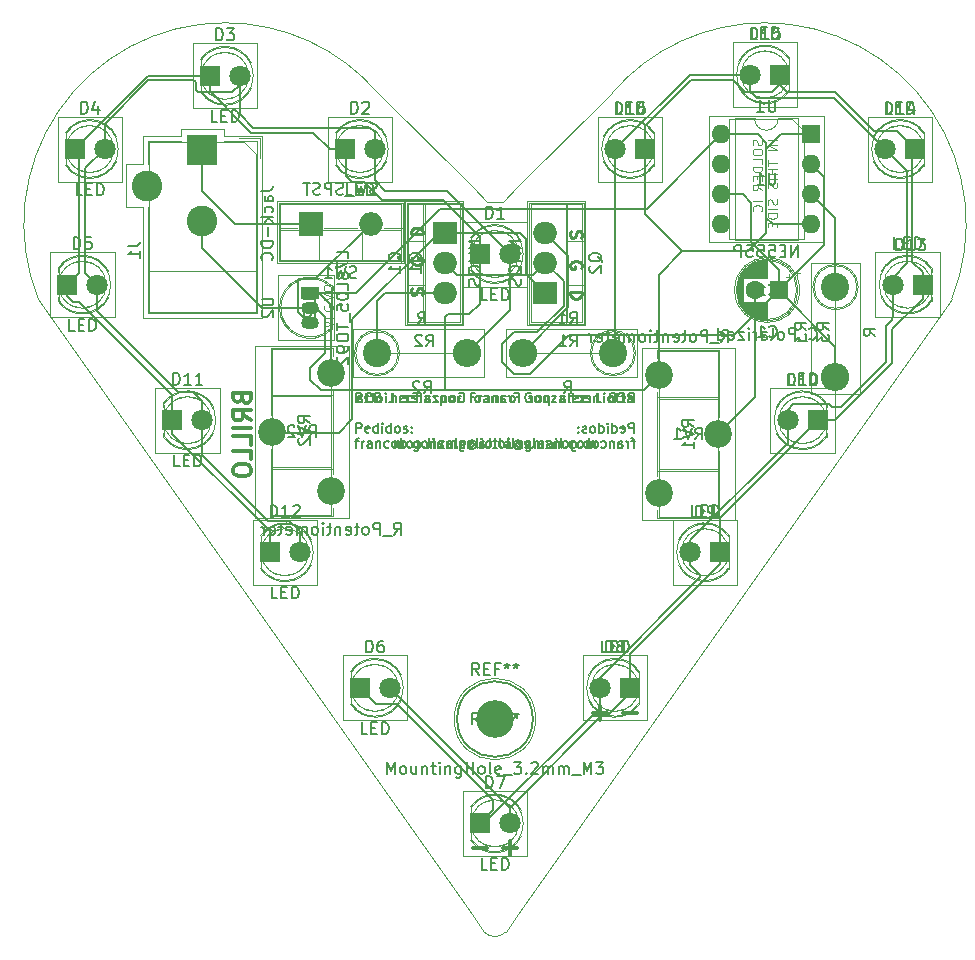
<source format=gbr>
%TF.GenerationSoftware,KiCad,Pcbnew,7.0.10*%
%TF.CreationDate,2024-08-13T20:59:23-03:00*%
%TF.ProjectId,CORAZON LEDS CON FADE,434f5241-5a4f-44e2-904c-45445320434f,rev?*%
%TF.SameCoordinates,Original*%
%TF.FileFunction,Copper,L1,Top*%
%TF.FilePolarity,Positive*%
%FSLAX46Y46*%
G04 Gerber Fmt 4.6, Leading zero omitted, Abs format (unit mm)*
G04 Created by KiCad (PCBNEW 7.0.10) date 2024-08-13 20:59:23*
%MOMM*%
%LPD*%
G01*
G04 APERTURE LIST*
%TA.AperFunction,ComponentPad*%
%ADD10C,2.400000*%
%TD*%
%TA.AperFunction,ComponentPad*%
%ADD11O,2.400000X2.400000*%
%TD*%
%TA.AperFunction,ComponentPad*%
%ADD12R,1.800000X1.800000*%
%TD*%
%TA.AperFunction,ComponentPad*%
%ADD13C,1.800000*%
%TD*%
%TA.AperFunction,ComponentPad*%
%ADD14R,1.500000X1.050000*%
%TD*%
%TA.AperFunction,ComponentPad*%
%ADD15O,1.500000X1.050000*%
%TD*%
%TA.AperFunction,ComponentPad*%
%ADD16R,2.000000X1.905000*%
%TD*%
%TA.AperFunction,ComponentPad*%
%ADD17O,2.000000X1.905000*%
%TD*%
%TA.AperFunction,ComponentPad*%
%ADD18R,2.600000X2.600000*%
%TD*%
%TA.AperFunction,ComponentPad*%
%ADD19C,2.600000*%
%TD*%
%TA.AperFunction,ComponentPad*%
%ADD20R,1.600000X1.600000*%
%TD*%
%TA.AperFunction,ComponentPad*%
%ADD21C,1.600000*%
%TD*%
%TA.AperFunction,ComponentPad*%
%ADD22C,2.340000*%
%TD*%
%TA.AperFunction,ComponentPad*%
%ADD23R,2.000000X2.000000*%
%TD*%
%TA.AperFunction,ComponentPad*%
%ADD24O,2.000000X2.000000*%
%TD*%
%TA.AperFunction,ComponentPad*%
%ADD25O,1.600000X1.600000*%
%TD*%
%TA.AperFunction,Conductor*%
%ADD26C,0.200000*%
%TD*%
%ADD27C,0.200000*%
%ADD28C,0.125000*%
%ADD29C,0.250000*%
%ADD30C,0.150000*%
%ADD31C,0.120000*%
%ADD32C,0.300000*%
%ADD33C,3.200000*%
%ADD34C,2.400000*%
%ADD35O,2.400000X2.400000*%
%ADD36R,1.800000X1.800000*%
%ADD37C,1.800000*%
%ADD38R,1.500000X1.050000*%
%ADD39O,1.500000X1.050000*%
%ADD40R,2.000000X1.905000*%
%ADD41O,2.000000X1.905000*%
%ADD42R,2.600000X2.600000*%
%ADD43C,2.600000*%
%ADD44R,1.600000X1.600000*%
%ADD45C,1.600000*%
%ADD46C,2.340000*%
%ADD47R,2.000000X2.000000*%
%ADD48O,2.000000X2.000000*%
%ADD49O,1.600000X1.600000*%
%TA.AperFunction,Profile*%
%ADD50C,0.100000*%
%TD*%
%ADD51C,0.050000*%
%ADD52C,0.100000*%
G04 APERTURE END LIST*
D10*
%TO.P,R3,1*%
%TO.N,unconnected-(U1-Q-Pad3)*%
X172974000Y-62484000D03*
D11*
%TO.P,R3,2*%
%TO.N,unconnected-(Q1-G-Pad2)*%
X172974000Y-70104000D03*
%TD*%
D10*
%TO.P,R1,1*%
%TO.N,Net-(D16-A)*%
X154132000Y-68072000D03*
D11*
%TO.P,R1,2*%
%TO.N,unconnected-(Q2-S-Pad3)*%
X146512000Y-68072000D03*
%TD*%
D10*
%TO.P,R2,1*%
%TO.N,unconnected-(Q1-S-Pad3)*%
X134158000Y-68072000D03*
D11*
%TO.P,R2,2*%
%TO.N,Net-(D1-A)*%
X141778000Y-68072000D03*
%TD*%
D12*
%TO.P,D12,1,K*%
%TO.N,unconnected-(U2-GND-Pad2)*%
X125090000Y-84940000D03*
D13*
%TO.P,D12,2,A*%
%TO.N,Net-(D1-A)*%
X127630000Y-84940000D03*
%TD*%
%TO.P,D9,2,A*%
%TO.N,Net-(D16-A)*%
X160660000Y-84940000D03*
D12*
%TO.P,D9,1,K*%
%TO.N,unconnected-(U2-GND-Pad2)*%
X163200000Y-84940000D03*
%TD*%
%TO.P,D6,1,K*%
%TO.N,unconnected-(U2-GND-Pad2)*%
X132710000Y-96420000D03*
D13*
%TO.P,D6,2,A*%
%TO.N,Net-(D16-A)*%
X135250000Y-96420000D03*
%TD*%
D12*
%TO.P,D1,1,K*%
%TO.N,unconnected-(U2-GND-Pad2)*%
X142870000Y-59690000D03*
D13*
%TO.P,D1,2,A*%
%TO.N,Net-(D1-A)*%
X145410000Y-59690000D03*
%TD*%
D12*
%TO.P,D5,1,K*%
%TO.N,unconnected-(U2-GND-Pad2)*%
X107940000Y-62280000D03*
D13*
%TO.P,D5,2,A*%
%TO.N,Net-(D1-A)*%
X110480000Y-62280000D03*
%TD*%
D12*
%TO.P,D16,1,K*%
%TO.N,unconnected-(U2-GND-Pad2)*%
X156850000Y-50800000D03*
D13*
%TO.P,D16,2,A*%
%TO.N,Net-(D16-A)*%
X154310000Y-50800000D03*
%TD*%
D12*
%TO.P,D3,1,K*%
%TO.N,unconnected-(U2-GND-Pad2)*%
X120010000Y-44600000D03*
D13*
%TO.P,D3,2,A*%
%TO.N,Net-(D1-A)*%
X122550000Y-44600000D03*
%TD*%
D12*
%TO.P,D7,1,K*%
%TO.N,unconnected-(U2-GND-Pad2)*%
X142870000Y-107900000D03*
D13*
%TO.P,D7,2,A*%
%TO.N,Net-(D16-A)*%
X145410000Y-107900000D03*
%TD*%
D12*
%TO.P,D15,1,K*%
%TO.N,unconnected-(U2-GND-Pad2)*%
X168280000Y-44490000D03*
D13*
%TO.P,D15,2,A*%
%TO.N,Net-(D16-A)*%
X165740000Y-44490000D03*
%TD*%
D12*
%TO.P,D2,1,K*%
%TO.N,unconnected-(U2-GND-Pad2)*%
X131440000Y-50800000D03*
D13*
%TO.P,D2,2,A*%
%TO.N,Net-(D1-A)*%
X133980000Y-50800000D03*
%TD*%
D12*
%TO.P,D13,1,K*%
%TO.N,unconnected-(U2-GND-Pad2)*%
X180350000Y-62280000D03*
D13*
%TO.P,D13,2,A*%
%TO.N,Net-(D16-A)*%
X177810000Y-62280000D03*
%TD*%
D12*
%TO.P,D11,1,K*%
%TO.N,unconnected-(U2-GND-Pad2)*%
X116835000Y-73760000D03*
D13*
%TO.P,D11,2,A*%
%TO.N,Net-(D1-A)*%
X119375000Y-73760000D03*
%TD*%
D12*
%TO.P,D8,1,K*%
%TO.N,unconnected-(U2-GND-Pad2)*%
X155580000Y-96420000D03*
D13*
%TO.P,D8,2,A*%
%TO.N,Net-(D16-A)*%
X153040000Y-96420000D03*
%TD*%
D12*
%TO.P,D10,1,K*%
%TO.N,unconnected-(U2-GND-Pad2)*%
X171455000Y-73760000D03*
D13*
%TO.P,D10,2,A*%
%TO.N,Net-(D16-A)*%
X168915000Y-73760000D03*
%TD*%
D12*
%TO.P,D14,1,K*%
%TO.N,unconnected-(U2-GND-Pad2)*%
X179710000Y-50800000D03*
D13*
%TO.P,D14,2,A*%
%TO.N,Net-(D16-A)*%
X177170000Y-50800000D03*
%TD*%
D12*
%TO.P,D4,1,K*%
%TO.N,unconnected-(U2-GND-Pad2)*%
X108580000Y-50800000D03*
D13*
%TO.P,D4,2,A*%
%TO.N,Net-(D1-A)*%
X111120000Y-50800000D03*
%TD*%
D14*
%TO.P,U2,1,VO*%
%TO.N,Net-(U2-VO)*%
X128494000Y-62962000D03*
D15*
%TO.P,U2,2,GND*%
%TO.N,unconnected-(U2-GND-Pad2)*%
X128494000Y-64232000D03*
%TO.P,U2,3,VI*%
%TO.N,Net-(U2-VI)*%
X128494000Y-65502000D03*
%TD*%
D16*
%TO.P,Q1,1,D*%
%TO.N,unconnected-(RV2-Pad2)*%
X139954000Y-57912000D03*
D17*
%TO.P,Q1,2,G*%
%TO.N,unconnected-(Q1-G-Pad2)*%
X139954000Y-60452000D03*
%TO.P,Q1,3,S*%
%TO.N,unconnected-(Q1-S-Pad3)*%
X139954000Y-62992000D03*
%TD*%
D18*
%TO.P,J1,1*%
%TO.N,NET-(J1-VI)*%
X119380000Y-50896000D03*
D19*
%TO.P,J1,2*%
%TO.N,unconnected-(U2-GND-Pad2)*%
X119380000Y-56896000D03*
%TO.P,J1,3*%
%TO.N,N/C*%
X114680000Y-53896000D03*
%TD*%
D20*
%TO.P,C1,1*%
%TO.N,unconnected-(Q1-G-Pad2)*%
X168189113Y-62738000D03*
D21*
%TO.P,C1,2*%
%TO.N,unconnected-(C1-Pad2)*%
X166189113Y-62738000D03*
%TD*%
D22*
%TO.P,RV2,1,1*%
%TO.N,Net-(U2-VO)*%
X130304000Y-69752000D03*
%TO.P,RV2,2,2*%
%TO.N,unconnected-(RV2-Pad2)*%
X125304000Y-74752000D03*
%TO.P,RV2,3,3*%
%TO.N,unconnected-(RV2-Pad3)*%
X130304000Y-79752000D03*
%TD*%
D17*
%TO.P,Q2,3,S*%
%TO.N,unconnected-(Q2-S-Pad3)*%
X148407000Y-57912000D03*
%TO.P,Q2,2,G*%
%TO.N,unconnected-(Q1-G-Pad2)*%
X148407000Y-60452000D03*
D16*
%TO.P,Q2,1,D*%
%TO.N,unconnected-(RV2-Pad2)*%
X148407000Y-62992000D03*
%TD*%
D23*
%TO.P,SW1,1,A*%
%TO.N,NET-(J1-VI)*%
X128534000Y-57112000D03*
D24*
%TO.P,SW1,2,B*%
%TO.N,Net-(U2-VI)*%
X133614000Y-57112000D03*
%TD*%
D22*
%TO.P,RV1,1,1*%
%TO.N,unconnected-(RV1-Pad1)*%
X158028000Y-79930000D03*
%TO.P,RV1,2,2*%
%TO.N,unconnected-(C1-Pad2)*%
X163028000Y-74930000D03*
%TO.P,RV1,3,3*%
%TO.N,unconnected-(U2-GND-Pad2)*%
X158028000Y-69930000D03*
%TD*%
D25*
%TO.P,U1,8,VCC*%
%TO.N,Net-(U2-VO)*%
X163312000Y-49540000D03*
%TO.P,U1,7,DIS*%
%TO.N,unconnected-(U1-DIS-Pad7)*%
X163312000Y-52080000D03*
%TO.P,U1,6,THR*%
%TO.N,unconnected-(Q1-G-Pad2)*%
X163312000Y-54620000D03*
%TO.P,U1,5,CV*%
%TO.N,unconnected-(U1-CV-Pad5)*%
X163312000Y-57160000D03*
%TO.P,U1,4,R*%
%TO.N,Net-(U2-VO)*%
X170932000Y-57160000D03*
%TO.P,U1,3,Q*%
%TO.N,unconnected-(U1-Q-Pad3)*%
X170932000Y-54620000D03*
%TO.P,U1,2,TR*%
%TO.N,unconnected-(Q1-G-Pad2)*%
X170932000Y-52080000D03*
D20*
%TO.P,U1,1,GND*%
%TO.N,unconnected-(U2-GND-Pad2)*%
X170932000Y-49540000D03*
%TD*%
D26*
%TO.N,NET-(J1-VI)*%
X122136000Y-57112000D02*
X128534000Y-57112000D01*
X119380000Y-54356000D02*
X122136000Y-57112000D01*
X119380000Y-50896000D02*
X119380000Y-54356000D01*
%TO.N,Net-(U2-VI)*%
X128940000Y-61786000D02*
X133614000Y-57112000D01*
X127444000Y-61786000D02*
X128940000Y-61786000D01*
%TO.N,unconnected-(U2-GND-Pad2)*%
X144018000Y-106752000D02*
X142870000Y-107900000D01*
X144018000Y-105918000D02*
X144018000Y-106752000D01*
X135890000Y-97790000D02*
X144018000Y-105918000D01*
X132710000Y-96420000D02*
X134080000Y-97790000D01*
X134080000Y-97790000D02*
X135890000Y-97790000D01*
%TO.N,Net-(D16-A)*%
X145410000Y-106558000D02*
X145410000Y-107900000D01*
X145388000Y-106558000D02*
X145410000Y-106558000D01*
X135250000Y-96420000D02*
X145388000Y-106558000D01*
X153040000Y-98928000D02*
X153040000Y-96420000D01*
X145410000Y-106558000D02*
X153040000Y-98928000D01*
X160660000Y-85984000D02*
X160660000Y-84940000D01*
X161544000Y-86868000D02*
X160660000Y-85984000D01*
X161544000Y-87064314D02*
X161544000Y-86868000D01*
X153040000Y-95568314D02*
X161544000Y-87064314D01*
X153040000Y-96420000D02*
X153040000Y-95568314D01*
%TO.N,unconnected-(U2-GND-Pad2)*%
X163200000Y-85974000D02*
X163200000Y-84940000D01*
X155580000Y-93594000D02*
X163200000Y-85974000D01*
X155580000Y-96420000D02*
X155580000Y-93594000D01*
%TO.N,Net-(D16-A)*%
X153040000Y-96420000D02*
X153262000Y-96420000D01*
X160660000Y-83942000D02*
X168915000Y-75687000D01*
X160660000Y-84940000D02*
X160660000Y-83942000D01*
X168915000Y-75687000D02*
X168915000Y-73760000D01*
%TO.N,unconnected-(U2-GND-Pad2)*%
X163200000Y-82015000D02*
X171455000Y-73760000D01*
X163200000Y-84940000D02*
X163200000Y-82015000D01*
%TO.N,Net-(D16-A)*%
X177810000Y-65014000D02*
X177810000Y-62280000D01*
X177800000Y-65024000D02*
X177810000Y-65014000D01*
X177800000Y-65278000D02*
X177800000Y-65024000D01*
X177292000Y-68834000D02*
X177292000Y-65786000D01*
X173482000Y-72644000D02*
X177292000Y-68834000D01*
X172720000Y-72644000D02*
X173482000Y-72644000D01*
X169418000Y-72390000D02*
X172466000Y-72390000D01*
X177292000Y-65786000D02*
X177800000Y-65278000D01*
X168915000Y-72893000D02*
X169418000Y-72390000D01*
X172466000Y-72390000D02*
X172720000Y-72644000D01*
X168915000Y-73760000D02*
X168915000Y-72893000D01*
%TO.N,unconnected-(U2-GND-Pad2)*%
X180350000Y-63490000D02*
X180350000Y-62280000D01*
X177800000Y-68891686D02*
X177800000Y-66040000D01*
X172931686Y-73760000D02*
X177800000Y-68891686D01*
X177800000Y-66040000D02*
X180350000Y-63490000D01*
X171455000Y-73760000D02*
X172931686Y-73760000D01*
%TO.N,Net-(D1-A)*%
X109474000Y-61274000D02*
X109474000Y-52446000D01*
X110480000Y-62280000D02*
X109474000Y-61274000D01*
X109474000Y-52446000D02*
X111120000Y-50800000D01*
%TO.N,unconnected-(U2-GND-Pad2)*%
X108966000Y-51186000D02*
X108580000Y-50800000D01*
X108966000Y-61254000D02*
X108966000Y-51186000D01*
X107940000Y-62280000D02*
X108966000Y-61254000D01*
X179470000Y-51040000D02*
X179710000Y-50800000D01*
X179470000Y-60344000D02*
X179470000Y-51040000D01*
X180350000Y-61224000D02*
X179470000Y-60344000D01*
X180350000Y-62280000D02*
X180350000Y-61224000D01*
%TO.N,Net-(D16-A)*%
X179070000Y-52700000D02*
X177170000Y-50800000D01*
X179070000Y-60452000D02*
X179070000Y-52700000D01*
X177810000Y-62280000D02*
X177810000Y-61712000D01*
X177810000Y-61712000D02*
X179070000Y-60452000D01*
%TO.N,unconnected-(U2-GND-Pad2)*%
X168280000Y-45344000D02*
X168280000Y-44490000D01*
X168910000Y-45974000D02*
X168280000Y-45344000D01*
X172974000Y-45974000D02*
X168910000Y-45974000D01*
X176276000Y-49276000D02*
X172974000Y-45974000D01*
X178186000Y-49276000D02*
X176276000Y-49276000D01*
X179710000Y-50800000D02*
X178186000Y-49276000D01*
X165354000Y-45974000D02*
X167640000Y-45974000D01*
X167640000Y-45974000D02*
X168280000Y-45334000D01*
X164338000Y-44958000D02*
X165354000Y-45974000D01*
X156850000Y-48890000D02*
X160782000Y-44958000D01*
X168280000Y-45334000D02*
X168280000Y-44490000D01*
X156850000Y-50800000D02*
X156850000Y-48890000D01*
X160782000Y-44958000D02*
X164338000Y-44958000D01*
%TO.N,Net-(D16-A)*%
X160620000Y-44490000D02*
X165740000Y-44490000D01*
X154310000Y-50800000D02*
X160620000Y-44490000D01*
%TO.N,unconnected-(U2-GND-Pad2)*%
X156850000Y-56266000D02*
X160020000Y-59436000D01*
X156850000Y-50800000D02*
X156850000Y-56266000D01*
X128778000Y-49422000D02*
X130156000Y-50800000D01*
X130156000Y-50800000D02*
X131440000Y-50800000D01*
X123532314Y-49422000D02*
X128778000Y-49422000D01*
X120010000Y-45899686D02*
X123532314Y-49422000D01*
X120010000Y-44600000D02*
X120010000Y-45899686D01*
X114780000Y-44600000D02*
X120010000Y-44600000D01*
X108580000Y-50800000D02*
X114780000Y-44600000D01*
X108966000Y-63754000D02*
X108458000Y-63754000D01*
X116835000Y-71623000D02*
X108966000Y-63754000D01*
X116835000Y-73760000D02*
X116835000Y-71623000D01*
X108458000Y-63754000D02*
X107940000Y-63236000D01*
X107940000Y-63236000D02*
X107940000Y-62280000D01*
X116835000Y-74925000D02*
X116835000Y-73760000D01*
X125090000Y-83180000D02*
X116835000Y-74925000D01*
X125090000Y-84940000D02*
X125090000Y-83180000D01*
X131572000Y-51233685D02*
X131722843Y-51082842D01*
X131572000Y-53086000D02*
X131572000Y-51233685D01*
X132080000Y-53594000D02*
X131572000Y-53086000D01*
X133096000Y-53594000D02*
X132080000Y-53594000D01*
X134620000Y-55118000D02*
X133096000Y-53594000D01*
X139712500Y-55118000D02*
X134620000Y-55118000D01*
X142870000Y-58275500D02*
X139712500Y-55118000D01*
X142870000Y-59690000D02*
X142870000Y-58275500D01*
%TO.N,Net-(D16-A)*%
X154132000Y-68072000D02*
X154178000Y-68072000D01*
X154178000Y-68072000D02*
X154310000Y-67940000D01*
X154310000Y-67940000D02*
X154310000Y-50800000D01*
%TO.N,unconnected-(U1-Q-Pad3)*%
X172974000Y-56662000D02*
X172974000Y-62484000D01*
X170932000Y-54620000D02*
X172974000Y-56662000D01*
%TO.N,unconnected-(Q1-G-Pad2)*%
X172974000Y-67522887D02*
X168189113Y-62738000D01*
X172974000Y-70104000D02*
X172974000Y-67522887D01*
%TO.N,unconnected-(U2-GND-Pad2)*%
X169174000Y-49540000D02*
X170932000Y-49540000D01*
X169164000Y-49530000D02*
X169174000Y-49540000D01*
X168402000Y-49530000D02*
X169164000Y-49530000D01*
X167132000Y-50800000D02*
X168402000Y-49530000D01*
X167132000Y-57912000D02*
X167132000Y-50800000D01*
X165608000Y-59436000D02*
X167132000Y-57912000D01*
X160020000Y-59436000D02*
X165608000Y-59436000D01*
X158028000Y-61428000D02*
X160020000Y-59436000D01*
X158028000Y-69930000D02*
X158028000Y-61428000D01*
%TO.N,unconnected-(C1-Pad2)*%
X166189113Y-71768887D02*
X163028000Y-74930000D01*
X166189113Y-62738000D02*
X166189113Y-71768887D01*
%TO.N,unconnected-(Q1-G-Pad2)*%
X147391000Y-61468000D02*
X148407000Y-60452000D01*
X140970000Y-61468000D02*
X147391000Y-61468000D01*
X139954000Y-60452000D02*
X140970000Y-61468000D01*
%TO.N,unconnected-(RV2-Pad2)*%
X139388314Y-57912000D02*
X139954000Y-57912000D01*
X130920000Y-74820000D02*
X132080000Y-73660000D01*
X132080000Y-73660000D02*
X132080000Y-65220314D01*
X132080000Y-65220314D02*
X139388314Y-57912000D01*
X125302000Y-74820000D02*
X130920000Y-74820000D01*
%TO.N,Net-(U2-VO)*%
X129256000Y-62962000D02*
X128494000Y-62962000D01*
X130302000Y-64008000D02*
X129256000Y-62962000D01*
X130302000Y-69820000D02*
X130302000Y-64008000D01*
%TO.N,Net-(U2-VI)*%
X128372274Y-65502000D02*
X128494000Y-65502000D01*
X127444000Y-64573726D02*
X128372274Y-65502000D01*
X127444000Y-61786000D02*
X127444000Y-64573726D01*
%TO.N,Net-(D1-A)*%
X126746000Y-82296000D02*
X127630000Y-83180000D01*
X119375000Y-73760000D02*
X119375000Y-76703000D01*
X119375000Y-76703000D02*
X124968000Y-82296000D01*
X124968000Y-82296000D02*
X126746000Y-82296000D01*
X127630000Y-83180000D02*
X127630000Y-84940000D01*
X117348000Y-71374000D02*
X118618000Y-71374000D01*
X119375000Y-72131000D02*
X119375000Y-73760000D01*
X110480000Y-64506000D02*
X117348000Y-71374000D01*
X118618000Y-71374000D02*
X119375000Y-72131000D01*
X110480000Y-62280000D02*
X110480000Y-64506000D01*
X133604000Y-49022000D02*
X123698000Y-49022000D01*
X133980000Y-49398000D02*
X133604000Y-49022000D01*
X123698000Y-49022000D02*
X122550000Y-47874000D01*
X122550000Y-47874000D02*
X122550000Y-44600000D01*
X133980000Y-50800000D02*
X133980000Y-49398000D01*
X133980000Y-53462000D02*
X133980000Y-50800000D01*
X134874000Y-54356000D02*
X133980000Y-53462000D01*
X140076000Y-54356000D02*
X134874000Y-54356000D01*
X145410000Y-59690000D02*
X140076000Y-54356000D01*
%TO.N,unconnected-(Q1-S-Pad3)*%
X134158000Y-63708000D02*
X134158000Y-68072000D01*
X139954000Y-62992000D02*
X134874000Y-62992000D01*
X134874000Y-62992000D02*
X134158000Y-63708000D01*
%TO.N,unconnected-(C1-Pad2)*%
X163068000Y-74930000D02*
X163576000Y-74422000D01*
X163028000Y-74930000D02*
X163068000Y-74930000D01*
%TD*%
D10*
%TO.P,R3,1*%
%TO.N,unconnected-(U1-Q-Pad3)*%
X172974000Y-62484000D03*
D11*
%TO.P,R3,2*%
%TO.N,unconnected-(Q1-G-Pad2)*%
X172974000Y-70104000D03*
%TD*%
D10*
%TO.P,R1,1*%
%TO.N,Net-(D16-A)*%
X154132000Y-68072000D03*
D11*
%TO.P,R1,2*%
%TO.N,unconnected-(Q2-S-Pad3)*%
X146512000Y-68072000D03*
%TD*%
D10*
%TO.P,R2,1*%
%TO.N,unconnected-(Q1-S-Pad3)*%
X134158000Y-68072000D03*
D11*
%TO.P,R2,2*%
%TO.N,Net-(D1-A)*%
X141778000Y-68072000D03*
%TD*%
D12*
%TO.P,D12,1,K*%
%TO.N,unconnected-(U2-GND-Pad2)*%
X125090000Y-84940000D03*
D13*
%TO.P,D12,2,A*%
%TO.N,Net-(D1-A)*%
X127630000Y-84940000D03*
%TD*%
%TO.P,D9,2,A*%
%TO.N,Net-(D16-A)*%
X160660000Y-84940000D03*
D12*
%TO.P,D9,1,K*%
%TO.N,unconnected-(U2-GND-Pad2)*%
X163200000Y-84940000D03*
%TD*%
%TO.P,D6,1,K*%
%TO.N,unconnected-(U2-GND-Pad2)*%
X132710000Y-96420000D03*
D13*
%TO.P,D6,2,A*%
%TO.N,Net-(D16-A)*%
X135250000Y-96420000D03*
%TD*%
D12*
%TO.P,D1,1,K*%
%TO.N,unconnected-(U2-GND-Pad2)*%
X142870000Y-59690000D03*
D13*
%TO.P,D1,2,A*%
%TO.N,Net-(D1-A)*%
X145410000Y-59690000D03*
%TD*%
D12*
%TO.P,D5,1,K*%
%TO.N,unconnected-(U2-GND-Pad2)*%
X107940000Y-62280000D03*
D13*
%TO.P,D5,2,A*%
%TO.N,Net-(D1-A)*%
X110480000Y-62280000D03*
%TD*%
D12*
%TO.P,D16,1,K*%
%TO.N,unconnected-(U2-GND-Pad2)*%
X156850000Y-50800000D03*
D13*
%TO.P,D16,2,A*%
%TO.N,Net-(D16-A)*%
X154310000Y-50800000D03*
%TD*%
D12*
%TO.P,D3,1,K*%
%TO.N,unconnected-(U2-GND-Pad2)*%
X120010000Y-44600000D03*
D13*
%TO.P,D3,2,A*%
%TO.N,Net-(D1-A)*%
X122550000Y-44600000D03*
%TD*%
D12*
%TO.P,D7,1,K*%
%TO.N,unconnected-(U2-GND-Pad2)*%
X142870000Y-107900000D03*
D13*
%TO.P,D7,2,A*%
%TO.N,Net-(D16-A)*%
X145410000Y-107900000D03*
%TD*%
D12*
%TO.P,D15,1,K*%
%TO.N,unconnected-(U2-GND-Pad2)*%
X168280000Y-44490000D03*
D13*
%TO.P,D15,2,A*%
%TO.N,Net-(D16-A)*%
X165740000Y-44490000D03*
%TD*%
D12*
%TO.P,D2,1,K*%
%TO.N,unconnected-(U2-GND-Pad2)*%
X131440000Y-50800000D03*
D13*
%TO.P,D2,2,A*%
%TO.N,Net-(D1-A)*%
X133980000Y-50800000D03*
%TD*%
D12*
%TO.P,D13,1,K*%
%TO.N,unconnected-(U2-GND-Pad2)*%
X180350000Y-62280000D03*
D13*
%TO.P,D13,2,A*%
%TO.N,Net-(D16-A)*%
X177810000Y-62280000D03*
%TD*%
D12*
%TO.P,D11,1,K*%
%TO.N,unconnected-(U2-GND-Pad2)*%
X116835000Y-73760000D03*
D13*
%TO.P,D11,2,A*%
%TO.N,Net-(D1-A)*%
X119375000Y-73760000D03*
%TD*%
D12*
%TO.P,D8,1,K*%
%TO.N,unconnected-(U2-GND-Pad2)*%
X155580000Y-96420000D03*
D13*
%TO.P,D8,2,A*%
%TO.N,Net-(D16-A)*%
X153040000Y-96420000D03*
%TD*%
D12*
%TO.P,D10,1,K*%
%TO.N,unconnected-(U2-GND-Pad2)*%
X171455000Y-73760000D03*
D13*
%TO.P,D10,2,A*%
%TO.N,Net-(D16-A)*%
X168915000Y-73760000D03*
%TD*%
D12*
%TO.P,D14,1,K*%
%TO.N,unconnected-(U2-GND-Pad2)*%
X179710000Y-50800000D03*
D13*
%TO.P,D14,2,A*%
%TO.N,Net-(D16-A)*%
X177170000Y-50800000D03*
%TD*%
D12*
%TO.P,D4,1,K*%
%TO.N,unconnected-(U2-GND-Pad2)*%
X108580000Y-50800000D03*
D13*
%TO.P,D4,2,A*%
%TO.N,Net-(D1-A)*%
X111120000Y-50800000D03*
%TD*%
D14*
%TO.P,U2,1,VO*%
%TO.N,Net-(U2-VO)*%
X128494000Y-62962000D03*
D15*
%TO.P,U2,2,GND*%
%TO.N,unconnected-(U2-GND-Pad2)*%
X128494000Y-64232000D03*
%TO.P,U2,3,VI*%
%TO.N,Net-(U2-VI)*%
X128494000Y-65502000D03*
%TD*%
D16*
%TO.P,Q1,1,D*%
%TO.N,unconnected-(RV2-Pad2)*%
X139954000Y-57912000D03*
D17*
%TO.P,Q1,2,G*%
%TO.N,unconnected-(Q1-G-Pad2)*%
X139954000Y-60452000D03*
%TO.P,Q1,3,S*%
%TO.N,unconnected-(Q1-S-Pad3)*%
X139954000Y-62992000D03*
%TD*%
D18*
%TO.P,J1,1*%
%TO.N,NET-(J1-VI)*%
X119380000Y-50896000D03*
D19*
%TO.P,J1,2*%
%TO.N,unconnected-(U2-GND-Pad2)*%
X119380000Y-56896000D03*
%TO.P,J1,3*%
%TO.N,N/C*%
X114680000Y-53896000D03*
%TD*%
D20*
%TO.P,C1,1*%
%TO.N,unconnected-(Q1-G-Pad2)*%
X168189113Y-62738000D03*
D21*
%TO.P,C1,2*%
%TO.N,unconnected-(C1-Pad2)*%
X166189113Y-62738000D03*
%TD*%
D22*
%TO.P,RV2,1,1*%
%TO.N,Net-(U2-VO)*%
X130304000Y-69752000D03*
%TO.P,RV2,2,2*%
%TO.N,unconnected-(RV2-Pad2)*%
X125304000Y-74752000D03*
%TO.P,RV2,3,3*%
%TO.N,unconnected-(RV2-Pad3)*%
X130304000Y-79752000D03*
%TD*%
D17*
%TO.P,Q2,3,S*%
%TO.N,unconnected-(Q2-S-Pad3)*%
X148407000Y-57912000D03*
%TO.P,Q2,2,G*%
%TO.N,unconnected-(Q1-G-Pad2)*%
X148407000Y-60452000D03*
D16*
%TO.P,Q2,1,D*%
%TO.N,unconnected-(RV2-Pad2)*%
X148407000Y-62992000D03*
%TD*%
D23*
%TO.P,SW1,1,A*%
%TO.N,NET-(J1-VI)*%
X128534000Y-57112000D03*
D24*
%TO.P,SW1,2,B*%
%TO.N,Net-(U2-VI)*%
X133614000Y-57112000D03*
%TD*%
D22*
%TO.P,RV1,1,1*%
%TO.N,unconnected-(RV1-Pad1)*%
X158028000Y-79930000D03*
%TO.P,RV1,2,2*%
%TO.N,unconnected-(C1-Pad2)*%
X163028000Y-74930000D03*
%TO.P,RV1,3,3*%
%TO.N,unconnected-(U2-GND-Pad2)*%
X158028000Y-69930000D03*
%TD*%
D25*
%TO.P,U1,8,VCC*%
%TO.N,Net-(U2-VO)*%
X163312000Y-49540000D03*
%TO.P,U1,7,DIS*%
%TO.N,unconnected-(U1-DIS-Pad7)*%
X163312000Y-52080000D03*
%TO.P,U1,6,THR*%
%TO.N,unconnected-(Q1-G-Pad2)*%
X163312000Y-54620000D03*
%TO.P,U1,5,CV*%
%TO.N,unconnected-(U1-CV-Pad5)*%
X163312000Y-57160000D03*
%TO.P,U1,4,R*%
%TO.N,Net-(U2-VO)*%
X170932000Y-57160000D03*
%TO.P,U1,3,Q*%
%TO.N,unconnected-(U1-Q-Pad3)*%
X170932000Y-54620000D03*
%TO.P,U1,2,TR*%
%TO.N,unconnected-(Q1-G-Pad2)*%
X170932000Y-52080000D03*
D20*
%TO.P,U1,1,GND*%
%TO.N,unconnected-(U2-GND-Pad2)*%
X170932000Y-49540000D03*
%TD*%
D26*
%TO.N,unconnected-(Q1-G-Pad2)*%
X168189113Y-61001113D02*
X168189113Y-62738000D01*
X165862000Y-58674000D02*
X168189113Y-61001113D01*
X165862000Y-55372000D02*
X165862000Y-58674000D01*
X165110000Y-54620000D02*
X165862000Y-55372000D01*
X163312000Y-54620000D02*
X165110000Y-54620000D01*
X172032000Y-58895113D02*
X168189113Y-62738000D01*
X172032000Y-53180000D02*
X172032000Y-58895113D01*
X170932000Y-52080000D02*
X172032000Y-53180000D01*
%TO.N,Net-(U2-VO)*%
X166380000Y-49540000D02*
X163312000Y-49540000D01*
X167132000Y-56642000D02*
X167132000Y-50292000D01*
X167132000Y-50292000D02*
X166380000Y-49540000D01*
X167650000Y-57160000D02*
X167132000Y-56642000D01*
X170932000Y-57160000D02*
X167650000Y-57160000D01*
%TO.N,unconnected-(U2-GND-Pad2)*%
X153670000Y-98806000D02*
X155580000Y-96896000D01*
X152351057Y-98806000D02*
X153670000Y-98806000D01*
X155580000Y-96896000D02*
X155580000Y-96420000D01*
X143257057Y-107900000D02*
X152351057Y-98806000D01*
X142870000Y-107900000D02*
X143257057Y-107900000D01*
%TO.N,Net-(D1-A)*%
X122550000Y-45344000D02*
X122550000Y-44600000D01*
X118984000Y-45974000D02*
X121920000Y-45974000D01*
X118810000Y-45800000D02*
X118984000Y-45974000D01*
X118618000Y-44958000D02*
X118810000Y-45150000D01*
X114808000Y-44958000D02*
X118618000Y-44958000D01*
X121920000Y-45974000D02*
X122550000Y-45344000D01*
X111120000Y-48646000D02*
X114808000Y-44958000D01*
X111120000Y-50800000D02*
X111120000Y-48646000D01*
X118810000Y-45150000D02*
X118810000Y-45800000D01*
%TO.N,unconnected-(U2-GND-Pad2)*%
X124435523Y-64232000D02*
X128494000Y-64232000D01*
X119380000Y-59176477D02*
X124435523Y-64232000D01*
X119380000Y-57338000D02*
X119380000Y-59176477D01*
X119138000Y-57096000D02*
X119380000Y-57338000D01*
%TO.N,Net-(D16-A)*%
X165740000Y-45852000D02*
X165740000Y-44490000D01*
X166370000Y-46482000D02*
X165740000Y-45852000D01*
X172852000Y-46482000D02*
X166370000Y-46482000D01*
X177170000Y-50800000D02*
X172852000Y-46482000D01*
%TO.N,unconnected-(U2-GND-Pad2)*%
X140208000Y-64770000D02*
X139954000Y-65024000D01*
X141986000Y-64770000D02*
X140208000Y-64770000D01*
X139954000Y-65024000D02*
X139954000Y-71222000D01*
X142870000Y-63886000D02*
X141986000Y-64770000D01*
X142870000Y-59690000D02*
X142870000Y-63886000D01*
X129388000Y-71222000D02*
X140208000Y-71222000D01*
X140208000Y-71222000D02*
X156736000Y-71222000D01*
%TO.N,Net-(D1-A)*%
X145410000Y-64440000D02*
X145410000Y-59690000D01*
X141778000Y-68072000D02*
X145410000Y-64440000D01*
%TO.N,unconnected-(Q1-G-Pad2)*%
X149968000Y-62013000D02*
X148407000Y-60452000D01*
X149968000Y-64050314D02*
X149968000Y-62013000D01*
X147724314Y-66294000D02*
X149968000Y-64050314D01*
X144780000Y-67310000D02*
X145796000Y-66294000D01*
X145796000Y-66294000D02*
X147724314Y-66294000D01*
X145796000Y-69850000D02*
X144780000Y-68834000D01*
X144780000Y-68834000D02*
X144780000Y-67310000D01*
X147087661Y-69850000D02*
X145796000Y-69850000D01*
X150389661Y-66548000D02*
X147087661Y-69850000D01*
X168189113Y-62738000D02*
X164379113Y-66548000D01*
X164379113Y-66548000D02*
X150389661Y-66548000D01*
%TO.N,unconnected-(U2-GND-Pad2)*%
X128494000Y-64232000D02*
X128994000Y-64232000D01*
X128524000Y-70358000D02*
X129388000Y-71222000D01*
X156736000Y-71222000D02*
X158028000Y-69930000D01*
X129794000Y-68072000D02*
X128524000Y-69342000D01*
X129794000Y-65032000D02*
X129794000Y-68072000D01*
X128994000Y-64232000D02*
X129794000Y-65032000D01*
X128524000Y-69342000D02*
X128524000Y-70358000D01*
%TO.N,unconnected-(Q2-S-Pad3)*%
X150368000Y-64216000D02*
X146512000Y-68072000D01*
X150368000Y-59873000D02*
X150368000Y-64216000D01*
X148407000Y-57912000D02*
X150368000Y-59873000D01*
%TO.N,unconnected-(RV2-Pad2)*%
X146812000Y-61397000D02*
X148407000Y-62992000D01*
X146812000Y-58420000D02*
X146812000Y-61397000D01*
X146304000Y-57912000D02*
X146812000Y-58420000D01*
X139954000Y-57912000D02*
X146304000Y-57912000D01*
%TO.N,Net-(U2-VO)*%
X139468500Y-55845000D02*
X157007000Y-55845000D01*
X132351500Y-62962000D02*
X139468500Y-55845000D01*
X157007000Y-55845000D02*
X163312000Y-49540000D01*
X128494000Y-62962000D02*
X132351500Y-62962000D01*
%TD*%
D27*
X132402054Y-72227695D02*
X132402054Y-71427695D01*
X132402054Y-71427695D02*
X132706816Y-71427695D01*
X132706816Y-71427695D02*
X132783006Y-71465790D01*
X132783006Y-71465790D02*
X132821101Y-71503885D01*
X132821101Y-71503885D02*
X132859197Y-71580076D01*
X132859197Y-71580076D02*
X132859197Y-71694361D01*
X132859197Y-71694361D02*
X132821101Y-71770552D01*
X132821101Y-71770552D02*
X132783006Y-71808647D01*
X132783006Y-71808647D02*
X132706816Y-71846742D01*
X132706816Y-71846742D02*
X132402054Y-71846742D01*
X133659197Y-72151504D02*
X133621101Y-72189600D01*
X133621101Y-72189600D02*
X133506816Y-72227695D01*
X133506816Y-72227695D02*
X133430625Y-72227695D01*
X133430625Y-72227695D02*
X133316339Y-72189600D01*
X133316339Y-72189600D02*
X133240149Y-72113409D01*
X133240149Y-72113409D02*
X133202054Y-72037219D01*
X133202054Y-72037219D02*
X133163958Y-71884838D01*
X133163958Y-71884838D02*
X133163958Y-71770552D01*
X133163958Y-71770552D02*
X133202054Y-71618171D01*
X133202054Y-71618171D02*
X133240149Y-71541980D01*
X133240149Y-71541980D02*
X133316339Y-71465790D01*
X133316339Y-71465790D02*
X133430625Y-71427695D01*
X133430625Y-71427695D02*
X133506816Y-71427695D01*
X133506816Y-71427695D02*
X133621101Y-71465790D01*
X133621101Y-71465790D02*
X133659197Y-71503885D01*
X134268720Y-71808647D02*
X134383006Y-71846742D01*
X134383006Y-71846742D02*
X134421101Y-71884838D01*
X134421101Y-71884838D02*
X134459197Y-71961028D01*
X134459197Y-71961028D02*
X134459197Y-72075314D01*
X134459197Y-72075314D02*
X134421101Y-72151504D01*
X134421101Y-72151504D02*
X134383006Y-72189600D01*
X134383006Y-72189600D02*
X134306816Y-72227695D01*
X134306816Y-72227695D02*
X134002054Y-72227695D01*
X134002054Y-72227695D02*
X134002054Y-71427695D01*
X134002054Y-71427695D02*
X134268720Y-71427695D01*
X134268720Y-71427695D02*
X134344911Y-71465790D01*
X134344911Y-71465790D02*
X134383006Y-71503885D01*
X134383006Y-71503885D02*
X134421101Y-71580076D01*
X134421101Y-71580076D02*
X134421101Y-71656266D01*
X134421101Y-71656266D02*
X134383006Y-71732457D01*
X134383006Y-71732457D02*
X134344911Y-71770552D01*
X134344911Y-71770552D02*
X134268720Y-71808647D01*
X134268720Y-71808647D02*
X134002054Y-71808647D01*
X135411578Y-72227695D02*
X135411578Y-71427695D01*
X135754435Y-72227695D02*
X135754435Y-71808647D01*
X135754435Y-71808647D02*
X135716340Y-71732457D01*
X135716340Y-71732457D02*
X135640149Y-71694361D01*
X135640149Y-71694361D02*
X135525863Y-71694361D01*
X135525863Y-71694361D02*
X135449673Y-71732457D01*
X135449673Y-71732457D02*
X135411578Y-71770552D01*
X136440150Y-72189600D02*
X136363959Y-72227695D01*
X136363959Y-72227695D02*
X136211578Y-72227695D01*
X136211578Y-72227695D02*
X136135388Y-72189600D01*
X136135388Y-72189600D02*
X136097292Y-72113409D01*
X136097292Y-72113409D02*
X136097292Y-71808647D01*
X136097292Y-71808647D02*
X136135388Y-71732457D01*
X136135388Y-71732457D02*
X136211578Y-71694361D01*
X136211578Y-71694361D02*
X136363959Y-71694361D01*
X136363959Y-71694361D02*
X136440150Y-71732457D01*
X136440150Y-71732457D02*
X136478245Y-71808647D01*
X136478245Y-71808647D02*
X136478245Y-71884838D01*
X136478245Y-71884838D02*
X136097292Y-71961028D01*
X137163959Y-72189600D02*
X137087768Y-72227695D01*
X137087768Y-72227695D02*
X136935387Y-72227695D01*
X136935387Y-72227695D02*
X136859197Y-72189600D01*
X136859197Y-72189600D02*
X136821102Y-72151504D01*
X136821102Y-72151504D02*
X136783006Y-72075314D01*
X136783006Y-72075314D02*
X136783006Y-71846742D01*
X136783006Y-71846742D02*
X136821102Y-71770552D01*
X136821102Y-71770552D02*
X136859197Y-71732457D01*
X136859197Y-71732457D02*
X136935387Y-71694361D01*
X136935387Y-71694361D02*
X137087768Y-71694361D01*
X137087768Y-71694361D02*
X137163959Y-71732457D01*
X137506816Y-72227695D02*
X137506816Y-71427695D01*
X137849673Y-72227695D02*
X137849673Y-71808647D01*
X137849673Y-71808647D02*
X137811578Y-71732457D01*
X137811578Y-71732457D02*
X137735387Y-71694361D01*
X137735387Y-71694361D02*
X137621101Y-71694361D01*
X137621101Y-71694361D02*
X137544911Y-71732457D01*
X137544911Y-71732457D02*
X137506816Y-71770552D01*
X138573483Y-72227695D02*
X138573483Y-71808647D01*
X138573483Y-71808647D02*
X138535388Y-71732457D01*
X138535388Y-71732457D02*
X138459197Y-71694361D01*
X138459197Y-71694361D02*
X138306816Y-71694361D01*
X138306816Y-71694361D02*
X138230626Y-71732457D01*
X138573483Y-72189600D02*
X138497292Y-72227695D01*
X138497292Y-72227695D02*
X138306816Y-72227695D01*
X138306816Y-72227695D02*
X138230626Y-72189600D01*
X138230626Y-72189600D02*
X138192530Y-72113409D01*
X138192530Y-72113409D02*
X138192530Y-72037219D01*
X138192530Y-72037219D02*
X138230626Y-71961028D01*
X138230626Y-71961028D02*
X138306816Y-71922933D01*
X138306816Y-71922933D02*
X138497292Y-71922933D01*
X138497292Y-71922933D02*
X138573483Y-71884838D01*
X139563960Y-71694361D02*
X139563960Y-72494361D01*
X139563960Y-71732457D02*
X139640150Y-71694361D01*
X139640150Y-71694361D02*
X139792531Y-71694361D01*
X139792531Y-71694361D02*
X139868722Y-71732457D01*
X139868722Y-71732457D02*
X139906817Y-71770552D01*
X139906817Y-71770552D02*
X139944912Y-71846742D01*
X139944912Y-71846742D02*
X139944912Y-72075314D01*
X139944912Y-72075314D02*
X139906817Y-72151504D01*
X139906817Y-72151504D02*
X139868722Y-72189600D01*
X139868722Y-72189600D02*
X139792531Y-72227695D01*
X139792531Y-72227695D02*
X139640150Y-72227695D01*
X139640150Y-72227695D02*
X139563960Y-72189600D01*
X140402055Y-72227695D02*
X140325865Y-72189600D01*
X140325865Y-72189600D02*
X140287770Y-72151504D01*
X140287770Y-72151504D02*
X140249674Y-72075314D01*
X140249674Y-72075314D02*
X140249674Y-71846742D01*
X140249674Y-71846742D02*
X140287770Y-71770552D01*
X140287770Y-71770552D02*
X140325865Y-71732457D01*
X140325865Y-71732457D02*
X140402055Y-71694361D01*
X140402055Y-71694361D02*
X140516341Y-71694361D01*
X140516341Y-71694361D02*
X140592532Y-71732457D01*
X140592532Y-71732457D02*
X140630627Y-71770552D01*
X140630627Y-71770552D02*
X140668722Y-71846742D01*
X140668722Y-71846742D02*
X140668722Y-72075314D01*
X140668722Y-72075314D02*
X140630627Y-72151504D01*
X140630627Y-72151504D02*
X140592532Y-72189600D01*
X140592532Y-72189600D02*
X140516341Y-72227695D01*
X140516341Y-72227695D02*
X140402055Y-72227695D01*
X141011580Y-72227695D02*
X141011580Y-71694361D01*
X141011580Y-71846742D02*
X141049675Y-71770552D01*
X141049675Y-71770552D02*
X141087770Y-71732457D01*
X141087770Y-71732457D02*
X141163961Y-71694361D01*
X141163961Y-71694361D02*
X141240151Y-71694361D01*
X142383008Y-71808647D02*
X142116342Y-71808647D01*
X142116342Y-72227695D02*
X142116342Y-71427695D01*
X142116342Y-71427695D02*
X142497294Y-71427695D01*
X142802056Y-72227695D02*
X142802056Y-71694361D01*
X142802056Y-71846742D02*
X142840151Y-71770552D01*
X142840151Y-71770552D02*
X142878246Y-71732457D01*
X142878246Y-71732457D02*
X142954437Y-71694361D01*
X142954437Y-71694361D02*
X143030627Y-71694361D01*
X143640151Y-72227695D02*
X143640151Y-71808647D01*
X143640151Y-71808647D02*
X143602056Y-71732457D01*
X143602056Y-71732457D02*
X143525865Y-71694361D01*
X143525865Y-71694361D02*
X143373484Y-71694361D01*
X143373484Y-71694361D02*
X143297294Y-71732457D01*
X143640151Y-72189600D02*
X143563960Y-72227695D01*
X143563960Y-72227695D02*
X143373484Y-72227695D01*
X143373484Y-72227695D02*
X143297294Y-72189600D01*
X143297294Y-72189600D02*
X143259198Y-72113409D01*
X143259198Y-72113409D02*
X143259198Y-72037219D01*
X143259198Y-72037219D02*
X143297294Y-71961028D01*
X143297294Y-71961028D02*
X143373484Y-71922933D01*
X143373484Y-71922933D02*
X143563960Y-71922933D01*
X143563960Y-71922933D02*
X143640151Y-71884838D01*
X144021104Y-71694361D02*
X144021104Y-72227695D01*
X144021104Y-71770552D02*
X144059199Y-71732457D01*
X144059199Y-71732457D02*
X144135389Y-71694361D01*
X144135389Y-71694361D02*
X144249675Y-71694361D01*
X144249675Y-71694361D02*
X144325866Y-71732457D01*
X144325866Y-71732457D02*
X144363961Y-71808647D01*
X144363961Y-71808647D02*
X144363961Y-72227695D01*
X145087771Y-72189600D02*
X145011580Y-72227695D01*
X145011580Y-72227695D02*
X144859199Y-72227695D01*
X144859199Y-72227695D02*
X144783009Y-72189600D01*
X144783009Y-72189600D02*
X144744914Y-72151504D01*
X144744914Y-72151504D02*
X144706818Y-72075314D01*
X144706818Y-72075314D02*
X144706818Y-71846742D01*
X144706818Y-71846742D02*
X144744914Y-71770552D01*
X144744914Y-71770552D02*
X144783009Y-71732457D01*
X144783009Y-71732457D02*
X144859199Y-71694361D01*
X144859199Y-71694361D02*
X145011580Y-71694361D01*
X145011580Y-71694361D02*
X145087771Y-71732457D01*
X145544913Y-72227695D02*
X145468723Y-72189600D01*
X145468723Y-72189600D02*
X145430628Y-72151504D01*
X145430628Y-72151504D02*
X145392532Y-72075314D01*
X145392532Y-72075314D02*
X145392532Y-71846742D01*
X145392532Y-71846742D02*
X145430628Y-71770552D01*
X145430628Y-71770552D02*
X145468723Y-71732457D01*
X145468723Y-71732457D02*
X145544913Y-71694361D01*
X145544913Y-71694361D02*
X145659199Y-71694361D01*
X145659199Y-71694361D02*
X145735390Y-71732457D01*
X145735390Y-71732457D02*
X145773485Y-71770552D01*
X145773485Y-71770552D02*
X145811580Y-71846742D01*
X145811580Y-71846742D02*
X145811580Y-72075314D01*
X145811580Y-72075314D02*
X145773485Y-72151504D01*
X145773485Y-72151504D02*
X145735390Y-72189600D01*
X145735390Y-72189600D02*
X145659199Y-72227695D01*
X145659199Y-72227695D02*
X145544913Y-72227695D01*
X147183009Y-71465790D02*
X147106819Y-71427695D01*
X147106819Y-71427695D02*
X146992533Y-71427695D01*
X146992533Y-71427695D02*
X146878247Y-71465790D01*
X146878247Y-71465790D02*
X146802057Y-71541980D01*
X146802057Y-71541980D02*
X146763962Y-71618171D01*
X146763962Y-71618171D02*
X146725866Y-71770552D01*
X146725866Y-71770552D02*
X146725866Y-71884838D01*
X146725866Y-71884838D02*
X146763962Y-72037219D01*
X146763962Y-72037219D02*
X146802057Y-72113409D01*
X146802057Y-72113409D02*
X146878247Y-72189600D01*
X146878247Y-72189600D02*
X146992533Y-72227695D01*
X146992533Y-72227695D02*
X147068724Y-72227695D01*
X147068724Y-72227695D02*
X147183009Y-72189600D01*
X147183009Y-72189600D02*
X147221105Y-72151504D01*
X147221105Y-72151504D02*
X147221105Y-71884838D01*
X147221105Y-71884838D02*
X147068724Y-71884838D01*
X147678247Y-72227695D02*
X147602057Y-72189600D01*
X147602057Y-72189600D02*
X147563962Y-72151504D01*
X147563962Y-72151504D02*
X147525866Y-72075314D01*
X147525866Y-72075314D02*
X147525866Y-71846742D01*
X147525866Y-71846742D02*
X147563962Y-71770552D01*
X147563962Y-71770552D02*
X147602057Y-71732457D01*
X147602057Y-71732457D02*
X147678247Y-71694361D01*
X147678247Y-71694361D02*
X147792533Y-71694361D01*
X147792533Y-71694361D02*
X147868724Y-71732457D01*
X147868724Y-71732457D02*
X147906819Y-71770552D01*
X147906819Y-71770552D02*
X147944914Y-71846742D01*
X147944914Y-71846742D02*
X147944914Y-72075314D01*
X147944914Y-72075314D02*
X147906819Y-72151504D01*
X147906819Y-72151504D02*
X147868724Y-72189600D01*
X147868724Y-72189600D02*
X147792533Y-72227695D01*
X147792533Y-72227695D02*
X147678247Y-72227695D01*
X148287772Y-71694361D02*
X148287772Y-72227695D01*
X148287772Y-71770552D02*
X148325867Y-71732457D01*
X148325867Y-71732457D02*
X148402057Y-71694361D01*
X148402057Y-71694361D02*
X148516343Y-71694361D01*
X148516343Y-71694361D02*
X148592534Y-71732457D01*
X148592534Y-71732457D02*
X148630629Y-71808647D01*
X148630629Y-71808647D02*
X148630629Y-72227695D01*
X148935391Y-71694361D02*
X149354439Y-71694361D01*
X149354439Y-71694361D02*
X148935391Y-72227695D01*
X148935391Y-72227695D02*
X149354439Y-72227695D01*
X150002058Y-72227695D02*
X150002058Y-71808647D01*
X150002058Y-71808647D02*
X149963963Y-71732457D01*
X149963963Y-71732457D02*
X149887772Y-71694361D01*
X149887772Y-71694361D02*
X149735391Y-71694361D01*
X149735391Y-71694361D02*
X149659201Y-71732457D01*
X150002058Y-72189600D02*
X149925867Y-72227695D01*
X149925867Y-72227695D02*
X149735391Y-72227695D01*
X149735391Y-72227695D02*
X149659201Y-72189600D01*
X149659201Y-72189600D02*
X149621105Y-72113409D01*
X149621105Y-72113409D02*
X149621105Y-72037219D01*
X149621105Y-72037219D02*
X149659201Y-71961028D01*
X149659201Y-71961028D02*
X149735391Y-71922933D01*
X149735391Y-71922933D02*
X149925867Y-71922933D01*
X149925867Y-71922933D02*
X150002058Y-71884838D01*
X150497296Y-72227695D02*
X150421106Y-72189600D01*
X150421106Y-72189600D02*
X150383011Y-72113409D01*
X150383011Y-72113409D02*
X150383011Y-71427695D01*
X151106821Y-72189600D02*
X151030630Y-72227695D01*
X151030630Y-72227695D02*
X150878249Y-72227695D01*
X150878249Y-72227695D02*
X150802059Y-72189600D01*
X150802059Y-72189600D02*
X150763963Y-72113409D01*
X150763963Y-72113409D02*
X150763963Y-71808647D01*
X150763963Y-71808647D02*
X150802059Y-71732457D01*
X150802059Y-71732457D02*
X150878249Y-71694361D01*
X150878249Y-71694361D02*
X151030630Y-71694361D01*
X151030630Y-71694361D02*
X151106821Y-71732457D01*
X151106821Y-71732457D02*
X151144916Y-71808647D01*
X151144916Y-71808647D02*
X151144916Y-71884838D01*
X151144916Y-71884838D02*
X150763963Y-71961028D01*
X151411582Y-71694361D02*
X151830630Y-71694361D01*
X151830630Y-71694361D02*
X151411582Y-72227695D01*
X151411582Y-72227695D02*
X151830630Y-72227695D01*
X153125868Y-72227695D02*
X152744916Y-72227695D01*
X152744916Y-72227695D02*
X152744916Y-71427695D01*
X153392535Y-72227695D02*
X153392535Y-71694361D01*
X153392535Y-71427695D02*
X153354439Y-71465790D01*
X153354439Y-71465790D02*
X153392535Y-71503885D01*
X153392535Y-71503885D02*
X153430630Y-71465790D01*
X153430630Y-71465790D02*
X153392535Y-71427695D01*
X153392535Y-71427695D02*
X153392535Y-71503885D01*
X153887772Y-72227695D02*
X153811582Y-72189600D01*
X153811582Y-72189600D02*
X153773487Y-72151504D01*
X153773487Y-72151504D02*
X153735391Y-72075314D01*
X153735391Y-72075314D02*
X153735391Y-71846742D01*
X153735391Y-71846742D02*
X153773487Y-71770552D01*
X153773487Y-71770552D02*
X153811582Y-71732457D01*
X153811582Y-71732457D02*
X153887772Y-71694361D01*
X153887772Y-71694361D02*
X154002058Y-71694361D01*
X154002058Y-71694361D02*
X154078249Y-71732457D01*
X154078249Y-71732457D02*
X154116344Y-71770552D01*
X154116344Y-71770552D02*
X154154439Y-71846742D01*
X154154439Y-71846742D02*
X154154439Y-72075314D01*
X154154439Y-72075314D02*
X154116344Y-72151504D01*
X154116344Y-72151504D02*
X154078249Y-72189600D01*
X154078249Y-72189600D02*
X154002058Y-72227695D01*
X154002058Y-72227695D02*
X153887772Y-72227695D01*
X154383011Y-71694361D02*
X154687773Y-71694361D01*
X154497297Y-71427695D02*
X154497297Y-72113409D01*
X154497297Y-72113409D02*
X154535392Y-72189600D01*
X154535392Y-72189600D02*
X154611582Y-72227695D01*
X154611582Y-72227695D02*
X154687773Y-72227695D01*
X154840154Y-71694361D02*
X155144916Y-71694361D01*
X154954440Y-71427695D02*
X154954440Y-72113409D01*
X154954440Y-72113409D02*
X154992535Y-72189600D01*
X154992535Y-72189600D02*
X155068725Y-72227695D01*
X155068725Y-72227695D02*
X155144916Y-72227695D01*
X155754440Y-72227695D02*
X155754440Y-71808647D01*
X155754440Y-71808647D02*
X155716345Y-71732457D01*
X155716345Y-71732457D02*
X155640154Y-71694361D01*
X155640154Y-71694361D02*
X155487773Y-71694361D01*
X155487773Y-71694361D02*
X155411583Y-71732457D01*
X155754440Y-72189600D02*
X155678249Y-72227695D01*
X155678249Y-72227695D02*
X155487773Y-72227695D01*
X155487773Y-72227695D02*
X155411583Y-72189600D01*
X155411583Y-72189600D02*
X155373487Y-72113409D01*
X155373487Y-72113409D02*
X155373487Y-72037219D01*
X155373487Y-72037219D02*
X155411583Y-71961028D01*
X155411583Y-71961028D02*
X155487773Y-71922933D01*
X155487773Y-71922933D02*
X155678249Y-71922933D01*
X155678249Y-71922933D02*
X155754440Y-71884838D01*
X132402054Y-74803695D02*
X132402054Y-74003695D01*
X132402054Y-74003695D02*
X132706816Y-74003695D01*
X132706816Y-74003695D02*
X132783006Y-74041790D01*
X132783006Y-74041790D02*
X132821101Y-74079885D01*
X132821101Y-74079885D02*
X132859197Y-74156076D01*
X132859197Y-74156076D02*
X132859197Y-74270361D01*
X132859197Y-74270361D02*
X132821101Y-74346552D01*
X132821101Y-74346552D02*
X132783006Y-74384647D01*
X132783006Y-74384647D02*
X132706816Y-74422742D01*
X132706816Y-74422742D02*
X132402054Y-74422742D01*
X133506816Y-74765600D02*
X133430625Y-74803695D01*
X133430625Y-74803695D02*
X133278244Y-74803695D01*
X133278244Y-74803695D02*
X133202054Y-74765600D01*
X133202054Y-74765600D02*
X133163958Y-74689409D01*
X133163958Y-74689409D02*
X133163958Y-74384647D01*
X133163958Y-74384647D02*
X133202054Y-74308457D01*
X133202054Y-74308457D02*
X133278244Y-74270361D01*
X133278244Y-74270361D02*
X133430625Y-74270361D01*
X133430625Y-74270361D02*
X133506816Y-74308457D01*
X133506816Y-74308457D02*
X133544911Y-74384647D01*
X133544911Y-74384647D02*
X133544911Y-74460838D01*
X133544911Y-74460838D02*
X133163958Y-74537028D01*
X134230625Y-74803695D02*
X134230625Y-74003695D01*
X134230625Y-74765600D02*
X134154434Y-74803695D01*
X134154434Y-74803695D02*
X134002053Y-74803695D01*
X134002053Y-74803695D02*
X133925863Y-74765600D01*
X133925863Y-74765600D02*
X133887768Y-74727504D01*
X133887768Y-74727504D02*
X133849672Y-74651314D01*
X133849672Y-74651314D02*
X133849672Y-74422742D01*
X133849672Y-74422742D02*
X133887768Y-74346552D01*
X133887768Y-74346552D02*
X133925863Y-74308457D01*
X133925863Y-74308457D02*
X134002053Y-74270361D01*
X134002053Y-74270361D02*
X134154434Y-74270361D01*
X134154434Y-74270361D02*
X134230625Y-74308457D01*
X134611578Y-74803695D02*
X134611578Y-74270361D01*
X134611578Y-74003695D02*
X134573482Y-74041790D01*
X134573482Y-74041790D02*
X134611578Y-74079885D01*
X134611578Y-74079885D02*
X134649673Y-74041790D01*
X134649673Y-74041790D02*
X134611578Y-74003695D01*
X134611578Y-74003695D02*
X134611578Y-74079885D01*
X135335387Y-74803695D02*
X135335387Y-74003695D01*
X135335387Y-74765600D02*
X135259196Y-74803695D01*
X135259196Y-74803695D02*
X135106815Y-74803695D01*
X135106815Y-74803695D02*
X135030625Y-74765600D01*
X135030625Y-74765600D02*
X134992530Y-74727504D01*
X134992530Y-74727504D02*
X134954434Y-74651314D01*
X134954434Y-74651314D02*
X134954434Y-74422742D01*
X134954434Y-74422742D02*
X134992530Y-74346552D01*
X134992530Y-74346552D02*
X135030625Y-74308457D01*
X135030625Y-74308457D02*
X135106815Y-74270361D01*
X135106815Y-74270361D02*
X135259196Y-74270361D01*
X135259196Y-74270361D02*
X135335387Y-74308457D01*
X135830625Y-74803695D02*
X135754435Y-74765600D01*
X135754435Y-74765600D02*
X135716340Y-74727504D01*
X135716340Y-74727504D02*
X135678244Y-74651314D01*
X135678244Y-74651314D02*
X135678244Y-74422742D01*
X135678244Y-74422742D02*
X135716340Y-74346552D01*
X135716340Y-74346552D02*
X135754435Y-74308457D01*
X135754435Y-74308457D02*
X135830625Y-74270361D01*
X135830625Y-74270361D02*
X135944911Y-74270361D01*
X135944911Y-74270361D02*
X136021102Y-74308457D01*
X136021102Y-74308457D02*
X136059197Y-74346552D01*
X136059197Y-74346552D02*
X136097292Y-74422742D01*
X136097292Y-74422742D02*
X136097292Y-74651314D01*
X136097292Y-74651314D02*
X136059197Y-74727504D01*
X136059197Y-74727504D02*
X136021102Y-74765600D01*
X136021102Y-74765600D02*
X135944911Y-74803695D01*
X135944911Y-74803695D02*
X135830625Y-74803695D01*
X136402054Y-74765600D02*
X136478245Y-74803695D01*
X136478245Y-74803695D02*
X136630626Y-74803695D01*
X136630626Y-74803695D02*
X136706816Y-74765600D01*
X136706816Y-74765600D02*
X136744912Y-74689409D01*
X136744912Y-74689409D02*
X136744912Y-74651314D01*
X136744912Y-74651314D02*
X136706816Y-74575123D01*
X136706816Y-74575123D02*
X136630626Y-74537028D01*
X136630626Y-74537028D02*
X136516340Y-74537028D01*
X136516340Y-74537028D02*
X136440150Y-74498933D01*
X136440150Y-74498933D02*
X136402054Y-74422742D01*
X136402054Y-74422742D02*
X136402054Y-74384647D01*
X136402054Y-74384647D02*
X136440150Y-74308457D01*
X136440150Y-74308457D02*
X136516340Y-74270361D01*
X136516340Y-74270361D02*
X136630626Y-74270361D01*
X136630626Y-74270361D02*
X136706816Y-74308457D01*
X137087769Y-74727504D02*
X137125864Y-74765600D01*
X137125864Y-74765600D02*
X137087769Y-74803695D01*
X137087769Y-74803695D02*
X137049673Y-74765600D01*
X137049673Y-74765600D02*
X137087769Y-74727504D01*
X137087769Y-74727504D02*
X137087769Y-74803695D01*
X137087769Y-74308457D02*
X137125864Y-74346552D01*
X137125864Y-74346552D02*
X137087769Y-74384647D01*
X137087769Y-74384647D02*
X137049673Y-74346552D01*
X137049673Y-74346552D02*
X137087769Y-74308457D01*
X137087769Y-74308457D02*
X137087769Y-74384647D01*
X132287768Y-75558361D02*
X132592530Y-75558361D01*
X132402054Y-76091695D02*
X132402054Y-75405980D01*
X132402054Y-75405980D02*
X132440149Y-75329790D01*
X132440149Y-75329790D02*
X132516339Y-75291695D01*
X132516339Y-75291695D02*
X132592530Y-75291695D01*
X132859197Y-76091695D02*
X132859197Y-75558361D01*
X132859197Y-75710742D02*
X132897292Y-75634552D01*
X132897292Y-75634552D02*
X132935387Y-75596457D01*
X132935387Y-75596457D02*
X133011578Y-75558361D01*
X133011578Y-75558361D02*
X133087768Y-75558361D01*
X133697292Y-76091695D02*
X133697292Y-75672647D01*
X133697292Y-75672647D02*
X133659197Y-75596457D01*
X133659197Y-75596457D02*
X133583006Y-75558361D01*
X133583006Y-75558361D02*
X133430625Y-75558361D01*
X133430625Y-75558361D02*
X133354435Y-75596457D01*
X133697292Y-76053600D02*
X133621101Y-76091695D01*
X133621101Y-76091695D02*
X133430625Y-76091695D01*
X133430625Y-76091695D02*
X133354435Y-76053600D01*
X133354435Y-76053600D02*
X133316339Y-75977409D01*
X133316339Y-75977409D02*
X133316339Y-75901219D01*
X133316339Y-75901219D02*
X133354435Y-75825028D01*
X133354435Y-75825028D02*
X133430625Y-75786933D01*
X133430625Y-75786933D02*
X133621101Y-75786933D01*
X133621101Y-75786933D02*
X133697292Y-75748838D01*
X134078245Y-75558361D02*
X134078245Y-76091695D01*
X134078245Y-75634552D02*
X134116340Y-75596457D01*
X134116340Y-75596457D02*
X134192530Y-75558361D01*
X134192530Y-75558361D02*
X134306816Y-75558361D01*
X134306816Y-75558361D02*
X134383007Y-75596457D01*
X134383007Y-75596457D02*
X134421102Y-75672647D01*
X134421102Y-75672647D02*
X134421102Y-76091695D01*
X135144912Y-76053600D02*
X135068721Y-76091695D01*
X135068721Y-76091695D02*
X134916340Y-76091695D01*
X134916340Y-76091695D02*
X134840150Y-76053600D01*
X134840150Y-76053600D02*
X134802055Y-76015504D01*
X134802055Y-76015504D02*
X134763959Y-75939314D01*
X134763959Y-75939314D02*
X134763959Y-75710742D01*
X134763959Y-75710742D02*
X134802055Y-75634552D01*
X134802055Y-75634552D02*
X134840150Y-75596457D01*
X134840150Y-75596457D02*
X134916340Y-75558361D01*
X134916340Y-75558361D02*
X135068721Y-75558361D01*
X135068721Y-75558361D02*
X135144912Y-75596457D01*
X135602054Y-76091695D02*
X135525864Y-76053600D01*
X135525864Y-76053600D02*
X135487769Y-76015504D01*
X135487769Y-76015504D02*
X135449673Y-75939314D01*
X135449673Y-75939314D02*
X135449673Y-75710742D01*
X135449673Y-75710742D02*
X135487769Y-75634552D01*
X135487769Y-75634552D02*
X135525864Y-75596457D01*
X135525864Y-75596457D02*
X135602054Y-75558361D01*
X135602054Y-75558361D02*
X135716340Y-75558361D01*
X135716340Y-75558361D02*
X135792531Y-75596457D01*
X135792531Y-75596457D02*
X135830626Y-75634552D01*
X135830626Y-75634552D02*
X135868721Y-75710742D01*
X135868721Y-75710742D02*
X135868721Y-75939314D01*
X135868721Y-75939314D02*
X135830626Y-76015504D01*
X135830626Y-76015504D02*
X135792531Y-76053600D01*
X135792531Y-76053600D02*
X135716340Y-76091695D01*
X135716340Y-76091695D02*
X135602054Y-76091695D01*
X136211579Y-76091695D02*
X136211579Y-75291695D01*
X136211579Y-75596457D02*
X136287769Y-75558361D01*
X136287769Y-75558361D02*
X136440150Y-75558361D01*
X136440150Y-75558361D02*
X136516341Y-75596457D01*
X136516341Y-75596457D02*
X136554436Y-75634552D01*
X136554436Y-75634552D02*
X136592531Y-75710742D01*
X136592531Y-75710742D02*
X136592531Y-75939314D01*
X136592531Y-75939314D02*
X136554436Y-76015504D01*
X136554436Y-76015504D02*
X136516341Y-76053600D01*
X136516341Y-76053600D02*
X136440150Y-76091695D01*
X136440150Y-76091695D02*
X136287769Y-76091695D01*
X136287769Y-76091695D02*
X136211579Y-76053600D01*
X136935389Y-76015504D02*
X136973484Y-76053600D01*
X136973484Y-76053600D02*
X136935389Y-76091695D01*
X136935389Y-76091695D02*
X136897293Y-76053600D01*
X136897293Y-76053600D02*
X136935389Y-76015504D01*
X136935389Y-76015504D02*
X136935389Y-76091695D01*
X137659198Y-75558361D02*
X137659198Y-76205980D01*
X137659198Y-76205980D02*
X137621103Y-76282171D01*
X137621103Y-76282171D02*
X137583007Y-76320266D01*
X137583007Y-76320266D02*
X137506817Y-76358361D01*
X137506817Y-76358361D02*
X137392531Y-76358361D01*
X137392531Y-76358361D02*
X137316341Y-76320266D01*
X137659198Y-76053600D02*
X137583007Y-76091695D01*
X137583007Y-76091695D02*
X137430626Y-76091695D01*
X137430626Y-76091695D02*
X137354436Y-76053600D01*
X137354436Y-76053600D02*
X137316341Y-76015504D01*
X137316341Y-76015504D02*
X137278245Y-75939314D01*
X137278245Y-75939314D02*
X137278245Y-75710742D01*
X137278245Y-75710742D02*
X137316341Y-75634552D01*
X137316341Y-75634552D02*
X137354436Y-75596457D01*
X137354436Y-75596457D02*
X137430626Y-75558361D01*
X137430626Y-75558361D02*
X137583007Y-75558361D01*
X137583007Y-75558361D02*
X137659198Y-75596457D01*
X138154436Y-76091695D02*
X138078246Y-76053600D01*
X138078246Y-76053600D02*
X138040151Y-76015504D01*
X138040151Y-76015504D02*
X138002055Y-75939314D01*
X138002055Y-75939314D02*
X138002055Y-75710742D01*
X138002055Y-75710742D02*
X138040151Y-75634552D01*
X138040151Y-75634552D02*
X138078246Y-75596457D01*
X138078246Y-75596457D02*
X138154436Y-75558361D01*
X138154436Y-75558361D02*
X138268722Y-75558361D01*
X138268722Y-75558361D02*
X138344913Y-75596457D01*
X138344913Y-75596457D02*
X138383008Y-75634552D01*
X138383008Y-75634552D02*
X138421103Y-75710742D01*
X138421103Y-75710742D02*
X138421103Y-75939314D01*
X138421103Y-75939314D02*
X138383008Y-76015504D01*
X138383008Y-76015504D02*
X138344913Y-76053600D01*
X138344913Y-76053600D02*
X138268722Y-76091695D01*
X138268722Y-76091695D02*
X138154436Y-76091695D01*
X138763961Y-75558361D02*
X138763961Y-76091695D01*
X138763961Y-75634552D02*
X138802056Y-75596457D01*
X138802056Y-75596457D02*
X138878246Y-75558361D01*
X138878246Y-75558361D02*
X138992532Y-75558361D01*
X138992532Y-75558361D02*
X139068723Y-75596457D01*
X139068723Y-75596457D02*
X139106818Y-75672647D01*
X139106818Y-75672647D02*
X139106818Y-76091695D01*
X139411580Y-75558361D02*
X139830628Y-75558361D01*
X139830628Y-75558361D02*
X139411580Y-76091695D01*
X139411580Y-76091695D02*
X139830628Y-76091695D01*
X140478247Y-76091695D02*
X140478247Y-75672647D01*
X140478247Y-75672647D02*
X140440152Y-75596457D01*
X140440152Y-75596457D02*
X140363961Y-75558361D01*
X140363961Y-75558361D02*
X140211580Y-75558361D01*
X140211580Y-75558361D02*
X140135390Y-75596457D01*
X140478247Y-76053600D02*
X140402056Y-76091695D01*
X140402056Y-76091695D02*
X140211580Y-76091695D01*
X140211580Y-76091695D02*
X140135390Y-76053600D01*
X140135390Y-76053600D02*
X140097294Y-75977409D01*
X140097294Y-75977409D02*
X140097294Y-75901219D01*
X140097294Y-75901219D02*
X140135390Y-75825028D01*
X140135390Y-75825028D02*
X140211580Y-75786933D01*
X140211580Y-75786933D02*
X140402056Y-75786933D01*
X140402056Y-75786933D02*
X140478247Y-75748838D01*
X140973485Y-76091695D02*
X140897295Y-76053600D01*
X140897295Y-76053600D02*
X140859200Y-75977409D01*
X140859200Y-75977409D02*
X140859200Y-75291695D01*
X141583010Y-76053600D02*
X141506819Y-76091695D01*
X141506819Y-76091695D02*
X141354438Y-76091695D01*
X141354438Y-76091695D02*
X141278248Y-76053600D01*
X141278248Y-76053600D02*
X141240152Y-75977409D01*
X141240152Y-75977409D02*
X141240152Y-75672647D01*
X141240152Y-75672647D02*
X141278248Y-75596457D01*
X141278248Y-75596457D02*
X141354438Y-75558361D01*
X141354438Y-75558361D02*
X141506819Y-75558361D01*
X141506819Y-75558361D02*
X141583010Y-75596457D01*
X141583010Y-75596457D02*
X141621105Y-75672647D01*
X141621105Y-75672647D02*
X141621105Y-75748838D01*
X141621105Y-75748838D02*
X141240152Y-75825028D01*
X141887771Y-75558361D02*
X142306819Y-75558361D01*
X142306819Y-75558361D02*
X141887771Y-76091695D01*
X141887771Y-76091695D02*
X142306819Y-76091695D01*
X142725866Y-76091695D02*
X142649676Y-76053600D01*
X142649676Y-76053600D02*
X142611581Y-75977409D01*
X142611581Y-75977409D02*
X142611581Y-75291695D01*
X143030629Y-76091695D02*
X143030629Y-75558361D01*
X143030629Y-75291695D02*
X142992533Y-75329790D01*
X142992533Y-75329790D02*
X143030629Y-75367885D01*
X143030629Y-75367885D02*
X143068724Y-75329790D01*
X143068724Y-75329790D02*
X143030629Y-75291695D01*
X143030629Y-75291695D02*
X143030629Y-75367885D01*
X143525866Y-76091695D02*
X143449676Y-76053600D01*
X143449676Y-76053600D02*
X143411581Y-76015504D01*
X143411581Y-76015504D02*
X143373485Y-75939314D01*
X143373485Y-75939314D02*
X143373485Y-75710742D01*
X143373485Y-75710742D02*
X143411581Y-75634552D01*
X143411581Y-75634552D02*
X143449676Y-75596457D01*
X143449676Y-75596457D02*
X143525866Y-75558361D01*
X143525866Y-75558361D02*
X143640152Y-75558361D01*
X143640152Y-75558361D02*
X143716343Y-75596457D01*
X143716343Y-75596457D02*
X143754438Y-75634552D01*
X143754438Y-75634552D02*
X143792533Y-75710742D01*
X143792533Y-75710742D02*
X143792533Y-75939314D01*
X143792533Y-75939314D02*
X143754438Y-76015504D01*
X143754438Y-76015504D02*
X143716343Y-76053600D01*
X143716343Y-76053600D02*
X143640152Y-76091695D01*
X143640152Y-76091695D02*
X143525866Y-76091695D01*
X144021105Y-75558361D02*
X144325867Y-75558361D01*
X144135391Y-75291695D02*
X144135391Y-75977409D01*
X144135391Y-75977409D02*
X144173486Y-76053600D01*
X144173486Y-76053600D02*
X144249676Y-76091695D01*
X144249676Y-76091695D02*
X144325867Y-76091695D01*
X144478248Y-75558361D02*
X144783010Y-75558361D01*
X144592534Y-75291695D02*
X144592534Y-75977409D01*
X144592534Y-75977409D02*
X144630629Y-76053600D01*
X144630629Y-76053600D02*
X144706819Y-76091695D01*
X144706819Y-76091695D02*
X144783010Y-76091695D01*
X145392534Y-76091695D02*
X145392534Y-75672647D01*
X145392534Y-75672647D02*
X145354439Y-75596457D01*
X145354439Y-75596457D02*
X145278248Y-75558361D01*
X145278248Y-75558361D02*
X145125867Y-75558361D01*
X145125867Y-75558361D02*
X145049677Y-75596457D01*
X145392534Y-76053600D02*
X145316343Y-76091695D01*
X145316343Y-76091695D02*
X145125867Y-76091695D01*
X145125867Y-76091695D02*
X145049677Y-76053600D01*
X145049677Y-76053600D02*
X145011581Y-75977409D01*
X145011581Y-75977409D02*
X145011581Y-75901219D01*
X145011581Y-75901219D02*
X145049677Y-75825028D01*
X145049677Y-75825028D02*
X145125867Y-75786933D01*
X145125867Y-75786933D02*
X145316343Y-75786933D01*
X145316343Y-75786933D02*
X145392534Y-75748838D01*
X146268725Y-75710742D02*
X146230630Y-75672647D01*
X146230630Y-75672647D02*
X146154439Y-75634552D01*
X146154439Y-75634552D02*
X146078249Y-75634552D01*
X146078249Y-75634552D02*
X146002058Y-75672647D01*
X146002058Y-75672647D02*
X145963963Y-75710742D01*
X145963963Y-75710742D02*
X145925868Y-75786933D01*
X145925868Y-75786933D02*
X145925868Y-75863123D01*
X145925868Y-75863123D02*
X145963963Y-75939314D01*
X145963963Y-75939314D02*
X146002058Y-75977409D01*
X146002058Y-75977409D02*
X146078249Y-76015504D01*
X146078249Y-76015504D02*
X146154439Y-76015504D01*
X146154439Y-76015504D02*
X146230630Y-75977409D01*
X146230630Y-75977409D02*
X146268725Y-75939314D01*
X146268725Y-75634552D02*
X146268725Y-75939314D01*
X146268725Y-75939314D02*
X146306820Y-75977409D01*
X146306820Y-75977409D02*
X146344915Y-75977409D01*
X146344915Y-75977409D02*
X146421106Y-75939314D01*
X146421106Y-75939314D02*
X146459201Y-75863123D01*
X146459201Y-75863123D02*
X146459201Y-75672647D01*
X146459201Y-75672647D02*
X146383011Y-75558361D01*
X146383011Y-75558361D02*
X146268725Y-75482171D01*
X146268725Y-75482171D02*
X146116344Y-75444076D01*
X146116344Y-75444076D02*
X145963963Y-75482171D01*
X145963963Y-75482171D02*
X145849677Y-75558361D01*
X145849677Y-75558361D02*
X145773487Y-75672647D01*
X145773487Y-75672647D02*
X145735391Y-75825028D01*
X145735391Y-75825028D02*
X145773487Y-75977409D01*
X145773487Y-75977409D02*
X145849677Y-76091695D01*
X145849677Y-76091695D02*
X145963963Y-76167885D01*
X145963963Y-76167885D02*
X146116344Y-76205980D01*
X146116344Y-76205980D02*
X146268725Y-76167885D01*
X146268725Y-76167885D02*
X146383011Y-76091695D01*
X147144915Y-75558361D02*
X147144915Y-76205980D01*
X147144915Y-76205980D02*
X147106820Y-76282171D01*
X147106820Y-76282171D02*
X147068724Y-76320266D01*
X147068724Y-76320266D02*
X146992534Y-76358361D01*
X146992534Y-76358361D02*
X146878248Y-76358361D01*
X146878248Y-76358361D02*
X146802058Y-76320266D01*
X147144915Y-76053600D02*
X147068724Y-76091695D01*
X147068724Y-76091695D02*
X146916343Y-76091695D01*
X146916343Y-76091695D02*
X146840153Y-76053600D01*
X146840153Y-76053600D02*
X146802058Y-76015504D01*
X146802058Y-76015504D02*
X146763962Y-75939314D01*
X146763962Y-75939314D02*
X146763962Y-75710742D01*
X146763962Y-75710742D02*
X146802058Y-75634552D01*
X146802058Y-75634552D02*
X146840153Y-75596457D01*
X146840153Y-75596457D02*
X146916343Y-75558361D01*
X146916343Y-75558361D02*
X147068724Y-75558361D01*
X147068724Y-75558361D02*
X147144915Y-75596457D01*
X147525868Y-76091695D02*
X147525868Y-75558361D01*
X147525868Y-75634552D02*
X147563963Y-75596457D01*
X147563963Y-75596457D02*
X147640153Y-75558361D01*
X147640153Y-75558361D02*
X147754439Y-75558361D01*
X147754439Y-75558361D02*
X147830630Y-75596457D01*
X147830630Y-75596457D02*
X147868725Y-75672647D01*
X147868725Y-75672647D02*
X147868725Y-76091695D01*
X147868725Y-75672647D02*
X147906820Y-75596457D01*
X147906820Y-75596457D02*
X147983011Y-75558361D01*
X147983011Y-75558361D02*
X148097296Y-75558361D01*
X148097296Y-75558361D02*
X148173487Y-75596457D01*
X148173487Y-75596457D02*
X148211582Y-75672647D01*
X148211582Y-75672647D02*
X148211582Y-76091695D01*
X148935392Y-76091695D02*
X148935392Y-75672647D01*
X148935392Y-75672647D02*
X148897297Y-75596457D01*
X148897297Y-75596457D02*
X148821106Y-75558361D01*
X148821106Y-75558361D02*
X148668725Y-75558361D01*
X148668725Y-75558361D02*
X148592535Y-75596457D01*
X148935392Y-76053600D02*
X148859201Y-76091695D01*
X148859201Y-76091695D02*
X148668725Y-76091695D01*
X148668725Y-76091695D02*
X148592535Y-76053600D01*
X148592535Y-76053600D02*
X148554439Y-75977409D01*
X148554439Y-75977409D02*
X148554439Y-75901219D01*
X148554439Y-75901219D02*
X148592535Y-75825028D01*
X148592535Y-75825028D02*
X148668725Y-75786933D01*
X148668725Y-75786933D02*
X148859201Y-75786933D01*
X148859201Y-75786933D02*
X148935392Y-75748838D01*
X149316345Y-76091695D02*
X149316345Y-75558361D01*
X149316345Y-75291695D02*
X149278249Y-75329790D01*
X149278249Y-75329790D02*
X149316345Y-75367885D01*
X149316345Y-75367885D02*
X149354440Y-75329790D01*
X149354440Y-75329790D02*
X149316345Y-75291695D01*
X149316345Y-75291695D02*
X149316345Y-75367885D01*
X149811582Y-76091695D02*
X149735392Y-76053600D01*
X149735392Y-76053600D02*
X149697297Y-75977409D01*
X149697297Y-75977409D02*
X149697297Y-75291695D01*
X150116345Y-76015504D02*
X150154440Y-76053600D01*
X150154440Y-76053600D02*
X150116345Y-76091695D01*
X150116345Y-76091695D02*
X150078249Y-76053600D01*
X150078249Y-76053600D02*
X150116345Y-76015504D01*
X150116345Y-76015504D02*
X150116345Y-76091695D01*
X150840154Y-76053600D02*
X150763963Y-76091695D01*
X150763963Y-76091695D02*
X150611582Y-76091695D01*
X150611582Y-76091695D02*
X150535392Y-76053600D01*
X150535392Y-76053600D02*
X150497297Y-76015504D01*
X150497297Y-76015504D02*
X150459201Y-75939314D01*
X150459201Y-75939314D02*
X150459201Y-75710742D01*
X150459201Y-75710742D02*
X150497297Y-75634552D01*
X150497297Y-75634552D02*
X150535392Y-75596457D01*
X150535392Y-75596457D02*
X150611582Y-75558361D01*
X150611582Y-75558361D02*
X150763963Y-75558361D01*
X150763963Y-75558361D02*
X150840154Y-75596457D01*
X151297296Y-76091695D02*
X151221106Y-76053600D01*
X151221106Y-76053600D02*
X151183011Y-76015504D01*
X151183011Y-76015504D02*
X151144915Y-75939314D01*
X151144915Y-75939314D02*
X151144915Y-75710742D01*
X151144915Y-75710742D02*
X151183011Y-75634552D01*
X151183011Y-75634552D02*
X151221106Y-75596457D01*
X151221106Y-75596457D02*
X151297296Y-75558361D01*
X151297296Y-75558361D02*
X151411582Y-75558361D01*
X151411582Y-75558361D02*
X151487773Y-75596457D01*
X151487773Y-75596457D02*
X151525868Y-75634552D01*
X151525868Y-75634552D02*
X151563963Y-75710742D01*
X151563963Y-75710742D02*
X151563963Y-75939314D01*
X151563963Y-75939314D02*
X151525868Y-76015504D01*
X151525868Y-76015504D02*
X151487773Y-76053600D01*
X151487773Y-76053600D02*
X151411582Y-76091695D01*
X151411582Y-76091695D02*
X151297296Y-76091695D01*
X151906821Y-76091695D02*
X151906821Y-75558361D01*
X151906821Y-75634552D02*
X151944916Y-75596457D01*
X151944916Y-75596457D02*
X152021106Y-75558361D01*
X152021106Y-75558361D02*
X152135392Y-75558361D01*
X152135392Y-75558361D02*
X152211583Y-75596457D01*
X152211583Y-75596457D02*
X152249678Y-75672647D01*
X152249678Y-75672647D02*
X152249678Y-76091695D01*
X152249678Y-75672647D02*
X152287773Y-75596457D01*
X152287773Y-75596457D02*
X152363964Y-75558361D01*
X152363964Y-75558361D02*
X152478249Y-75558361D01*
X152478249Y-75558361D02*
X152554440Y-75596457D01*
X152554440Y-75596457D02*
X152592535Y-75672647D01*
X152592535Y-75672647D02*
X152592535Y-76091695D01*
D28*
X129651595Y-63595573D02*
X130451595Y-63328906D01*
X130451595Y-63328906D02*
X129651595Y-63062240D01*
X129651595Y-62643192D02*
X129651595Y-62490811D01*
X129651595Y-62490811D02*
X129689690Y-62414621D01*
X129689690Y-62414621D02*
X129765880Y-62338430D01*
X129765880Y-62338430D02*
X129918261Y-62300335D01*
X129918261Y-62300335D02*
X130184928Y-62300335D01*
X130184928Y-62300335D02*
X130337309Y-62338430D01*
X130337309Y-62338430D02*
X130413500Y-62414621D01*
X130413500Y-62414621D02*
X130451595Y-62490811D01*
X130451595Y-62490811D02*
X130451595Y-62643192D01*
X130451595Y-62643192D02*
X130413500Y-62719383D01*
X130413500Y-62719383D02*
X130337309Y-62795573D01*
X130337309Y-62795573D02*
X130184928Y-62833669D01*
X130184928Y-62833669D02*
X129918261Y-62833669D01*
X129918261Y-62833669D02*
X129765880Y-62795573D01*
X129765880Y-62795573D02*
X129689690Y-62719383D01*
X129689690Y-62719383D02*
X129651595Y-62643192D01*
X129689690Y-64078240D02*
X129651595Y-64154430D01*
X129651595Y-64154430D02*
X129651595Y-64268716D01*
X129651595Y-64268716D02*
X129689690Y-64383002D01*
X129689690Y-64383002D02*
X129765880Y-64459192D01*
X129765880Y-64459192D02*
X129842071Y-64497287D01*
X129842071Y-64497287D02*
X129994452Y-64535383D01*
X129994452Y-64535383D02*
X130108738Y-64535383D01*
X130108738Y-64535383D02*
X130261119Y-64497287D01*
X130261119Y-64497287D02*
X130337309Y-64459192D01*
X130337309Y-64459192D02*
X130413500Y-64383002D01*
X130413500Y-64383002D02*
X130451595Y-64268716D01*
X130451595Y-64268716D02*
X130451595Y-64192525D01*
X130451595Y-64192525D02*
X130413500Y-64078240D01*
X130413500Y-64078240D02*
X130375404Y-64040144D01*
X130375404Y-64040144D02*
X130108738Y-64040144D01*
X130108738Y-64040144D02*
X130108738Y-64192525D01*
X129651595Y-65881573D02*
X130451595Y-65614906D01*
X130451595Y-65614906D02*
X129651595Y-65348240D01*
X130451595Y-65081573D02*
X129651595Y-65081573D01*
D29*
X150551000Y-57758949D02*
X150503380Y-57901806D01*
X150503380Y-57901806D02*
X150503380Y-58139901D01*
X150503380Y-58139901D02*
X150551000Y-58235139D01*
X150551000Y-58235139D02*
X150598619Y-58282758D01*
X150598619Y-58282758D02*
X150693857Y-58330377D01*
X150693857Y-58330377D02*
X150789095Y-58330377D01*
X150789095Y-58330377D02*
X150884333Y-58282758D01*
X150884333Y-58282758D02*
X150931952Y-58235139D01*
X150931952Y-58235139D02*
X150979571Y-58139901D01*
X150979571Y-58139901D02*
X151027190Y-57949425D01*
X151027190Y-57949425D02*
X151074809Y-57854187D01*
X151074809Y-57854187D02*
X151122428Y-57806568D01*
X151122428Y-57806568D02*
X151217666Y-57758949D01*
X151217666Y-57758949D02*
X151312904Y-57758949D01*
X151312904Y-57758949D02*
X151408142Y-57806568D01*
X151408142Y-57806568D02*
X151455761Y-57854187D01*
X151455761Y-57854187D02*
X151503380Y-57949425D01*
X151503380Y-57949425D02*
X151503380Y-58187520D01*
X151503380Y-58187520D02*
X151455761Y-58330377D01*
X151455761Y-60870377D02*
X151503380Y-60775139D01*
X151503380Y-60775139D02*
X151503380Y-60632282D01*
X151503380Y-60632282D02*
X151455761Y-60489425D01*
X151455761Y-60489425D02*
X151360523Y-60394187D01*
X151360523Y-60394187D02*
X151265285Y-60346568D01*
X151265285Y-60346568D02*
X151074809Y-60298949D01*
X151074809Y-60298949D02*
X150931952Y-60298949D01*
X150931952Y-60298949D02*
X150741476Y-60346568D01*
X150741476Y-60346568D02*
X150646238Y-60394187D01*
X150646238Y-60394187D02*
X150551000Y-60489425D01*
X150551000Y-60489425D02*
X150503380Y-60632282D01*
X150503380Y-60632282D02*
X150503380Y-60727520D01*
X150503380Y-60727520D02*
X150551000Y-60870377D01*
X150551000Y-60870377D02*
X150598619Y-60917996D01*
X150598619Y-60917996D02*
X150931952Y-60917996D01*
X150931952Y-60917996D02*
X150931952Y-60727520D01*
X150503380Y-62886568D02*
X151503380Y-62886568D01*
X151503380Y-62886568D02*
X151503380Y-63124663D01*
X151503380Y-63124663D02*
X151455761Y-63267520D01*
X151455761Y-63267520D02*
X151360523Y-63362758D01*
X151360523Y-63362758D02*
X151265285Y-63410377D01*
X151265285Y-63410377D02*
X151074809Y-63457996D01*
X151074809Y-63457996D02*
X150931952Y-63457996D01*
X150931952Y-63457996D02*
X150741476Y-63410377D01*
X150741476Y-63410377D02*
X150646238Y-63362758D01*
X150646238Y-63362758D02*
X150551000Y-63267520D01*
X150551000Y-63267520D02*
X150503380Y-63124663D01*
X150503380Y-63124663D02*
X150503380Y-62886568D01*
X137993000Y-63145050D02*
X138040619Y-63002193D01*
X138040619Y-63002193D02*
X138040619Y-62764098D01*
X138040619Y-62764098D02*
X137993000Y-62668860D01*
X137993000Y-62668860D02*
X137945380Y-62621241D01*
X137945380Y-62621241D02*
X137850142Y-62573622D01*
X137850142Y-62573622D02*
X137754904Y-62573622D01*
X137754904Y-62573622D02*
X137659666Y-62621241D01*
X137659666Y-62621241D02*
X137612047Y-62668860D01*
X137612047Y-62668860D02*
X137564428Y-62764098D01*
X137564428Y-62764098D02*
X137516809Y-62954574D01*
X137516809Y-62954574D02*
X137469190Y-63049812D01*
X137469190Y-63049812D02*
X137421571Y-63097431D01*
X137421571Y-63097431D02*
X137326333Y-63145050D01*
X137326333Y-63145050D02*
X137231095Y-63145050D01*
X137231095Y-63145050D02*
X137135857Y-63097431D01*
X137135857Y-63097431D02*
X137088238Y-63049812D01*
X137088238Y-63049812D02*
X137040619Y-62954574D01*
X137040619Y-62954574D02*
X137040619Y-62716479D01*
X137040619Y-62716479D02*
X137088238Y-62573622D01*
X137088238Y-60033622D02*
X137040619Y-60128860D01*
X137040619Y-60128860D02*
X137040619Y-60271717D01*
X137040619Y-60271717D02*
X137088238Y-60414574D01*
X137088238Y-60414574D02*
X137183476Y-60509812D01*
X137183476Y-60509812D02*
X137278714Y-60557431D01*
X137278714Y-60557431D02*
X137469190Y-60605050D01*
X137469190Y-60605050D02*
X137612047Y-60605050D01*
X137612047Y-60605050D02*
X137802523Y-60557431D01*
X137802523Y-60557431D02*
X137897761Y-60509812D01*
X137897761Y-60509812D02*
X137993000Y-60414574D01*
X137993000Y-60414574D02*
X138040619Y-60271717D01*
X138040619Y-60271717D02*
X138040619Y-60176479D01*
X138040619Y-60176479D02*
X137993000Y-60033622D01*
X137993000Y-60033622D02*
X137945380Y-59986003D01*
X137945380Y-59986003D02*
X137612047Y-59986003D01*
X137612047Y-59986003D02*
X137612047Y-60176479D01*
X138040619Y-58017431D02*
X137040619Y-58017431D01*
X137040619Y-58017431D02*
X137040619Y-57779336D01*
X137040619Y-57779336D02*
X137088238Y-57636479D01*
X137088238Y-57636479D02*
X137183476Y-57541241D01*
X137183476Y-57541241D02*
X137278714Y-57493622D01*
X137278714Y-57493622D02*
X137469190Y-57446003D01*
X137469190Y-57446003D02*
X137612047Y-57446003D01*
X137612047Y-57446003D02*
X137802523Y-57493622D01*
X137802523Y-57493622D02*
X137897761Y-57541241D01*
X137897761Y-57541241D02*
X137993000Y-57636479D01*
X137993000Y-57636479D02*
X138040619Y-57779336D01*
X138040619Y-57779336D02*
X138040619Y-58017431D01*
D30*
X142811666Y-95314819D02*
X142478333Y-94838628D01*
X142240238Y-95314819D02*
X142240238Y-94314819D01*
X142240238Y-94314819D02*
X142621190Y-94314819D01*
X142621190Y-94314819D02*
X142716428Y-94362438D01*
X142716428Y-94362438D02*
X142764047Y-94410057D01*
X142764047Y-94410057D02*
X142811666Y-94505295D01*
X142811666Y-94505295D02*
X142811666Y-94648152D01*
X142811666Y-94648152D02*
X142764047Y-94743390D01*
X142764047Y-94743390D02*
X142716428Y-94791009D01*
X142716428Y-94791009D02*
X142621190Y-94838628D01*
X142621190Y-94838628D02*
X142240238Y-94838628D01*
X143240238Y-94791009D02*
X143573571Y-94791009D01*
X143716428Y-95314819D02*
X143240238Y-95314819D01*
X143240238Y-95314819D02*
X143240238Y-94314819D01*
X143240238Y-94314819D02*
X143716428Y-94314819D01*
X144478333Y-94791009D02*
X144145000Y-94791009D01*
X144145000Y-95314819D02*
X144145000Y-94314819D01*
X144145000Y-94314819D02*
X144621190Y-94314819D01*
X145145000Y-94314819D02*
X145145000Y-94552914D01*
X144906905Y-94457676D02*
X145145000Y-94552914D01*
X145145000Y-94552914D02*
X145383095Y-94457676D01*
X145002143Y-94743390D02*
X145145000Y-94552914D01*
X145145000Y-94552914D02*
X145287857Y-94743390D01*
X145906905Y-94314819D02*
X145906905Y-94552914D01*
X145668810Y-94457676D02*
X145906905Y-94552914D01*
X145906905Y-94552914D02*
X146145000Y-94457676D01*
X145764048Y-94743390D02*
X145906905Y-94552914D01*
X145906905Y-94552914D02*
X146049762Y-94743390D01*
X125145714Y-81934819D02*
X125145714Y-80934819D01*
X125145714Y-80934819D02*
X125383809Y-80934819D01*
X125383809Y-80934819D02*
X125526666Y-80982438D01*
X125526666Y-80982438D02*
X125621904Y-81077676D01*
X125621904Y-81077676D02*
X125669523Y-81172914D01*
X125669523Y-81172914D02*
X125717142Y-81363390D01*
X125717142Y-81363390D02*
X125717142Y-81506247D01*
X125717142Y-81506247D02*
X125669523Y-81696723D01*
X125669523Y-81696723D02*
X125621904Y-81791961D01*
X125621904Y-81791961D02*
X125526666Y-81887200D01*
X125526666Y-81887200D02*
X125383809Y-81934819D01*
X125383809Y-81934819D02*
X125145714Y-81934819D01*
X126669523Y-81934819D02*
X126098095Y-81934819D01*
X126383809Y-81934819D02*
X126383809Y-80934819D01*
X126383809Y-80934819D02*
X126288571Y-81077676D01*
X126288571Y-81077676D02*
X126193333Y-81172914D01*
X126193333Y-81172914D02*
X126098095Y-81220533D01*
X127050476Y-81030057D02*
X127098095Y-80982438D01*
X127098095Y-80982438D02*
X127193333Y-80934819D01*
X127193333Y-80934819D02*
X127431428Y-80934819D01*
X127431428Y-80934819D02*
X127526666Y-80982438D01*
X127526666Y-80982438D02*
X127574285Y-81030057D01*
X127574285Y-81030057D02*
X127621904Y-81125295D01*
X127621904Y-81125295D02*
X127621904Y-81220533D01*
X127621904Y-81220533D02*
X127574285Y-81363390D01*
X127574285Y-81363390D02*
X127002857Y-81934819D01*
X127002857Y-81934819D02*
X127621904Y-81934819D01*
X161191905Y-81988819D02*
X161191905Y-80988819D01*
X161191905Y-80988819D02*
X161430000Y-80988819D01*
X161430000Y-80988819D02*
X161572857Y-81036438D01*
X161572857Y-81036438D02*
X161668095Y-81131676D01*
X161668095Y-81131676D02*
X161715714Y-81226914D01*
X161715714Y-81226914D02*
X161763333Y-81417390D01*
X161763333Y-81417390D02*
X161763333Y-81560247D01*
X161763333Y-81560247D02*
X161715714Y-81750723D01*
X161715714Y-81750723D02*
X161668095Y-81845961D01*
X161668095Y-81845961D02*
X161572857Y-81941200D01*
X161572857Y-81941200D02*
X161430000Y-81988819D01*
X161430000Y-81988819D02*
X161191905Y-81988819D01*
X162239524Y-81988819D02*
X162430000Y-81988819D01*
X162430000Y-81988819D02*
X162525238Y-81941200D01*
X162525238Y-81941200D02*
X162572857Y-81893580D01*
X162572857Y-81893580D02*
X162668095Y-81750723D01*
X162668095Y-81750723D02*
X162715714Y-81560247D01*
X162715714Y-81560247D02*
X162715714Y-81179295D01*
X162715714Y-81179295D02*
X162668095Y-81084057D01*
X162668095Y-81084057D02*
X162620476Y-81036438D01*
X162620476Y-81036438D02*
X162525238Y-80988819D01*
X162525238Y-80988819D02*
X162334762Y-80988819D01*
X162334762Y-80988819D02*
X162239524Y-81036438D01*
X162239524Y-81036438D02*
X162191905Y-81084057D01*
X162191905Y-81084057D02*
X162144286Y-81179295D01*
X162144286Y-81179295D02*
X162144286Y-81417390D01*
X162144286Y-81417390D02*
X162191905Y-81512628D01*
X162191905Y-81512628D02*
X162239524Y-81560247D01*
X162239524Y-81560247D02*
X162334762Y-81607866D01*
X162334762Y-81607866D02*
X162525238Y-81607866D01*
X162525238Y-81607866D02*
X162620476Y-81560247D01*
X162620476Y-81560247D02*
X162668095Y-81512628D01*
X162668095Y-81512628D02*
X162715714Y-81417390D01*
X133241905Y-93414819D02*
X133241905Y-92414819D01*
X133241905Y-92414819D02*
X133480000Y-92414819D01*
X133480000Y-92414819D02*
X133622857Y-92462438D01*
X133622857Y-92462438D02*
X133718095Y-92557676D01*
X133718095Y-92557676D02*
X133765714Y-92652914D01*
X133765714Y-92652914D02*
X133813333Y-92843390D01*
X133813333Y-92843390D02*
X133813333Y-92986247D01*
X133813333Y-92986247D02*
X133765714Y-93176723D01*
X133765714Y-93176723D02*
X133718095Y-93271961D01*
X133718095Y-93271961D02*
X133622857Y-93367200D01*
X133622857Y-93367200D02*
X133480000Y-93414819D01*
X133480000Y-93414819D02*
X133241905Y-93414819D01*
X134670476Y-92414819D02*
X134480000Y-92414819D01*
X134480000Y-92414819D02*
X134384762Y-92462438D01*
X134384762Y-92462438D02*
X134337143Y-92510057D01*
X134337143Y-92510057D02*
X134241905Y-92652914D01*
X134241905Y-92652914D02*
X134194286Y-92843390D01*
X134194286Y-92843390D02*
X134194286Y-93224342D01*
X134194286Y-93224342D02*
X134241905Y-93319580D01*
X134241905Y-93319580D02*
X134289524Y-93367200D01*
X134289524Y-93367200D02*
X134384762Y-93414819D01*
X134384762Y-93414819D02*
X134575238Y-93414819D01*
X134575238Y-93414819D02*
X134670476Y-93367200D01*
X134670476Y-93367200D02*
X134718095Y-93319580D01*
X134718095Y-93319580D02*
X134765714Y-93224342D01*
X134765714Y-93224342D02*
X134765714Y-92986247D01*
X134765714Y-92986247D02*
X134718095Y-92891009D01*
X134718095Y-92891009D02*
X134670476Y-92843390D01*
X134670476Y-92843390D02*
X134575238Y-92795771D01*
X134575238Y-92795771D02*
X134384762Y-92795771D01*
X134384762Y-92795771D02*
X134289524Y-92843390D01*
X134289524Y-92843390D02*
X134241905Y-92891009D01*
X134241905Y-92891009D02*
X134194286Y-92986247D01*
X143401905Y-56684819D02*
X143401905Y-55684819D01*
X143401905Y-55684819D02*
X143640000Y-55684819D01*
X143640000Y-55684819D02*
X143782857Y-55732438D01*
X143782857Y-55732438D02*
X143878095Y-55827676D01*
X143878095Y-55827676D02*
X143925714Y-55922914D01*
X143925714Y-55922914D02*
X143973333Y-56113390D01*
X143973333Y-56113390D02*
X143973333Y-56256247D01*
X143973333Y-56256247D02*
X143925714Y-56446723D01*
X143925714Y-56446723D02*
X143878095Y-56541961D01*
X143878095Y-56541961D02*
X143782857Y-56637200D01*
X143782857Y-56637200D02*
X143640000Y-56684819D01*
X143640000Y-56684819D02*
X143401905Y-56684819D01*
X144925714Y-56684819D02*
X144354286Y-56684819D01*
X144640000Y-56684819D02*
X144640000Y-55684819D01*
X144640000Y-55684819D02*
X144544762Y-55827676D01*
X144544762Y-55827676D02*
X144449524Y-55922914D01*
X144449524Y-55922914D02*
X144354286Y-55970533D01*
X108471905Y-59274819D02*
X108471905Y-58274819D01*
X108471905Y-58274819D02*
X108710000Y-58274819D01*
X108710000Y-58274819D02*
X108852857Y-58322438D01*
X108852857Y-58322438D02*
X108948095Y-58417676D01*
X108948095Y-58417676D02*
X108995714Y-58512914D01*
X108995714Y-58512914D02*
X109043333Y-58703390D01*
X109043333Y-58703390D02*
X109043333Y-58846247D01*
X109043333Y-58846247D02*
X108995714Y-59036723D01*
X108995714Y-59036723D02*
X108948095Y-59131961D01*
X108948095Y-59131961D02*
X108852857Y-59227200D01*
X108852857Y-59227200D02*
X108710000Y-59274819D01*
X108710000Y-59274819D02*
X108471905Y-59274819D01*
X109948095Y-58274819D02*
X109471905Y-58274819D01*
X109471905Y-58274819D02*
X109424286Y-58751009D01*
X109424286Y-58751009D02*
X109471905Y-58703390D01*
X109471905Y-58703390D02*
X109567143Y-58655771D01*
X109567143Y-58655771D02*
X109805238Y-58655771D01*
X109805238Y-58655771D02*
X109900476Y-58703390D01*
X109900476Y-58703390D02*
X109948095Y-58751009D01*
X109948095Y-58751009D02*
X109995714Y-58846247D01*
X109995714Y-58846247D02*
X109995714Y-59084342D01*
X109995714Y-59084342D02*
X109948095Y-59179580D01*
X109948095Y-59179580D02*
X109900476Y-59227200D01*
X109900476Y-59227200D02*
X109805238Y-59274819D01*
X109805238Y-59274819D02*
X109567143Y-59274819D01*
X109567143Y-59274819D02*
X109471905Y-59227200D01*
X109471905Y-59227200D02*
X109424286Y-59179580D01*
X154365714Y-47825819D02*
X154365714Y-46825819D01*
X154365714Y-46825819D02*
X154603809Y-46825819D01*
X154603809Y-46825819D02*
X154746666Y-46873438D01*
X154746666Y-46873438D02*
X154841904Y-46968676D01*
X154841904Y-46968676D02*
X154889523Y-47063914D01*
X154889523Y-47063914D02*
X154937142Y-47254390D01*
X154937142Y-47254390D02*
X154937142Y-47397247D01*
X154937142Y-47397247D02*
X154889523Y-47587723D01*
X154889523Y-47587723D02*
X154841904Y-47682961D01*
X154841904Y-47682961D02*
X154746666Y-47778200D01*
X154746666Y-47778200D02*
X154603809Y-47825819D01*
X154603809Y-47825819D02*
X154365714Y-47825819D01*
X155889523Y-47825819D02*
X155318095Y-47825819D01*
X155603809Y-47825819D02*
X155603809Y-46825819D01*
X155603809Y-46825819D02*
X155508571Y-46968676D01*
X155508571Y-46968676D02*
X155413333Y-47063914D01*
X155413333Y-47063914D02*
X155318095Y-47111533D01*
X156746666Y-46825819D02*
X156556190Y-46825819D01*
X156556190Y-46825819D02*
X156460952Y-46873438D01*
X156460952Y-46873438D02*
X156413333Y-46921057D01*
X156413333Y-46921057D02*
X156318095Y-47063914D01*
X156318095Y-47063914D02*
X156270476Y-47254390D01*
X156270476Y-47254390D02*
X156270476Y-47635342D01*
X156270476Y-47635342D02*
X156318095Y-47730580D01*
X156318095Y-47730580D02*
X156365714Y-47778200D01*
X156365714Y-47778200D02*
X156460952Y-47825819D01*
X156460952Y-47825819D02*
X156651428Y-47825819D01*
X156651428Y-47825819D02*
X156746666Y-47778200D01*
X156746666Y-47778200D02*
X156794285Y-47730580D01*
X156794285Y-47730580D02*
X156841904Y-47635342D01*
X156841904Y-47635342D02*
X156841904Y-47397247D01*
X156841904Y-47397247D02*
X156794285Y-47302009D01*
X156794285Y-47302009D02*
X156746666Y-47254390D01*
X156746666Y-47254390D02*
X156651428Y-47206771D01*
X156651428Y-47206771D02*
X156460952Y-47206771D01*
X156460952Y-47206771D02*
X156365714Y-47254390D01*
X156365714Y-47254390D02*
X156318095Y-47302009D01*
X156318095Y-47302009D02*
X156270476Y-47397247D01*
X120541905Y-41594819D02*
X120541905Y-40594819D01*
X120541905Y-40594819D02*
X120780000Y-40594819D01*
X120780000Y-40594819D02*
X120922857Y-40642438D01*
X120922857Y-40642438D02*
X121018095Y-40737676D01*
X121018095Y-40737676D02*
X121065714Y-40832914D01*
X121065714Y-40832914D02*
X121113333Y-41023390D01*
X121113333Y-41023390D02*
X121113333Y-41166247D01*
X121113333Y-41166247D02*
X121065714Y-41356723D01*
X121065714Y-41356723D02*
X121018095Y-41451961D01*
X121018095Y-41451961D02*
X120922857Y-41547200D01*
X120922857Y-41547200D02*
X120780000Y-41594819D01*
X120780000Y-41594819D02*
X120541905Y-41594819D01*
X121446667Y-40594819D02*
X122065714Y-40594819D01*
X122065714Y-40594819D02*
X121732381Y-40975771D01*
X121732381Y-40975771D02*
X121875238Y-40975771D01*
X121875238Y-40975771D02*
X121970476Y-41023390D01*
X121970476Y-41023390D02*
X122018095Y-41071009D01*
X122018095Y-41071009D02*
X122065714Y-41166247D01*
X122065714Y-41166247D02*
X122065714Y-41404342D01*
X122065714Y-41404342D02*
X122018095Y-41499580D01*
X122018095Y-41499580D02*
X121970476Y-41547200D01*
X121970476Y-41547200D02*
X121875238Y-41594819D01*
X121875238Y-41594819D02*
X121589524Y-41594819D01*
X121589524Y-41594819D02*
X121494286Y-41547200D01*
X121494286Y-41547200D02*
X121446667Y-41499580D01*
X143401905Y-104894819D02*
X143401905Y-103894819D01*
X143401905Y-103894819D02*
X143640000Y-103894819D01*
X143640000Y-103894819D02*
X143782857Y-103942438D01*
X143782857Y-103942438D02*
X143878095Y-104037676D01*
X143878095Y-104037676D02*
X143925714Y-104132914D01*
X143925714Y-104132914D02*
X143973333Y-104323390D01*
X143973333Y-104323390D02*
X143973333Y-104466247D01*
X143973333Y-104466247D02*
X143925714Y-104656723D01*
X143925714Y-104656723D02*
X143878095Y-104751961D01*
X143878095Y-104751961D02*
X143782857Y-104847200D01*
X143782857Y-104847200D02*
X143640000Y-104894819D01*
X143640000Y-104894819D02*
X143401905Y-104894819D01*
X144306667Y-103894819D02*
X144973333Y-103894819D01*
X144973333Y-103894819D02*
X144544762Y-104894819D01*
X165795714Y-41515819D02*
X165795714Y-40515819D01*
X165795714Y-40515819D02*
X166033809Y-40515819D01*
X166033809Y-40515819D02*
X166176666Y-40563438D01*
X166176666Y-40563438D02*
X166271904Y-40658676D01*
X166271904Y-40658676D02*
X166319523Y-40753914D01*
X166319523Y-40753914D02*
X166367142Y-40944390D01*
X166367142Y-40944390D02*
X166367142Y-41087247D01*
X166367142Y-41087247D02*
X166319523Y-41277723D01*
X166319523Y-41277723D02*
X166271904Y-41372961D01*
X166271904Y-41372961D02*
X166176666Y-41468200D01*
X166176666Y-41468200D02*
X166033809Y-41515819D01*
X166033809Y-41515819D02*
X165795714Y-41515819D01*
X167319523Y-41515819D02*
X166748095Y-41515819D01*
X167033809Y-41515819D02*
X167033809Y-40515819D01*
X167033809Y-40515819D02*
X166938571Y-40658676D01*
X166938571Y-40658676D02*
X166843333Y-40753914D01*
X166843333Y-40753914D02*
X166748095Y-40801533D01*
X168224285Y-40515819D02*
X167748095Y-40515819D01*
X167748095Y-40515819D02*
X167700476Y-40992009D01*
X167700476Y-40992009D02*
X167748095Y-40944390D01*
X167748095Y-40944390D02*
X167843333Y-40896771D01*
X167843333Y-40896771D02*
X168081428Y-40896771D01*
X168081428Y-40896771D02*
X168176666Y-40944390D01*
X168176666Y-40944390D02*
X168224285Y-40992009D01*
X168224285Y-40992009D02*
X168271904Y-41087247D01*
X168271904Y-41087247D02*
X168271904Y-41325342D01*
X168271904Y-41325342D02*
X168224285Y-41420580D01*
X168224285Y-41420580D02*
X168176666Y-41468200D01*
X168176666Y-41468200D02*
X168081428Y-41515819D01*
X168081428Y-41515819D02*
X167843333Y-41515819D01*
X167843333Y-41515819D02*
X167748095Y-41468200D01*
X167748095Y-41468200D02*
X167700476Y-41420580D01*
X131971905Y-47794819D02*
X131971905Y-46794819D01*
X131971905Y-46794819D02*
X132210000Y-46794819D01*
X132210000Y-46794819D02*
X132352857Y-46842438D01*
X132352857Y-46842438D02*
X132448095Y-46937676D01*
X132448095Y-46937676D02*
X132495714Y-47032914D01*
X132495714Y-47032914D02*
X132543333Y-47223390D01*
X132543333Y-47223390D02*
X132543333Y-47366247D01*
X132543333Y-47366247D02*
X132495714Y-47556723D01*
X132495714Y-47556723D02*
X132448095Y-47651961D01*
X132448095Y-47651961D02*
X132352857Y-47747200D01*
X132352857Y-47747200D02*
X132210000Y-47794819D01*
X132210000Y-47794819D02*
X131971905Y-47794819D01*
X132924286Y-46890057D02*
X132971905Y-46842438D01*
X132971905Y-46842438D02*
X133067143Y-46794819D01*
X133067143Y-46794819D02*
X133305238Y-46794819D01*
X133305238Y-46794819D02*
X133400476Y-46842438D01*
X133400476Y-46842438D02*
X133448095Y-46890057D01*
X133448095Y-46890057D02*
X133495714Y-46985295D01*
X133495714Y-46985295D02*
X133495714Y-47080533D01*
X133495714Y-47080533D02*
X133448095Y-47223390D01*
X133448095Y-47223390D02*
X132876667Y-47794819D01*
X132876667Y-47794819D02*
X133495714Y-47794819D01*
X178109714Y-59382819D02*
X178109714Y-58382819D01*
X178109714Y-58382819D02*
X178347809Y-58382819D01*
X178347809Y-58382819D02*
X178490666Y-58430438D01*
X178490666Y-58430438D02*
X178585904Y-58525676D01*
X178585904Y-58525676D02*
X178633523Y-58620914D01*
X178633523Y-58620914D02*
X178681142Y-58811390D01*
X178681142Y-58811390D02*
X178681142Y-58954247D01*
X178681142Y-58954247D02*
X178633523Y-59144723D01*
X178633523Y-59144723D02*
X178585904Y-59239961D01*
X178585904Y-59239961D02*
X178490666Y-59335200D01*
X178490666Y-59335200D02*
X178347809Y-59382819D01*
X178347809Y-59382819D02*
X178109714Y-59382819D01*
X179633523Y-59382819D02*
X179062095Y-59382819D01*
X179347809Y-59382819D02*
X179347809Y-58382819D01*
X179347809Y-58382819D02*
X179252571Y-58525676D01*
X179252571Y-58525676D02*
X179157333Y-58620914D01*
X179157333Y-58620914D02*
X179062095Y-58668533D01*
X179966857Y-58382819D02*
X180585904Y-58382819D01*
X180585904Y-58382819D02*
X180252571Y-58763771D01*
X180252571Y-58763771D02*
X180395428Y-58763771D01*
X180395428Y-58763771D02*
X180490666Y-58811390D01*
X180490666Y-58811390D02*
X180538285Y-58859009D01*
X180538285Y-58859009D02*
X180585904Y-58954247D01*
X180585904Y-58954247D02*
X180585904Y-59192342D01*
X180585904Y-59192342D02*
X180538285Y-59287580D01*
X180538285Y-59287580D02*
X180490666Y-59335200D01*
X180490666Y-59335200D02*
X180395428Y-59382819D01*
X180395428Y-59382819D02*
X180109714Y-59382819D01*
X180109714Y-59382819D02*
X180014476Y-59335200D01*
X180014476Y-59335200D02*
X179966857Y-59287580D01*
X116890714Y-70754819D02*
X116890714Y-69754819D01*
X116890714Y-69754819D02*
X117128809Y-69754819D01*
X117128809Y-69754819D02*
X117271666Y-69802438D01*
X117271666Y-69802438D02*
X117366904Y-69897676D01*
X117366904Y-69897676D02*
X117414523Y-69992914D01*
X117414523Y-69992914D02*
X117462142Y-70183390D01*
X117462142Y-70183390D02*
X117462142Y-70326247D01*
X117462142Y-70326247D02*
X117414523Y-70516723D01*
X117414523Y-70516723D02*
X117366904Y-70611961D01*
X117366904Y-70611961D02*
X117271666Y-70707200D01*
X117271666Y-70707200D02*
X117128809Y-70754819D01*
X117128809Y-70754819D02*
X116890714Y-70754819D01*
X118414523Y-70754819D02*
X117843095Y-70754819D01*
X118128809Y-70754819D02*
X118128809Y-69754819D01*
X118128809Y-69754819D02*
X118033571Y-69897676D01*
X118033571Y-69897676D02*
X117938333Y-69992914D01*
X117938333Y-69992914D02*
X117843095Y-70040533D01*
X119366904Y-70754819D02*
X118795476Y-70754819D01*
X119081190Y-70754819D02*
X119081190Y-69754819D01*
X119081190Y-69754819D02*
X118985952Y-69897676D01*
X118985952Y-69897676D02*
X118890714Y-69992914D01*
X118890714Y-69992914D02*
X118795476Y-70040533D01*
X153561905Y-93418819D02*
X153561905Y-92418819D01*
X153561905Y-92418819D02*
X153800000Y-92418819D01*
X153800000Y-92418819D02*
X153942857Y-92466438D01*
X153942857Y-92466438D02*
X154038095Y-92561676D01*
X154038095Y-92561676D02*
X154085714Y-92656914D01*
X154085714Y-92656914D02*
X154133333Y-92847390D01*
X154133333Y-92847390D02*
X154133333Y-92990247D01*
X154133333Y-92990247D02*
X154085714Y-93180723D01*
X154085714Y-93180723D02*
X154038095Y-93275961D01*
X154038095Y-93275961D02*
X153942857Y-93371200D01*
X153942857Y-93371200D02*
X153800000Y-93418819D01*
X153800000Y-93418819D02*
X153561905Y-93418819D01*
X154704762Y-92847390D02*
X154609524Y-92799771D01*
X154609524Y-92799771D02*
X154561905Y-92752152D01*
X154561905Y-92752152D02*
X154514286Y-92656914D01*
X154514286Y-92656914D02*
X154514286Y-92609295D01*
X154514286Y-92609295D02*
X154561905Y-92514057D01*
X154561905Y-92514057D02*
X154609524Y-92466438D01*
X154609524Y-92466438D02*
X154704762Y-92418819D01*
X154704762Y-92418819D02*
X154895238Y-92418819D01*
X154895238Y-92418819D02*
X154990476Y-92466438D01*
X154990476Y-92466438D02*
X155038095Y-92514057D01*
X155038095Y-92514057D02*
X155085714Y-92609295D01*
X155085714Y-92609295D02*
X155085714Y-92656914D01*
X155085714Y-92656914D02*
X155038095Y-92752152D01*
X155038095Y-92752152D02*
X154990476Y-92799771D01*
X154990476Y-92799771D02*
X154895238Y-92847390D01*
X154895238Y-92847390D02*
X154704762Y-92847390D01*
X154704762Y-92847390D02*
X154609524Y-92895009D01*
X154609524Y-92895009D02*
X154561905Y-92942628D01*
X154561905Y-92942628D02*
X154514286Y-93037866D01*
X154514286Y-93037866D02*
X154514286Y-93228342D01*
X154514286Y-93228342D02*
X154561905Y-93323580D01*
X154561905Y-93323580D02*
X154609524Y-93371200D01*
X154609524Y-93371200D02*
X154704762Y-93418819D01*
X154704762Y-93418819D02*
X154895238Y-93418819D01*
X154895238Y-93418819D02*
X154990476Y-93371200D01*
X154990476Y-93371200D02*
X155038095Y-93323580D01*
X155038095Y-93323580D02*
X155085714Y-93228342D01*
X155085714Y-93228342D02*
X155085714Y-93037866D01*
X155085714Y-93037866D02*
X155038095Y-92942628D01*
X155038095Y-92942628D02*
X154990476Y-92895009D01*
X154990476Y-92895009D02*
X154895238Y-92847390D01*
X168970714Y-70812819D02*
X168970714Y-69812819D01*
X168970714Y-69812819D02*
X169208809Y-69812819D01*
X169208809Y-69812819D02*
X169351666Y-69860438D01*
X169351666Y-69860438D02*
X169446904Y-69955676D01*
X169446904Y-69955676D02*
X169494523Y-70050914D01*
X169494523Y-70050914D02*
X169542142Y-70241390D01*
X169542142Y-70241390D02*
X169542142Y-70384247D01*
X169542142Y-70384247D02*
X169494523Y-70574723D01*
X169494523Y-70574723D02*
X169446904Y-70669961D01*
X169446904Y-70669961D02*
X169351666Y-70765200D01*
X169351666Y-70765200D02*
X169208809Y-70812819D01*
X169208809Y-70812819D02*
X168970714Y-70812819D01*
X170494523Y-70812819D02*
X169923095Y-70812819D01*
X170208809Y-70812819D02*
X170208809Y-69812819D01*
X170208809Y-69812819D02*
X170113571Y-69955676D01*
X170113571Y-69955676D02*
X170018333Y-70050914D01*
X170018333Y-70050914D02*
X169923095Y-70098533D01*
X171113571Y-69812819D02*
X171208809Y-69812819D01*
X171208809Y-69812819D02*
X171304047Y-69860438D01*
X171304047Y-69860438D02*
X171351666Y-69908057D01*
X171351666Y-69908057D02*
X171399285Y-70003295D01*
X171399285Y-70003295D02*
X171446904Y-70193771D01*
X171446904Y-70193771D02*
X171446904Y-70431866D01*
X171446904Y-70431866D02*
X171399285Y-70622342D01*
X171399285Y-70622342D02*
X171351666Y-70717580D01*
X171351666Y-70717580D02*
X171304047Y-70765200D01*
X171304047Y-70765200D02*
X171208809Y-70812819D01*
X171208809Y-70812819D02*
X171113571Y-70812819D01*
X171113571Y-70812819D02*
X171018333Y-70765200D01*
X171018333Y-70765200D02*
X170970714Y-70717580D01*
X170970714Y-70717580D02*
X170923095Y-70622342D01*
X170923095Y-70622342D02*
X170875476Y-70431866D01*
X170875476Y-70431866D02*
X170875476Y-70193771D01*
X170875476Y-70193771D02*
X170923095Y-70003295D01*
X170923095Y-70003295D02*
X170970714Y-69908057D01*
X170970714Y-69908057D02*
X171018333Y-69860438D01*
X171018333Y-69860438D02*
X171113571Y-69812819D01*
X177225714Y-47825819D02*
X177225714Y-46825819D01*
X177225714Y-46825819D02*
X177463809Y-46825819D01*
X177463809Y-46825819D02*
X177606666Y-46873438D01*
X177606666Y-46873438D02*
X177701904Y-46968676D01*
X177701904Y-46968676D02*
X177749523Y-47063914D01*
X177749523Y-47063914D02*
X177797142Y-47254390D01*
X177797142Y-47254390D02*
X177797142Y-47397247D01*
X177797142Y-47397247D02*
X177749523Y-47587723D01*
X177749523Y-47587723D02*
X177701904Y-47682961D01*
X177701904Y-47682961D02*
X177606666Y-47778200D01*
X177606666Y-47778200D02*
X177463809Y-47825819D01*
X177463809Y-47825819D02*
X177225714Y-47825819D01*
X178749523Y-47825819D02*
X178178095Y-47825819D01*
X178463809Y-47825819D02*
X178463809Y-46825819D01*
X178463809Y-46825819D02*
X178368571Y-46968676D01*
X178368571Y-46968676D02*
X178273333Y-47063914D01*
X178273333Y-47063914D02*
X178178095Y-47111533D01*
X179606666Y-47159152D02*
X179606666Y-47825819D01*
X179368571Y-46778200D02*
X179130476Y-47492485D01*
X179130476Y-47492485D02*
X179749523Y-47492485D01*
X109111905Y-47794819D02*
X109111905Y-46794819D01*
X109111905Y-46794819D02*
X109350000Y-46794819D01*
X109350000Y-46794819D02*
X109492857Y-46842438D01*
X109492857Y-46842438D02*
X109588095Y-46937676D01*
X109588095Y-46937676D02*
X109635714Y-47032914D01*
X109635714Y-47032914D02*
X109683333Y-47223390D01*
X109683333Y-47223390D02*
X109683333Y-47366247D01*
X109683333Y-47366247D02*
X109635714Y-47556723D01*
X109635714Y-47556723D02*
X109588095Y-47651961D01*
X109588095Y-47651961D02*
X109492857Y-47747200D01*
X109492857Y-47747200D02*
X109350000Y-47794819D01*
X109350000Y-47794819D02*
X109111905Y-47794819D01*
X110540476Y-47128152D02*
X110540476Y-47794819D01*
X110302381Y-46747200D02*
X110064286Y-47461485D01*
X110064286Y-47461485D02*
X110683333Y-47461485D01*
D31*
%TO.C,D12*%
X124300000Y-83541000D02*
X124300000Y-83860000D01*
X124300000Y-86020000D02*
X124300000Y-86339000D01*
X128603241Y-83859276D02*
G75*
G03*
X124300001Y-83541251I-2243241J-1080724D01*
G01*
X128042712Y-83859040D02*
G75*
G03*
X124676671Y-83860001I-1682712J-1080960D01*
G01*
X124676671Y-86019999D02*
G75*
G03*
X128042712Y-86020960I1683329J1079999D01*
G01*
X124300001Y-86338749D02*
G75*
G03*
X128603241Y-86020724I2059999J1398749D01*
G01*
%TO.C,D9*%
X163989999Y-83541251D02*
G75*
G03*
X159686759Y-83859276I-2059999J-1398749D01*
G01*
X163613329Y-83860001D02*
G75*
G03*
X160247288Y-83859040I-1683329J-1079999D01*
G01*
X160247288Y-86020960D02*
G75*
G03*
X163613329Y-86019999I1682712J1080960D01*
G01*
X159686759Y-86020724D02*
G75*
G03*
X163989999Y-86338749I2243241J1080724D01*
G01*
X163990000Y-83860000D02*
X163990000Y-83541000D01*
X163990000Y-86339000D02*
X163990000Y-86020000D01*
%TO.C,D6*%
X131920000Y-95021000D02*
X131920000Y-95340000D01*
X131920000Y-97500000D02*
X131920000Y-97819000D01*
X136223241Y-95339276D02*
G75*
G03*
X131920001Y-95021251I-2243241J-1080724D01*
G01*
X135662712Y-95339040D02*
G75*
G03*
X132296671Y-95340001I-1682712J-1080960D01*
G01*
X132296671Y-97499999D02*
G75*
G03*
X135662712Y-97500960I1683329J1079999D01*
G01*
X131920001Y-97818749D02*
G75*
G03*
X136223241Y-97500724I2059999J1398749D01*
G01*
%TO.C,D1*%
X142080000Y-58291000D02*
X142080000Y-58610000D01*
X142080000Y-60770000D02*
X142080000Y-61089000D01*
X146383241Y-58609276D02*
G75*
G03*
X142080001Y-58291251I-2243241J-1080724D01*
G01*
X145822712Y-58609040D02*
G75*
G03*
X142456671Y-58610001I-1682712J-1080960D01*
G01*
X142456671Y-60769999D02*
G75*
G03*
X145822712Y-60770960I1683329J1079999D01*
G01*
X142080001Y-61088749D02*
G75*
G03*
X146383241Y-60770724I2059999J1398749D01*
G01*
%TO.C,D5*%
X107150000Y-60881000D02*
X107150000Y-61200000D01*
X107150000Y-63360000D02*
X107150000Y-63679000D01*
X111453241Y-61199276D02*
G75*
G03*
X107150001Y-60881251I-2243241J-1080724D01*
G01*
X110892712Y-61199040D02*
G75*
G03*
X107526671Y-61200001I-1682712J-1080960D01*
G01*
X107526671Y-63359999D02*
G75*
G03*
X110892712Y-63360960I1683329J1079999D01*
G01*
X107150001Y-63678749D02*
G75*
G03*
X111453241Y-63360724I2059999J1398749D01*
G01*
%TO.C,D16*%
X157640000Y-52199000D02*
X157640000Y-51880000D01*
X157640000Y-49720000D02*
X157640000Y-49401000D01*
X153336759Y-51880724D02*
G75*
G03*
X157639999Y-52198749I2243241J1080724D01*
G01*
X153897288Y-51880960D02*
G75*
G03*
X157263329Y-51879999I1682712J1080960D01*
G01*
X157263329Y-49720001D02*
G75*
G03*
X153897288Y-49719040I-1683329J-1079999D01*
G01*
X157639999Y-49401251D02*
G75*
G03*
X153336759Y-49719276I-2059999J-1398749D01*
G01*
%TO.C,D3*%
X119220000Y-43201000D02*
X119220000Y-43520000D01*
X119220000Y-45680000D02*
X119220000Y-45999000D01*
X123523241Y-43519276D02*
G75*
G03*
X119220001Y-43201251I-2243241J-1080724D01*
G01*
X122962712Y-43519040D02*
G75*
G03*
X119596671Y-43520001I-1682712J-1080960D01*
G01*
X119596671Y-45679999D02*
G75*
G03*
X122962712Y-45680960I1683329J1079999D01*
G01*
X119220001Y-45998749D02*
G75*
G03*
X123523241Y-45680724I2059999J1398749D01*
G01*
%TO.C,D7*%
X142080000Y-106501000D02*
X142080000Y-106820000D01*
X142080000Y-108980000D02*
X142080000Y-109299000D01*
X146383241Y-106819276D02*
G75*
G03*
X142080001Y-106501251I-2243241J-1080724D01*
G01*
X145822712Y-106819040D02*
G75*
G03*
X142456671Y-106820001I-1682712J-1080960D01*
G01*
X142456671Y-108979999D02*
G75*
G03*
X145822712Y-108980960I1683329J1079999D01*
G01*
X142080001Y-109298749D02*
G75*
G03*
X146383241Y-108980724I2059999J1398749D01*
G01*
%TO.C,D15*%
X169070000Y-45889000D02*
X169070000Y-45570000D01*
X169070000Y-43410000D02*
X169070000Y-43091000D01*
X164766759Y-45570724D02*
G75*
G03*
X169069999Y-45888749I2243241J1080724D01*
G01*
X165327288Y-45570960D02*
G75*
G03*
X168693329Y-45569999I1682712J1080960D01*
G01*
X168693329Y-43410001D02*
G75*
G03*
X165327288Y-43409040I-1683329J-1079999D01*
G01*
X169069999Y-43091251D02*
G75*
G03*
X164766759Y-43409276I-2059999J-1398749D01*
G01*
%TO.C,D2*%
X130650000Y-49401000D02*
X130650000Y-49720000D01*
X130650000Y-51880000D02*
X130650000Y-52199000D01*
X134953241Y-49719276D02*
G75*
G03*
X130650001Y-49401251I-2243241J-1080724D01*
G01*
X134392712Y-49719040D02*
G75*
G03*
X131026671Y-49720001I-1682712J-1080960D01*
G01*
X131026671Y-51879999D02*
G75*
G03*
X134392712Y-51880960I1683329J1079999D01*
G01*
X130650001Y-52198749D02*
G75*
G03*
X134953241Y-51880724I2059999J1398749D01*
G01*
%TO.C,D13*%
X181140000Y-63679000D02*
X181140000Y-63360000D01*
X181140000Y-61200000D02*
X181140000Y-60881000D01*
X176836759Y-63360724D02*
G75*
G03*
X181139999Y-63678749I2243241J1080724D01*
G01*
X177397288Y-63360960D02*
G75*
G03*
X180763329Y-63359999I1682712J1080960D01*
G01*
X180763329Y-61200001D02*
G75*
G03*
X177397288Y-61199040I-1683329J-1079999D01*
G01*
X181139999Y-60881251D02*
G75*
G03*
X176836759Y-61199276I-2059999J-1398749D01*
G01*
%TO.C,D11*%
X116045000Y-72361000D02*
X116045000Y-72680000D01*
X116045000Y-74840000D02*
X116045000Y-75159000D01*
X120348241Y-72679276D02*
G75*
G03*
X116045001Y-72361251I-2243241J-1080724D01*
G01*
X119787712Y-72679040D02*
G75*
G03*
X116421671Y-72680001I-1682712J-1080960D01*
G01*
X116421671Y-74839999D02*
G75*
G03*
X119787712Y-74840960I1683329J1079999D01*
G01*
X116045001Y-75158749D02*
G75*
G03*
X120348241Y-74840724I2059999J1398749D01*
G01*
%TO.C,D8*%
X156370000Y-97819000D02*
X156370000Y-97500000D01*
X156370000Y-95340000D02*
X156370000Y-95021000D01*
X152066759Y-97500724D02*
G75*
G03*
X156369999Y-97818749I2243241J1080724D01*
G01*
X152627288Y-97500960D02*
G75*
G03*
X155993329Y-97499999I1682712J1080960D01*
G01*
X155993329Y-95340001D02*
G75*
G03*
X152627288Y-95339040I-1683329J-1079999D01*
G01*
X156369999Y-95021251D02*
G75*
G03*
X152066759Y-95339276I-2059999J-1398749D01*
G01*
%TO.C,D10*%
X172245000Y-75159000D02*
X172245000Y-74840000D01*
X172245000Y-72680000D02*
X172245000Y-72361000D01*
X167941759Y-74840724D02*
G75*
G03*
X172244999Y-75158749I2243241J1080724D01*
G01*
X168502288Y-74840960D02*
G75*
G03*
X171868329Y-74839999I1682712J1080960D01*
G01*
X171868329Y-72680001D02*
G75*
G03*
X168502288Y-72679040I-1683329J-1079999D01*
G01*
X172244999Y-72361251D02*
G75*
G03*
X167941759Y-72679276I-2059999J-1398749D01*
G01*
%TO.C,D14*%
X180500000Y-52199000D02*
X180500000Y-51880000D01*
X180500000Y-49720000D02*
X180500000Y-49401000D01*
X176196759Y-51880724D02*
G75*
G03*
X180499999Y-52198749I2243241J1080724D01*
G01*
X176757288Y-51880960D02*
G75*
G03*
X180123329Y-51879999I1682712J1080960D01*
G01*
X180123329Y-49720001D02*
G75*
G03*
X176757288Y-49719040I-1683329J-1079999D01*
G01*
X180499999Y-49401251D02*
G75*
G03*
X176196759Y-49719276I-2059999J-1398749D01*
G01*
%TO.C,D4*%
X107790000Y-49401000D02*
X107790000Y-49720000D01*
X107790000Y-51880000D02*
X107790000Y-52199000D01*
X112093241Y-49719276D02*
G75*
G03*
X107790001Y-49401251I-2243241J-1080724D01*
G01*
X111532712Y-49719040D02*
G75*
G03*
X108166671Y-49720001I-1682712J-1080960D01*
G01*
X108166671Y-51879999D02*
G75*
G03*
X111532712Y-51880960I1683329J1079999D01*
G01*
X107790001Y-52198749D02*
G75*
G03*
X112093241Y-51880724I2059999J1398749D01*
G01*
%TD*%
D27*
X155887945Y-72227695D02*
X155887945Y-71427695D01*
X155887945Y-71427695D02*
X155583183Y-71427695D01*
X155583183Y-71427695D02*
X155506993Y-71465790D01*
X155506993Y-71465790D02*
X155468898Y-71503885D01*
X155468898Y-71503885D02*
X155430802Y-71580076D01*
X155430802Y-71580076D02*
X155430802Y-71694361D01*
X155430802Y-71694361D02*
X155468898Y-71770552D01*
X155468898Y-71770552D02*
X155506993Y-71808647D01*
X155506993Y-71808647D02*
X155583183Y-71846742D01*
X155583183Y-71846742D02*
X155887945Y-71846742D01*
X154630802Y-72151504D02*
X154668898Y-72189600D01*
X154668898Y-72189600D02*
X154783183Y-72227695D01*
X154783183Y-72227695D02*
X154859374Y-72227695D01*
X154859374Y-72227695D02*
X154973660Y-72189600D01*
X154973660Y-72189600D02*
X155049850Y-72113409D01*
X155049850Y-72113409D02*
X155087945Y-72037219D01*
X155087945Y-72037219D02*
X155126041Y-71884838D01*
X155126041Y-71884838D02*
X155126041Y-71770552D01*
X155126041Y-71770552D02*
X155087945Y-71618171D01*
X155087945Y-71618171D02*
X155049850Y-71541980D01*
X155049850Y-71541980D02*
X154973660Y-71465790D01*
X154973660Y-71465790D02*
X154859374Y-71427695D01*
X154859374Y-71427695D02*
X154783183Y-71427695D01*
X154783183Y-71427695D02*
X154668898Y-71465790D01*
X154668898Y-71465790D02*
X154630802Y-71503885D01*
X154021279Y-71808647D02*
X153906993Y-71846742D01*
X153906993Y-71846742D02*
X153868898Y-71884838D01*
X153868898Y-71884838D02*
X153830802Y-71961028D01*
X153830802Y-71961028D02*
X153830802Y-72075314D01*
X153830802Y-72075314D02*
X153868898Y-72151504D01*
X153868898Y-72151504D02*
X153906993Y-72189600D01*
X153906993Y-72189600D02*
X153983183Y-72227695D01*
X153983183Y-72227695D02*
X154287945Y-72227695D01*
X154287945Y-72227695D02*
X154287945Y-71427695D01*
X154287945Y-71427695D02*
X154021279Y-71427695D01*
X154021279Y-71427695D02*
X153945088Y-71465790D01*
X153945088Y-71465790D02*
X153906993Y-71503885D01*
X153906993Y-71503885D02*
X153868898Y-71580076D01*
X153868898Y-71580076D02*
X153868898Y-71656266D01*
X153868898Y-71656266D02*
X153906993Y-71732457D01*
X153906993Y-71732457D02*
X153945088Y-71770552D01*
X153945088Y-71770552D02*
X154021279Y-71808647D01*
X154021279Y-71808647D02*
X154287945Y-71808647D01*
X152878421Y-72227695D02*
X152878421Y-71427695D01*
X152535564Y-72227695D02*
X152535564Y-71808647D01*
X152535564Y-71808647D02*
X152573659Y-71732457D01*
X152573659Y-71732457D02*
X152649850Y-71694361D01*
X152649850Y-71694361D02*
X152764136Y-71694361D01*
X152764136Y-71694361D02*
X152840326Y-71732457D01*
X152840326Y-71732457D02*
X152878421Y-71770552D01*
X151849849Y-72189600D02*
X151926040Y-72227695D01*
X151926040Y-72227695D02*
X152078421Y-72227695D01*
X152078421Y-72227695D02*
X152154611Y-72189600D01*
X152154611Y-72189600D02*
X152192707Y-72113409D01*
X152192707Y-72113409D02*
X152192707Y-71808647D01*
X152192707Y-71808647D02*
X152154611Y-71732457D01*
X152154611Y-71732457D02*
X152078421Y-71694361D01*
X152078421Y-71694361D02*
X151926040Y-71694361D01*
X151926040Y-71694361D02*
X151849849Y-71732457D01*
X151849849Y-71732457D02*
X151811754Y-71808647D01*
X151811754Y-71808647D02*
X151811754Y-71884838D01*
X151811754Y-71884838D02*
X152192707Y-71961028D01*
X151126040Y-72189600D02*
X151202231Y-72227695D01*
X151202231Y-72227695D02*
X151354612Y-72227695D01*
X151354612Y-72227695D02*
X151430802Y-72189600D01*
X151430802Y-72189600D02*
X151468897Y-72151504D01*
X151468897Y-72151504D02*
X151506993Y-72075314D01*
X151506993Y-72075314D02*
X151506993Y-71846742D01*
X151506993Y-71846742D02*
X151468897Y-71770552D01*
X151468897Y-71770552D02*
X151430802Y-71732457D01*
X151430802Y-71732457D02*
X151354612Y-71694361D01*
X151354612Y-71694361D02*
X151202231Y-71694361D01*
X151202231Y-71694361D02*
X151126040Y-71732457D01*
X150783183Y-72227695D02*
X150783183Y-71427695D01*
X150440326Y-72227695D02*
X150440326Y-71808647D01*
X150440326Y-71808647D02*
X150478421Y-71732457D01*
X150478421Y-71732457D02*
X150554612Y-71694361D01*
X150554612Y-71694361D02*
X150668898Y-71694361D01*
X150668898Y-71694361D02*
X150745088Y-71732457D01*
X150745088Y-71732457D02*
X150783183Y-71770552D01*
X149716516Y-72227695D02*
X149716516Y-71808647D01*
X149716516Y-71808647D02*
X149754611Y-71732457D01*
X149754611Y-71732457D02*
X149830802Y-71694361D01*
X149830802Y-71694361D02*
X149983183Y-71694361D01*
X149983183Y-71694361D02*
X150059373Y-71732457D01*
X149716516Y-72189600D02*
X149792707Y-72227695D01*
X149792707Y-72227695D02*
X149983183Y-72227695D01*
X149983183Y-72227695D02*
X150059373Y-72189600D01*
X150059373Y-72189600D02*
X150097469Y-72113409D01*
X150097469Y-72113409D02*
X150097469Y-72037219D01*
X150097469Y-72037219D02*
X150059373Y-71961028D01*
X150059373Y-71961028D02*
X149983183Y-71922933D01*
X149983183Y-71922933D02*
X149792707Y-71922933D01*
X149792707Y-71922933D02*
X149716516Y-71884838D01*
X148726039Y-71694361D02*
X148726039Y-72494361D01*
X148726039Y-71732457D02*
X148649849Y-71694361D01*
X148649849Y-71694361D02*
X148497468Y-71694361D01*
X148497468Y-71694361D02*
X148421277Y-71732457D01*
X148421277Y-71732457D02*
X148383182Y-71770552D01*
X148383182Y-71770552D02*
X148345087Y-71846742D01*
X148345087Y-71846742D02*
X148345087Y-72075314D01*
X148345087Y-72075314D02*
X148383182Y-72151504D01*
X148383182Y-72151504D02*
X148421277Y-72189600D01*
X148421277Y-72189600D02*
X148497468Y-72227695D01*
X148497468Y-72227695D02*
X148649849Y-72227695D01*
X148649849Y-72227695D02*
X148726039Y-72189600D01*
X147887944Y-72227695D02*
X147964134Y-72189600D01*
X147964134Y-72189600D02*
X148002229Y-72151504D01*
X148002229Y-72151504D02*
X148040325Y-72075314D01*
X148040325Y-72075314D02*
X148040325Y-71846742D01*
X148040325Y-71846742D02*
X148002229Y-71770552D01*
X148002229Y-71770552D02*
X147964134Y-71732457D01*
X147964134Y-71732457D02*
X147887944Y-71694361D01*
X147887944Y-71694361D02*
X147773658Y-71694361D01*
X147773658Y-71694361D02*
X147697467Y-71732457D01*
X147697467Y-71732457D02*
X147659372Y-71770552D01*
X147659372Y-71770552D02*
X147621277Y-71846742D01*
X147621277Y-71846742D02*
X147621277Y-72075314D01*
X147621277Y-72075314D02*
X147659372Y-72151504D01*
X147659372Y-72151504D02*
X147697467Y-72189600D01*
X147697467Y-72189600D02*
X147773658Y-72227695D01*
X147773658Y-72227695D02*
X147887944Y-72227695D01*
X147278419Y-72227695D02*
X147278419Y-71694361D01*
X147278419Y-71846742D02*
X147240324Y-71770552D01*
X147240324Y-71770552D02*
X147202229Y-71732457D01*
X147202229Y-71732457D02*
X147126038Y-71694361D01*
X147126038Y-71694361D02*
X147049848Y-71694361D01*
X145906991Y-71808647D02*
X146173657Y-71808647D01*
X146173657Y-72227695D02*
X146173657Y-71427695D01*
X146173657Y-71427695D02*
X145792705Y-71427695D01*
X145487943Y-72227695D02*
X145487943Y-71694361D01*
X145487943Y-71846742D02*
X145449848Y-71770552D01*
X145449848Y-71770552D02*
X145411753Y-71732457D01*
X145411753Y-71732457D02*
X145335562Y-71694361D01*
X145335562Y-71694361D02*
X145259372Y-71694361D01*
X144649848Y-72227695D02*
X144649848Y-71808647D01*
X144649848Y-71808647D02*
X144687943Y-71732457D01*
X144687943Y-71732457D02*
X144764134Y-71694361D01*
X144764134Y-71694361D02*
X144916515Y-71694361D01*
X144916515Y-71694361D02*
X144992705Y-71732457D01*
X144649848Y-72189600D02*
X144726039Y-72227695D01*
X144726039Y-72227695D02*
X144916515Y-72227695D01*
X144916515Y-72227695D02*
X144992705Y-72189600D01*
X144992705Y-72189600D02*
X145030801Y-72113409D01*
X145030801Y-72113409D02*
X145030801Y-72037219D01*
X145030801Y-72037219D02*
X144992705Y-71961028D01*
X144992705Y-71961028D02*
X144916515Y-71922933D01*
X144916515Y-71922933D02*
X144726039Y-71922933D01*
X144726039Y-71922933D02*
X144649848Y-71884838D01*
X144268895Y-71694361D02*
X144268895Y-72227695D01*
X144268895Y-71770552D02*
X144230800Y-71732457D01*
X144230800Y-71732457D02*
X144154610Y-71694361D01*
X144154610Y-71694361D02*
X144040324Y-71694361D01*
X144040324Y-71694361D02*
X143964133Y-71732457D01*
X143964133Y-71732457D02*
X143926038Y-71808647D01*
X143926038Y-71808647D02*
X143926038Y-72227695D01*
X143202228Y-72189600D02*
X143278419Y-72227695D01*
X143278419Y-72227695D02*
X143430800Y-72227695D01*
X143430800Y-72227695D02*
X143506990Y-72189600D01*
X143506990Y-72189600D02*
X143545085Y-72151504D01*
X143545085Y-72151504D02*
X143583181Y-72075314D01*
X143583181Y-72075314D02*
X143583181Y-71846742D01*
X143583181Y-71846742D02*
X143545085Y-71770552D01*
X143545085Y-71770552D02*
X143506990Y-71732457D01*
X143506990Y-71732457D02*
X143430800Y-71694361D01*
X143430800Y-71694361D02*
X143278419Y-71694361D01*
X143278419Y-71694361D02*
X143202228Y-71732457D01*
X142745086Y-72227695D02*
X142821276Y-72189600D01*
X142821276Y-72189600D02*
X142859371Y-72151504D01*
X142859371Y-72151504D02*
X142897467Y-72075314D01*
X142897467Y-72075314D02*
X142897467Y-71846742D01*
X142897467Y-71846742D02*
X142859371Y-71770552D01*
X142859371Y-71770552D02*
X142821276Y-71732457D01*
X142821276Y-71732457D02*
X142745086Y-71694361D01*
X142745086Y-71694361D02*
X142630800Y-71694361D01*
X142630800Y-71694361D02*
X142554609Y-71732457D01*
X142554609Y-71732457D02*
X142516514Y-71770552D01*
X142516514Y-71770552D02*
X142478419Y-71846742D01*
X142478419Y-71846742D02*
X142478419Y-72075314D01*
X142478419Y-72075314D02*
X142516514Y-72151504D01*
X142516514Y-72151504D02*
X142554609Y-72189600D01*
X142554609Y-72189600D02*
X142630800Y-72227695D01*
X142630800Y-72227695D02*
X142745086Y-72227695D01*
X141106990Y-71465790D02*
X141183180Y-71427695D01*
X141183180Y-71427695D02*
X141297466Y-71427695D01*
X141297466Y-71427695D02*
X141411752Y-71465790D01*
X141411752Y-71465790D02*
X141487942Y-71541980D01*
X141487942Y-71541980D02*
X141526037Y-71618171D01*
X141526037Y-71618171D02*
X141564133Y-71770552D01*
X141564133Y-71770552D02*
X141564133Y-71884838D01*
X141564133Y-71884838D02*
X141526037Y-72037219D01*
X141526037Y-72037219D02*
X141487942Y-72113409D01*
X141487942Y-72113409D02*
X141411752Y-72189600D01*
X141411752Y-72189600D02*
X141297466Y-72227695D01*
X141297466Y-72227695D02*
X141221275Y-72227695D01*
X141221275Y-72227695D02*
X141106990Y-72189600D01*
X141106990Y-72189600D02*
X141068894Y-72151504D01*
X141068894Y-72151504D02*
X141068894Y-71884838D01*
X141068894Y-71884838D02*
X141221275Y-71884838D01*
X140611752Y-72227695D02*
X140687942Y-72189600D01*
X140687942Y-72189600D02*
X140726037Y-72151504D01*
X140726037Y-72151504D02*
X140764133Y-72075314D01*
X140764133Y-72075314D02*
X140764133Y-71846742D01*
X140764133Y-71846742D02*
X140726037Y-71770552D01*
X140726037Y-71770552D02*
X140687942Y-71732457D01*
X140687942Y-71732457D02*
X140611752Y-71694361D01*
X140611752Y-71694361D02*
X140497466Y-71694361D01*
X140497466Y-71694361D02*
X140421275Y-71732457D01*
X140421275Y-71732457D02*
X140383180Y-71770552D01*
X140383180Y-71770552D02*
X140345085Y-71846742D01*
X140345085Y-71846742D02*
X140345085Y-72075314D01*
X140345085Y-72075314D02*
X140383180Y-72151504D01*
X140383180Y-72151504D02*
X140421275Y-72189600D01*
X140421275Y-72189600D02*
X140497466Y-72227695D01*
X140497466Y-72227695D02*
X140611752Y-72227695D01*
X140002227Y-71694361D02*
X140002227Y-72227695D01*
X140002227Y-71770552D02*
X139964132Y-71732457D01*
X139964132Y-71732457D02*
X139887942Y-71694361D01*
X139887942Y-71694361D02*
X139773656Y-71694361D01*
X139773656Y-71694361D02*
X139697465Y-71732457D01*
X139697465Y-71732457D02*
X139659370Y-71808647D01*
X139659370Y-71808647D02*
X139659370Y-72227695D01*
X139354608Y-71694361D02*
X138935560Y-71694361D01*
X138935560Y-71694361D02*
X139354608Y-72227695D01*
X139354608Y-72227695D02*
X138935560Y-72227695D01*
X138287941Y-72227695D02*
X138287941Y-71808647D01*
X138287941Y-71808647D02*
X138326036Y-71732457D01*
X138326036Y-71732457D02*
X138402227Y-71694361D01*
X138402227Y-71694361D02*
X138554608Y-71694361D01*
X138554608Y-71694361D02*
X138630798Y-71732457D01*
X138287941Y-72189600D02*
X138364132Y-72227695D01*
X138364132Y-72227695D02*
X138554608Y-72227695D01*
X138554608Y-72227695D02*
X138630798Y-72189600D01*
X138630798Y-72189600D02*
X138668894Y-72113409D01*
X138668894Y-72113409D02*
X138668894Y-72037219D01*
X138668894Y-72037219D02*
X138630798Y-71961028D01*
X138630798Y-71961028D02*
X138554608Y-71922933D01*
X138554608Y-71922933D02*
X138364132Y-71922933D01*
X138364132Y-71922933D02*
X138287941Y-71884838D01*
X137792703Y-72227695D02*
X137868893Y-72189600D01*
X137868893Y-72189600D02*
X137906988Y-72113409D01*
X137906988Y-72113409D02*
X137906988Y-71427695D01*
X137183178Y-72189600D02*
X137259369Y-72227695D01*
X137259369Y-72227695D02*
X137411750Y-72227695D01*
X137411750Y-72227695D02*
X137487940Y-72189600D01*
X137487940Y-72189600D02*
X137526036Y-72113409D01*
X137526036Y-72113409D02*
X137526036Y-71808647D01*
X137526036Y-71808647D02*
X137487940Y-71732457D01*
X137487940Y-71732457D02*
X137411750Y-71694361D01*
X137411750Y-71694361D02*
X137259369Y-71694361D01*
X137259369Y-71694361D02*
X137183178Y-71732457D01*
X137183178Y-71732457D02*
X137145083Y-71808647D01*
X137145083Y-71808647D02*
X137145083Y-71884838D01*
X137145083Y-71884838D02*
X137526036Y-71961028D01*
X136878417Y-71694361D02*
X136459369Y-71694361D01*
X136459369Y-71694361D02*
X136878417Y-72227695D01*
X136878417Y-72227695D02*
X136459369Y-72227695D01*
X135164131Y-72227695D02*
X135545083Y-72227695D01*
X135545083Y-72227695D02*
X135545083Y-71427695D01*
X134897464Y-72227695D02*
X134897464Y-71694361D01*
X134897464Y-71427695D02*
X134935560Y-71465790D01*
X134935560Y-71465790D02*
X134897464Y-71503885D01*
X134897464Y-71503885D02*
X134859369Y-71465790D01*
X134859369Y-71465790D02*
X134897464Y-71427695D01*
X134897464Y-71427695D02*
X134897464Y-71503885D01*
X134402227Y-72227695D02*
X134478417Y-72189600D01*
X134478417Y-72189600D02*
X134516512Y-72151504D01*
X134516512Y-72151504D02*
X134554608Y-72075314D01*
X134554608Y-72075314D02*
X134554608Y-71846742D01*
X134554608Y-71846742D02*
X134516512Y-71770552D01*
X134516512Y-71770552D02*
X134478417Y-71732457D01*
X134478417Y-71732457D02*
X134402227Y-71694361D01*
X134402227Y-71694361D02*
X134287941Y-71694361D01*
X134287941Y-71694361D02*
X134211750Y-71732457D01*
X134211750Y-71732457D02*
X134173655Y-71770552D01*
X134173655Y-71770552D02*
X134135560Y-71846742D01*
X134135560Y-71846742D02*
X134135560Y-72075314D01*
X134135560Y-72075314D02*
X134173655Y-72151504D01*
X134173655Y-72151504D02*
X134211750Y-72189600D01*
X134211750Y-72189600D02*
X134287941Y-72227695D01*
X134287941Y-72227695D02*
X134402227Y-72227695D01*
X133906988Y-71694361D02*
X133602226Y-71694361D01*
X133792702Y-71427695D02*
X133792702Y-72113409D01*
X133792702Y-72113409D02*
X133754607Y-72189600D01*
X133754607Y-72189600D02*
X133678417Y-72227695D01*
X133678417Y-72227695D02*
X133602226Y-72227695D01*
X133449845Y-71694361D02*
X133145083Y-71694361D01*
X133335559Y-71427695D02*
X133335559Y-72113409D01*
X133335559Y-72113409D02*
X133297464Y-72189600D01*
X133297464Y-72189600D02*
X133221274Y-72227695D01*
X133221274Y-72227695D02*
X133145083Y-72227695D01*
X132535559Y-72227695D02*
X132535559Y-71808647D01*
X132535559Y-71808647D02*
X132573654Y-71732457D01*
X132573654Y-71732457D02*
X132649845Y-71694361D01*
X132649845Y-71694361D02*
X132802226Y-71694361D01*
X132802226Y-71694361D02*
X132878416Y-71732457D01*
X132535559Y-72189600D02*
X132611750Y-72227695D01*
X132611750Y-72227695D02*
X132802226Y-72227695D01*
X132802226Y-72227695D02*
X132878416Y-72189600D01*
X132878416Y-72189600D02*
X132916512Y-72113409D01*
X132916512Y-72113409D02*
X132916512Y-72037219D01*
X132916512Y-72037219D02*
X132878416Y-71961028D01*
X132878416Y-71961028D02*
X132802226Y-71922933D01*
X132802226Y-71922933D02*
X132611750Y-71922933D01*
X132611750Y-71922933D02*
X132535559Y-71884838D01*
X155887945Y-74803695D02*
X155887945Y-74003695D01*
X155887945Y-74003695D02*
X155583183Y-74003695D01*
X155583183Y-74003695D02*
X155506993Y-74041790D01*
X155506993Y-74041790D02*
X155468898Y-74079885D01*
X155468898Y-74079885D02*
X155430802Y-74156076D01*
X155430802Y-74156076D02*
X155430802Y-74270361D01*
X155430802Y-74270361D02*
X155468898Y-74346552D01*
X155468898Y-74346552D02*
X155506993Y-74384647D01*
X155506993Y-74384647D02*
X155583183Y-74422742D01*
X155583183Y-74422742D02*
X155887945Y-74422742D01*
X154783183Y-74765600D02*
X154859374Y-74803695D01*
X154859374Y-74803695D02*
X155011755Y-74803695D01*
X155011755Y-74803695D02*
X155087945Y-74765600D01*
X155087945Y-74765600D02*
X155126041Y-74689409D01*
X155126041Y-74689409D02*
X155126041Y-74384647D01*
X155126041Y-74384647D02*
X155087945Y-74308457D01*
X155087945Y-74308457D02*
X155011755Y-74270361D01*
X155011755Y-74270361D02*
X154859374Y-74270361D01*
X154859374Y-74270361D02*
X154783183Y-74308457D01*
X154783183Y-74308457D02*
X154745088Y-74384647D01*
X154745088Y-74384647D02*
X154745088Y-74460838D01*
X154745088Y-74460838D02*
X155126041Y-74537028D01*
X154059374Y-74803695D02*
X154059374Y-74003695D01*
X154059374Y-74765600D02*
X154135565Y-74803695D01*
X154135565Y-74803695D02*
X154287946Y-74803695D01*
X154287946Y-74803695D02*
X154364136Y-74765600D01*
X154364136Y-74765600D02*
X154402231Y-74727504D01*
X154402231Y-74727504D02*
X154440327Y-74651314D01*
X154440327Y-74651314D02*
X154440327Y-74422742D01*
X154440327Y-74422742D02*
X154402231Y-74346552D01*
X154402231Y-74346552D02*
X154364136Y-74308457D01*
X154364136Y-74308457D02*
X154287946Y-74270361D01*
X154287946Y-74270361D02*
X154135565Y-74270361D01*
X154135565Y-74270361D02*
X154059374Y-74308457D01*
X153678421Y-74803695D02*
X153678421Y-74270361D01*
X153678421Y-74003695D02*
X153716517Y-74041790D01*
X153716517Y-74041790D02*
X153678421Y-74079885D01*
X153678421Y-74079885D02*
X153640326Y-74041790D01*
X153640326Y-74041790D02*
X153678421Y-74003695D01*
X153678421Y-74003695D02*
X153678421Y-74079885D01*
X152954612Y-74803695D02*
X152954612Y-74003695D01*
X152954612Y-74765600D02*
X153030803Y-74803695D01*
X153030803Y-74803695D02*
X153183184Y-74803695D01*
X153183184Y-74803695D02*
X153259374Y-74765600D01*
X153259374Y-74765600D02*
X153297469Y-74727504D01*
X153297469Y-74727504D02*
X153335565Y-74651314D01*
X153335565Y-74651314D02*
X153335565Y-74422742D01*
X153335565Y-74422742D02*
X153297469Y-74346552D01*
X153297469Y-74346552D02*
X153259374Y-74308457D01*
X153259374Y-74308457D02*
X153183184Y-74270361D01*
X153183184Y-74270361D02*
X153030803Y-74270361D01*
X153030803Y-74270361D02*
X152954612Y-74308457D01*
X152459374Y-74803695D02*
X152535564Y-74765600D01*
X152535564Y-74765600D02*
X152573659Y-74727504D01*
X152573659Y-74727504D02*
X152611755Y-74651314D01*
X152611755Y-74651314D02*
X152611755Y-74422742D01*
X152611755Y-74422742D02*
X152573659Y-74346552D01*
X152573659Y-74346552D02*
X152535564Y-74308457D01*
X152535564Y-74308457D02*
X152459374Y-74270361D01*
X152459374Y-74270361D02*
X152345088Y-74270361D01*
X152345088Y-74270361D02*
X152268897Y-74308457D01*
X152268897Y-74308457D02*
X152230802Y-74346552D01*
X152230802Y-74346552D02*
X152192707Y-74422742D01*
X152192707Y-74422742D02*
X152192707Y-74651314D01*
X152192707Y-74651314D02*
X152230802Y-74727504D01*
X152230802Y-74727504D02*
X152268897Y-74765600D01*
X152268897Y-74765600D02*
X152345088Y-74803695D01*
X152345088Y-74803695D02*
X152459374Y-74803695D01*
X151887945Y-74765600D02*
X151811754Y-74803695D01*
X151811754Y-74803695D02*
X151659373Y-74803695D01*
X151659373Y-74803695D02*
X151583183Y-74765600D01*
X151583183Y-74765600D02*
X151545087Y-74689409D01*
X151545087Y-74689409D02*
X151545087Y-74651314D01*
X151545087Y-74651314D02*
X151583183Y-74575123D01*
X151583183Y-74575123D02*
X151659373Y-74537028D01*
X151659373Y-74537028D02*
X151773659Y-74537028D01*
X151773659Y-74537028D02*
X151849849Y-74498933D01*
X151849849Y-74498933D02*
X151887945Y-74422742D01*
X151887945Y-74422742D02*
X151887945Y-74384647D01*
X151887945Y-74384647D02*
X151849849Y-74308457D01*
X151849849Y-74308457D02*
X151773659Y-74270361D01*
X151773659Y-74270361D02*
X151659373Y-74270361D01*
X151659373Y-74270361D02*
X151583183Y-74308457D01*
X151202230Y-74727504D02*
X151164135Y-74765600D01*
X151164135Y-74765600D02*
X151202230Y-74803695D01*
X151202230Y-74803695D02*
X151240326Y-74765600D01*
X151240326Y-74765600D02*
X151202230Y-74727504D01*
X151202230Y-74727504D02*
X151202230Y-74803695D01*
X151202230Y-74308457D02*
X151164135Y-74346552D01*
X151164135Y-74346552D02*
X151202230Y-74384647D01*
X151202230Y-74384647D02*
X151240326Y-74346552D01*
X151240326Y-74346552D02*
X151202230Y-74308457D01*
X151202230Y-74308457D02*
X151202230Y-74384647D01*
X156002231Y-75558361D02*
X155697469Y-75558361D01*
X155887945Y-76091695D02*
X155887945Y-75405980D01*
X155887945Y-75405980D02*
X155849850Y-75329790D01*
X155849850Y-75329790D02*
X155773660Y-75291695D01*
X155773660Y-75291695D02*
X155697469Y-75291695D01*
X155430802Y-76091695D02*
X155430802Y-75558361D01*
X155430802Y-75710742D02*
X155392707Y-75634552D01*
X155392707Y-75634552D02*
X155354612Y-75596457D01*
X155354612Y-75596457D02*
X155278421Y-75558361D01*
X155278421Y-75558361D02*
X155202231Y-75558361D01*
X154592707Y-76091695D02*
X154592707Y-75672647D01*
X154592707Y-75672647D02*
X154630802Y-75596457D01*
X154630802Y-75596457D02*
X154706993Y-75558361D01*
X154706993Y-75558361D02*
X154859374Y-75558361D01*
X154859374Y-75558361D02*
X154935564Y-75596457D01*
X154592707Y-76053600D02*
X154668898Y-76091695D01*
X154668898Y-76091695D02*
X154859374Y-76091695D01*
X154859374Y-76091695D02*
X154935564Y-76053600D01*
X154935564Y-76053600D02*
X154973660Y-75977409D01*
X154973660Y-75977409D02*
X154973660Y-75901219D01*
X154973660Y-75901219D02*
X154935564Y-75825028D01*
X154935564Y-75825028D02*
X154859374Y-75786933D01*
X154859374Y-75786933D02*
X154668898Y-75786933D01*
X154668898Y-75786933D02*
X154592707Y-75748838D01*
X154211754Y-75558361D02*
X154211754Y-76091695D01*
X154211754Y-75634552D02*
X154173659Y-75596457D01*
X154173659Y-75596457D02*
X154097469Y-75558361D01*
X154097469Y-75558361D02*
X153983183Y-75558361D01*
X153983183Y-75558361D02*
X153906992Y-75596457D01*
X153906992Y-75596457D02*
X153868897Y-75672647D01*
X153868897Y-75672647D02*
X153868897Y-76091695D01*
X153145087Y-76053600D02*
X153221278Y-76091695D01*
X153221278Y-76091695D02*
X153373659Y-76091695D01*
X153373659Y-76091695D02*
X153449849Y-76053600D01*
X153449849Y-76053600D02*
X153487944Y-76015504D01*
X153487944Y-76015504D02*
X153526040Y-75939314D01*
X153526040Y-75939314D02*
X153526040Y-75710742D01*
X153526040Y-75710742D02*
X153487944Y-75634552D01*
X153487944Y-75634552D02*
X153449849Y-75596457D01*
X153449849Y-75596457D02*
X153373659Y-75558361D01*
X153373659Y-75558361D02*
X153221278Y-75558361D01*
X153221278Y-75558361D02*
X153145087Y-75596457D01*
X152687945Y-76091695D02*
X152764135Y-76053600D01*
X152764135Y-76053600D02*
X152802230Y-76015504D01*
X152802230Y-76015504D02*
X152840326Y-75939314D01*
X152840326Y-75939314D02*
X152840326Y-75710742D01*
X152840326Y-75710742D02*
X152802230Y-75634552D01*
X152802230Y-75634552D02*
X152764135Y-75596457D01*
X152764135Y-75596457D02*
X152687945Y-75558361D01*
X152687945Y-75558361D02*
X152573659Y-75558361D01*
X152573659Y-75558361D02*
X152497468Y-75596457D01*
X152497468Y-75596457D02*
X152459373Y-75634552D01*
X152459373Y-75634552D02*
X152421278Y-75710742D01*
X152421278Y-75710742D02*
X152421278Y-75939314D01*
X152421278Y-75939314D02*
X152459373Y-76015504D01*
X152459373Y-76015504D02*
X152497468Y-76053600D01*
X152497468Y-76053600D02*
X152573659Y-76091695D01*
X152573659Y-76091695D02*
X152687945Y-76091695D01*
X152078420Y-76091695D02*
X152078420Y-75291695D01*
X152078420Y-75596457D02*
X152002230Y-75558361D01*
X152002230Y-75558361D02*
X151849849Y-75558361D01*
X151849849Y-75558361D02*
X151773658Y-75596457D01*
X151773658Y-75596457D02*
X151735563Y-75634552D01*
X151735563Y-75634552D02*
X151697468Y-75710742D01*
X151697468Y-75710742D02*
X151697468Y-75939314D01*
X151697468Y-75939314D02*
X151735563Y-76015504D01*
X151735563Y-76015504D02*
X151773658Y-76053600D01*
X151773658Y-76053600D02*
X151849849Y-76091695D01*
X151849849Y-76091695D02*
X152002230Y-76091695D01*
X152002230Y-76091695D02*
X152078420Y-76053600D01*
X151354610Y-76015504D02*
X151316515Y-76053600D01*
X151316515Y-76053600D02*
X151354610Y-76091695D01*
X151354610Y-76091695D02*
X151392706Y-76053600D01*
X151392706Y-76053600D02*
X151354610Y-76015504D01*
X151354610Y-76015504D02*
X151354610Y-76091695D01*
X150630801Y-75558361D02*
X150630801Y-76205980D01*
X150630801Y-76205980D02*
X150668896Y-76282171D01*
X150668896Y-76282171D02*
X150706992Y-76320266D01*
X150706992Y-76320266D02*
X150783182Y-76358361D01*
X150783182Y-76358361D02*
X150897468Y-76358361D01*
X150897468Y-76358361D02*
X150973658Y-76320266D01*
X150630801Y-76053600D02*
X150706992Y-76091695D01*
X150706992Y-76091695D02*
X150859373Y-76091695D01*
X150859373Y-76091695D02*
X150935563Y-76053600D01*
X150935563Y-76053600D02*
X150973658Y-76015504D01*
X150973658Y-76015504D02*
X151011754Y-75939314D01*
X151011754Y-75939314D02*
X151011754Y-75710742D01*
X151011754Y-75710742D02*
X150973658Y-75634552D01*
X150973658Y-75634552D02*
X150935563Y-75596457D01*
X150935563Y-75596457D02*
X150859373Y-75558361D01*
X150859373Y-75558361D02*
X150706992Y-75558361D01*
X150706992Y-75558361D02*
X150630801Y-75596457D01*
X150135563Y-76091695D02*
X150211753Y-76053600D01*
X150211753Y-76053600D02*
X150249848Y-76015504D01*
X150249848Y-76015504D02*
X150287944Y-75939314D01*
X150287944Y-75939314D02*
X150287944Y-75710742D01*
X150287944Y-75710742D02*
X150249848Y-75634552D01*
X150249848Y-75634552D02*
X150211753Y-75596457D01*
X150211753Y-75596457D02*
X150135563Y-75558361D01*
X150135563Y-75558361D02*
X150021277Y-75558361D01*
X150021277Y-75558361D02*
X149945086Y-75596457D01*
X149945086Y-75596457D02*
X149906991Y-75634552D01*
X149906991Y-75634552D02*
X149868896Y-75710742D01*
X149868896Y-75710742D02*
X149868896Y-75939314D01*
X149868896Y-75939314D02*
X149906991Y-76015504D01*
X149906991Y-76015504D02*
X149945086Y-76053600D01*
X149945086Y-76053600D02*
X150021277Y-76091695D01*
X150021277Y-76091695D02*
X150135563Y-76091695D01*
X149526038Y-75558361D02*
X149526038Y-76091695D01*
X149526038Y-75634552D02*
X149487943Y-75596457D01*
X149487943Y-75596457D02*
X149411753Y-75558361D01*
X149411753Y-75558361D02*
X149297467Y-75558361D01*
X149297467Y-75558361D02*
X149221276Y-75596457D01*
X149221276Y-75596457D02*
X149183181Y-75672647D01*
X149183181Y-75672647D02*
X149183181Y-76091695D01*
X148878419Y-75558361D02*
X148459371Y-75558361D01*
X148459371Y-75558361D02*
X148878419Y-76091695D01*
X148878419Y-76091695D02*
X148459371Y-76091695D01*
X147811752Y-76091695D02*
X147811752Y-75672647D01*
X147811752Y-75672647D02*
X147849847Y-75596457D01*
X147849847Y-75596457D02*
X147926038Y-75558361D01*
X147926038Y-75558361D02*
X148078419Y-75558361D01*
X148078419Y-75558361D02*
X148154609Y-75596457D01*
X147811752Y-76053600D02*
X147887943Y-76091695D01*
X147887943Y-76091695D02*
X148078419Y-76091695D01*
X148078419Y-76091695D02*
X148154609Y-76053600D01*
X148154609Y-76053600D02*
X148192705Y-75977409D01*
X148192705Y-75977409D02*
X148192705Y-75901219D01*
X148192705Y-75901219D02*
X148154609Y-75825028D01*
X148154609Y-75825028D02*
X148078419Y-75786933D01*
X148078419Y-75786933D02*
X147887943Y-75786933D01*
X147887943Y-75786933D02*
X147811752Y-75748838D01*
X147316514Y-76091695D02*
X147392704Y-76053600D01*
X147392704Y-76053600D02*
X147430799Y-75977409D01*
X147430799Y-75977409D02*
X147430799Y-75291695D01*
X146706989Y-76053600D02*
X146783180Y-76091695D01*
X146783180Y-76091695D02*
X146935561Y-76091695D01*
X146935561Y-76091695D02*
X147011751Y-76053600D01*
X147011751Y-76053600D02*
X147049847Y-75977409D01*
X147049847Y-75977409D02*
X147049847Y-75672647D01*
X147049847Y-75672647D02*
X147011751Y-75596457D01*
X147011751Y-75596457D02*
X146935561Y-75558361D01*
X146935561Y-75558361D02*
X146783180Y-75558361D01*
X146783180Y-75558361D02*
X146706989Y-75596457D01*
X146706989Y-75596457D02*
X146668894Y-75672647D01*
X146668894Y-75672647D02*
X146668894Y-75748838D01*
X146668894Y-75748838D02*
X147049847Y-75825028D01*
X146402228Y-75558361D02*
X145983180Y-75558361D01*
X145983180Y-75558361D02*
X146402228Y-76091695D01*
X146402228Y-76091695D02*
X145983180Y-76091695D01*
X145564133Y-76091695D02*
X145640323Y-76053600D01*
X145640323Y-76053600D02*
X145678418Y-75977409D01*
X145678418Y-75977409D02*
X145678418Y-75291695D01*
X145259370Y-76091695D02*
X145259370Y-75558361D01*
X145259370Y-75291695D02*
X145297466Y-75329790D01*
X145297466Y-75329790D02*
X145259370Y-75367885D01*
X145259370Y-75367885D02*
X145221275Y-75329790D01*
X145221275Y-75329790D02*
X145259370Y-75291695D01*
X145259370Y-75291695D02*
X145259370Y-75367885D01*
X144764133Y-76091695D02*
X144840323Y-76053600D01*
X144840323Y-76053600D02*
X144878418Y-76015504D01*
X144878418Y-76015504D02*
X144916514Y-75939314D01*
X144916514Y-75939314D02*
X144916514Y-75710742D01*
X144916514Y-75710742D02*
X144878418Y-75634552D01*
X144878418Y-75634552D02*
X144840323Y-75596457D01*
X144840323Y-75596457D02*
X144764133Y-75558361D01*
X144764133Y-75558361D02*
X144649847Y-75558361D01*
X144649847Y-75558361D02*
X144573656Y-75596457D01*
X144573656Y-75596457D02*
X144535561Y-75634552D01*
X144535561Y-75634552D02*
X144497466Y-75710742D01*
X144497466Y-75710742D02*
X144497466Y-75939314D01*
X144497466Y-75939314D02*
X144535561Y-76015504D01*
X144535561Y-76015504D02*
X144573656Y-76053600D01*
X144573656Y-76053600D02*
X144649847Y-76091695D01*
X144649847Y-76091695D02*
X144764133Y-76091695D01*
X144268894Y-75558361D02*
X143964132Y-75558361D01*
X144154608Y-75291695D02*
X144154608Y-75977409D01*
X144154608Y-75977409D02*
X144116513Y-76053600D01*
X144116513Y-76053600D02*
X144040323Y-76091695D01*
X144040323Y-76091695D02*
X143964132Y-76091695D01*
X143811751Y-75558361D02*
X143506989Y-75558361D01*
X143697465Y-75291695D02*
X143697465Y-75977409D01*
X143697465Y-75977409D02*
X143659370Y-76053600D01*
X143659370Y-76053600D02*
X143583180Y-76091695D01*
X143583180Y-76091695D02*
X143506989Y-76091695D01*
X142897465Y-76091695D02*
X142897465Y-75672647D01*
X142897465Y-75672647D02*
X142935560Y-75596457D01*
X142935560Y-75596457D02*
X143011751Y-75558361D01*
X143011751Y-75558361D02*
X143164132Y-75558361D01*
X143164132Y-75558361D02*
X143240322Y-75596457D01*
X142897465Y-76053600D02*
X142973656Y-76091695D01*
X142973656Y-76091695D02*
X143164132Y-76091695D01*
X143164132Y-76091695D02*
X143240322Y-76053600D01*
X143240322Y-76053600D02*
X143278418Y-75977409D01*
X143278418Y-75977409D02*
X143278418Y-75901219D01*
X143278418Y-75901219D02*
X143240322Y-75825028D01*
X143240322Y-75825028D02*
X143164132Y-75786933D01*
X143164132Y-75786933D02*
X142973656Y-75786933D01*
X142973656Y-75786933D02*
X142897465Y-75748838D01*
X142021274Y-75710742D02*
X142059369Y-75672647D01*
X142059369Y-75672647D02*
X142135560Y-75634552D01*
X142135560Y-75634552D02*
X142211750Y-75634552D01*
X142211750Y-75634552D02*
X142287941Y-75672647D01*
X142287941Y-75672647D02*
X142326036Y-75710742D01*
X142326036Y-75710742D02*
X142364131Y-75786933D01*
X142364131Y-75786933D02*
X142364131Y-75863123D01*
X142364131Y-75863123D02*
X142326036Y-75939314D01*
X142326036Y-75939314D02*
X142287941Y-75977409D01*
X142287941Y-75977409D02*
X142211750Y-76015504D01*
X142211750Y-76015504D02*
X142135560Y-76015504D01*
X142135560Y-76015504D02*
X142059369Y-75977409D01*
X142059369Y-75977409D02*
X142021274Y-75939314D01*
X142021274Y-75634552D02*
X142021274Y-75939314D01*
X142021274Y-75939314D02*
X141983179Y-75977409D01*
X141983179Y-75977409D02*
X141945084Y-75977409D01*
X141945084Y-75977409D02*
X141868893Y-75939314D01*
X141868893Y-75939314D02*
X141830798Y-75863123D01*
X141830798Y-75863123D02*
X141830798Y-75672647D01*
X141830798Y-75672647D02*
X141906989Y-75558361D01*
X141906989Y-75558361D02*
X142021274Y-75482171D01*
X142021274Y-75482171D02*
X142173655Y-75444076D01*
X142173655Y-75444076D02*
X142326036Y-75482171D01*
X142326036Y-75482171D02*
X142440322Y-75558361D01*
X142440322Y-75558361D02*
X142516512Y-75672647D01*
X142516512Y-75672647D02*
X142554608Y-75825028D01*
X142554608Y-75825028D02*
X142516512Y-75977409D01*
X142516512Y-75977409D02*
X142440322Y-76091695D01*
X142440322Y-76091695D02*
X142326036Y-76167885D01*
X142326036Y-76167885D02*
X142173655Y-76205980D01*
X142173655Y-76205980D02*
X142021274Y-76167885D01*
X142021274Y-76167885D02*
X141906989Y-76091695D01*
X141145084Y-75558361D02*
X141145084Y-76205980D01*
X141145084Y-76205980D02*
X141183179Y-76282171D01*
X141183179Y-76282171D02*
X141221275Y-76320266D01*
X141221275Y-76320266D02*
X141297465Y-76358361D01*
X141297465Y-76358361D02*
X141411751Y-76358361D01*
X141411751Y-76358361D02*
X141487941Y-76320266D01*
X141145084Y-76053600D02*
X141221275Y-76091695D01*
X141221275Y-76091695D02*
X141373656Y-76091695D01*
X141373656Y-76091695D02*
X141449846Y-76053600D01*
X141449846Y-76053600D02*
X141487941Y-76015504D01*
X141487941Y-76015504D02*
X141526037Y-75939314D01*
X141526037Y-75939314D02*
X141526037Y-75710742D01*
X141526037Y-75710742D02*
X141487941Y-75634552D01*
X141487941Y-75634552D02*
X141449846Y-75596457D01*
X141449846Y-75596457D02*
X141373656Y-75558361D01*
X141373656Y-75558361D02*
X141221275Y-75558361D01*
X141221275Y-75558361D02*
X141145084Y-75596457D01*
X140764131Y-76091695D02*
X140764131Y-75558361D01*
X140764131Y-75634552D02*
X140726036Y-75596457D01*
X140726036Y-75596457D02*
X140649846Y-75558361D01*
X140649846Y-75558361D02*
X140535560Y-75558361D01*
X140535560Y-75558361D02*
X140459369Y-75596457D01*
X140459369Y-75596457D02*
X140421274Y-75672647D01*
X140421274Y-75672647D02*
X140421274Y-76091695D01*
X140421274Y-75672647D02*
X140383179Y-75596457D01*
X140383179Y-75596457D02*
X140306988Y-75558361D01*
X140306988Y-75558361D02*
X140192703Y-75558361D01*
X140192703Y-75558361D02*
X140116512Y-75596457D01*
X140116512Y-75596457D02*
X140078417Y-75672647D01*
X140078417Y-75672647D02*
X140078417Y-76091695D01*
X139354607Y-76091695D02*
X139354607Y-75672647D01*
X139354607Y-75672647D02*
X139392702Y-75596457D01*
X139392702Y-75596457D02*
X139468893Y-75558361D01*
X139468893Y-75558361D02*
X139621274Y-75558361D01*
X139621274Y-75558361D02*
X139697464Y-75596457D01*
X139354607Y-76053600D02*
X139430798Y-76091695D01*
X139430798Y-76091695D02*
X139621274Y-76091695D01*
X139621274Y-76091695D02*
X139697464Y-76053600D01*
X139697464Y-76053600D02*
X139735560Y-75977409D01*
X139735560Y-75977409D02*
X139735560Y-75901219D01*
X139735560Y-75901219D02*
X139697464Y-75825028D01*
X139697464Y-75825028D02*
X139621274Y-75786933D01*
X139621274Y-75786933D02*
X139430798Y-75786933D01*
X139430798Y-75786933D02*
X139354607Y-75748838D01*
X138973654Y-76091695D02*
X138973654Y-75558361D01*
X138973654Y-75291695D02*
X139011750Y-75329790D01*
X139011750Y-75329790D02*
X138973654Y-75367885D01*
X138973654Y-75367885D02*
X138935559Y-75329790D01*
X138935559Y-75329790D02*
X138973654Y-75291695D01*
X138973654Y-75291695D02*
X138973654Y-75367885D01*
X138478417Y-76091695D02*
X138554607Y-76053600D01*
X138554607Y-76053600D02*
X138592702Y-75977409D01*
X138592702Y-75977409D02*
X138592702Y-75291695D01*
X138173654Y-76015504D02*
X138135559Y-76053600D01*
X138135559Y-76053600D02*
X138173654Y-76091695D01*
X138173654Y-76091695D02*
X138211750Y-76053600D01*
X138211750Y-76053600D02*
X138173654Y-76015504D01*
X138173654Y-76015504D02*
X138173654Y-76091695D01*
X137449845Y-76053600D02*
X137526036Y-76091695D01*
X137526036Y-76091695D02*
X137678417Y-76091695D01*
X137678417Y-76091695D02*
X137754607Y-76053600D01*
X137754607Y-76053600D02*
X137792702Y-76015504D01*
X137792702Y-76015504D02*
X137830798Y-75939314D01*
X137830798Y-75939314D02*
X137830798Y-75710742D01*
X137830798Y-75710742D02*
X137792702Y-75634552D01*
X137792702Y-75634552D02*
X137754607Y-75596457D01*
X137754607Y-75596457D02*
X137678417Y-75558361D01*
X137678417Y-75558361D02*
X137526036Y-75558361D01*
X137526036Y-75558361D02*
X137449845Y-75596457D01*
X136992703Y-76091695D02*
X137068893Y-76053600D01*
X137068893Y-76053600D02*
X137106988Y-76015504D01*
X137106988Y-76015504D02*
X137145084Y-75939314D01*
X137145084Y-75939314D02*
X137145084Y-75710742D01*
X137145084Y-75710742D02*
X137106988Y-75634552D01*
X137106988Y-75634552D02*
X137068893Y-75596457D01*
X137068893Y-75596457D02*
X136992703Y-75558361D01*
X136992703Y-75558361D02*
X136878417Y-75558361D01*
X136878417Y-75558361D02*
X136802226Y-75596457D01*
X136802226Y-75596457D02*
X136764131Y-75634552D01*
X136764131Y-75634552D02*
X136726036Y-75710742D01*
X136726036Y-75710742D02*
X136726036Y-75939314D01*
X136726036Y-75939314D02*
X136764131Y-76015504D01*
X136764131Y-76015504D02*
X136802226Y-76053600D01*
X136802226Y-76053600D02*
X136878417Y-76091695D01*
X136878417Y-76091695D02*
X136992703Y-76091695D01*
X136383178Y-76091695D02*
X136383178Y-75558361D01*
X136383178Y-75634552D02*
X136345083Y-75596457D01*
X136345083Y-75596457D02*
X136268893Y-75558361D01*
X136268893Y-75558361D02*
X136154607Y-75558361D01*
X136154607Y-75558361D02*
X136078416Y-75596457D01*
X136078416Y-75596457D02*
X136040321Y-75672647D01*
X136040321Y-75672647D02*
X136040321Y-76091695D01*
X136040321Y-75672647D02*
X136002226Y-75596457D01*
X136002226Y-75596457D02*
X135926035Y-75558361D01*
X135926035Y-75558361D02*
X135811750Y-75558361D01*
X135811750Y-75558361D02*
X135735559Y-75596457D01*
X135735559Y-75596457D02*
X135697464Y-75672647D01*
X135697464Y-75672647D02*
X135697464Y-76091695D01*
D32*
X156163489Y-98560600D02*
X155020632Y-98560600D01*
X153623489Y-98560600D02*
X152480632Y-98560600D01*
X153052060Y-97989171D02*
X153052060Y-99132028D01*
X142286510Y-109973400D02*
X143429368Y-109973400D01*
X144826510Y-109973400D02*
X145969368Y-109973400D01*
X145397939Y-110544828D02*
X145397939Y-109401971D01*
X122713114Y-71920510D02*
X122784542Y-72134796D01*
X122784542Y-72134796D02*
X122855971Y-72206225D01*
X122855971Y-72206225D02*
X122998828Y-72277653D01*
X122998828Y-72277653D02*
X123213114Y-72277653D01*
X123213114Y-72277653D02*
X123355971Y-72206225D01*
X123355971Y-72206225D02*
X123427400Y-72134796D01*
X123427400Y-72134796D02*
X123498828Y-71991939D01*
X123498828Y-71991939D02*
X123498828Y-71420510D01*
X123498828Y-71420510D02*
X121998828Y-71420510D01*
X121998828Y-71420510D02*
X121998828Y-71920510D01*
X121998828Y-71920510D02*
X122070257Y-72063368D01*
X122070257Y-72063368D02*
X122141685Y-72134796D01*
X122141685Y-72134796D02*
X122284542Y-72206225D01*
X122284542Y-72206225D02*
X122427400Y-72206225D01*
X122427400Y-72206225D02*
X122570257Y-72134796D01*
X122570257Y-72134796D02*
X122641685Y-72063368D01*
X122641685Y-72063368D02*
X122713114Y-71920510D01*
X122713114Y-71920510D02*
X122713114Y-71420510D01*
X123498828Y-73777653D02*
X122784542Y-73277653D01*
X123498828Y-72920510D02*
X121998828Y-72920510D01*
X121998828Y-72920510D02*
X121998828Y-73491939D01*
X121998828Y-73491939D02*
X122070257Y-73634796D01*
X122070257Y-73634796D02*
X122141685Y-73706225D01*
X122141685Y-73706225D02*
X122284542Y-73777653D01*
X122284542Y-73777653D02*
X122498828Y-73777653D01*
X122498828Y-73777653D02*
X122641685Y-73706225D01*
X122641685Y-73706225D02*
X122713114Y-73634796D01*
X122713114Y-73634796D02*
X122784542Y-73491939D01*
X122784542Y-73491939D02*
X122784542Y-72920510D01*
X123498828Y-74420510D02*
X121998828Y-74420510D01*
X123498828Y-75849082D02*
X123498828Y-75134796D01*
X123498828Y-75134796D02*
X121998828Y-75134796D01*
X123498828Y-77063368D02*
X123498828Y-76349082D01*
X123498828Y-76349082D02*
X121998828Y-76349082D01*
X121998828Y-77849083D02*
X121998828Y-78134797D01*
X121998828Y-78134797D02*
X122070257Y-78277654D01*
X122070257Y-78277654D02*
X122213114Y-78420511D01*
X122213114Y-78420511D02*
X122498828Y-78491940D01*
X122498828Y-78491940D02*
X122998828Y-78491940D01*
X122998828Y-78491940D02*
X123284542Y-78420511D01*
X123284542Y-78420511D02*
X123427400Y-78277654D01*
X123427400Y-78277654D02*
X123498828Y-78134797D01*
X123498828Y-78134797D02*
X123498828Y-77849083D01*
X123498828Y-77849083D02*
X123427400Y-77706226D01*
X123427400Y-77706226D02*
X123284542Y-77563368D01*
X123284542Y-77563368D02*
X122998828Y-77491940D01*
X122998828Y-77491940D02*
X122498828Y-77491940D01*
X122498828Y-77491940D02*
X122213114Y-77563368D01*
X122213114Y-77563368D02*
X122070257Y-77706226D01*
X122070257Y-77706226D02*
X121998828Y-77849083D01*
D28*
X166717500Y-50018616D02*
X166755595Y-50132902D01*
X166755595Y-50132902D02*
X166755595Y-50323378D01*
X166755595Y-50323378D02*
X166717500Y-50399569D01*
X166717500Y-50399569D02*
X166679404Y-50437664D01*
X166679404Y-50437664D02*
X166603214Y-50475759D01*
X166603214Y-50475759D02*
X166527023Y-50475759D01*
X166527023Y-50475759D02*
X166450833Y-50437664D01*
X166450833Y-50437664D02*
X166412738Y-50399569D01*
X166412738Y-50399569D02*
X166374642Y-50323378D01*
X166374642Y-50323378D02*
X166336547Y-50170997D01*
X166336547Y-50170997D02*
X166298452Y-50094807D01*
X166298452Y-50094807D02*
X166260357Y-50056712D01*
X166260357Y-50056712D02*
X166184166Y-50018616D01*
X166184166Y-50018616D02*
X166107976Y-50018616D01*
X166107976Y-50018616D02*
X166031785Y-50056712D01*
X166031785Y-50056712D02*
X165993690Y-50094807D01*
X165993690Y-50094807D02*
X165955595Y-50170997D01*
X165955595Y-50170997D02*
X165955595Y-50361474D01*
X165955595Y-50361474D02*
X165993690Y-50475759D01*
X165955595Y-50970998D02*
X165955595Y-51123379D01*
X165955595Y-51123379D02*
X165993690Y-51199569D01*
X165993690Y-51199569D02*
X166069880Y-51275760D01*
X166069880Y-51275760D02*
X166222261Y-51313855D01*
X166222261Y-51313855D02*
X166488928Y-51313855D01*
X166488928Y-51313855D02*
X166641309Y-51275760D01*
X166641309Y-51275760D02*
X166717500Y-51199569D01*
X166717500Y-51199569D02*
X166755595Y-51123379D01*
X166755595Y-51123379D02*
X166755595Y-50970998D01*
X166755595Y-50970998D02*
X166717500Y-50894807D01*
X166717500Y-50894807D02*
X166641309Y-50818617D01*
X166641309Y-50818617D02*
X166488928Y-50780521D01*
X166488928Y-50780521D02*
X166222261Y-50780521D01*
X166222261Y-50780521D02*
X166069880Y-50818617D01*
X166069880Y-50818617D02*
X165993690Y-50894807D01*
X165993690Y-50894807D02*
X165955595Y-50970998D01*
X166755595Y-52037664D02*
X166755595Y-51656712D01*
X166755595Y-51656712D02*
X165955595Y-51656712D01*
X166755595Y-52304331D02*
X165955595Y-52304331D01*
X165955595Y-52304331D02*
X165955595Y-52494807D01*
X165955595Y-52494807D02*
X165993690Y-52609093D01*
X165993690Y-52609093D02*
X166069880Y-52685283D01*
X166069880Y-52685283D02*
X166146071Y-52723378D01*
X166146071Y-52723378D02*
X166298452Y-52761474D01*
X166298452Y-52761474D02*
X166412738Y-52761474D01*
X166412738Y-52761474D02*
X166565119Y-52723378D01*
X166565119Y-52723378D02*
X166641309Y-52685283D01*
X166641309Y-52685283D02*
X166717500Y-52609093D01*
X166717500Y-52609093D02*
X166755595Y-52494807D01*
X166755595Y-52494807D02*
X166755595Y-52304331D01*
X166336547Y-53104331D02*
X166336547Y-53370997D01*
X166755595Y-53485283D02*
X166755595Y-53104331D01*
X166755595Y-53104331D02*
X165955595Y-53104331D01*
X165955595Y-53104331D02*
X165955595Y-53485283D01*
X166755595Y-54285284D02*
X166374642Y-54018617D01*
X166755595Y-53828141D02*
X165955595Y-53828141D01*
X165955595Y-53828141D02*
X165955595Y-54132903D01*
X165955595Y-54132903D02*
X165993690Y-54209093D01*
X165993690Y-54209093D02*
X166031785Y-54247188D01*
X166031785Y-54247188D02*
X166107976Y-54285284D01*
X166107976Y-54285284D02*
X166222261Y-54285284D01*
X166222261Y-54285284D02*
X166298452Y-54247188D01*
X166298452Y-54247188D02*
X166336547Y-54209093D01*
X166336547Y-54209093D02*
X166374642Y-54132903D01*
X166374642Y-54132903D02*
X166374642Y-53828141D01*
X166755595Y-55237665D02*
X165955595Y-55237665D01*
X166679404Y-56075760D02*
X166717500Y-56037664D01*
X166717500Y-56037664D02*
X166755595Y-55923379D01*
X166755595Y-55923379D02*
X166755595Y-55847188D01*
X166755595Y-55847188D02*
X166717500Y-55732902D01*
X166717500Y-55732902D02*
X166641309Y-55656712D01*
X166641309Y-55656712D02*
X166565119Y-55618617D01*
X166565119Y-55618617D02*
X166412738Y-55580521D01*
X166412738Y-55580521D02*
X166298452Y-55580521D01*
X166298452Y-55580521D02*
X166146071Y-55618617D01*
X166146071Y-55618617D02*
X166069880Y-55656712D01*
X166069880Y-55656712D02*
X165993690Y-55732902D01*
X165993690Y-55732902D02*
X165955595Y-55847188D01*
X165955595Y-55847188D02*
X165955595Y-55923379D01*
X165955595Y-55923379D02*
X165993690Y-56037664D01*
X165993690Y-56037664D02*
X166031785Y-56075760D01*
X168043595Y-50056712D02*
X167243595Y-50056712D01*
X168043595Y-50437664D02*
X167243595Y-50437664D01*
X167243595Y-50437664D02*
X168043595Y-50894807D01*
X168043595Y-50894807D02*
X167243595Y-50894807D01*
X167243595Y-51770997D02*
X167243595Y-52228140D01*
X168043595Y-51999568D02*
X167243595Y-51999568D01*
X168043595Y-52494807D02*
X167243595Y-52494807D01*
X167624547Y-52494807D02*
X167624547Y-52951950D01*
X168043595Y-52951950D02*
X167243595Y-52951950D01*
X168043595Y-53332902D02*
X167243595Y-53332902D01*
X168005500Y-53675758D02*
X168043595Y-53790044D01*
X168043595Y-53790044D02*
X168043595Y-53980520D01*
X168043595Y-53980520D02*
X168005500Y-54056711D01*
X168005500Y-54056711D02*
X167967404Y-54094806D01*
X167967404Y-54094806D02*
X167891214Y-54132901D01*
X167891214Y-54132901D02*
X167815023Y-54132901D01*
X167815023Y-54132901D02*
X167738833Y-54094806D01*
X167738833Y-54094806D02*
X167700738Y-54056711D01*
X167700738Y-54056711D02*
X167662642Y-53980520D01*
X167662642Y-53980520D02*
X167624547Y-53828139D01*
X167624547Y-53828139D02*
X167586452Y-53751949D01*
X167586452Y-53751949D02*
X167548357Y-53713854D01*
X167548357Y-53713854D02*
X167472166Y-53675758D01*
X167472166Y-53675758D02*
X167395976Y-53675758D01*
X167395976Y-53675758D02*
X167319785Y-53713854D01*
X167319785Y-53713854D02*
X167281690Y-53751949D01*
X167281690Y-53751949D02*
X167243595Y-53828139D01*
X167243595Y-53828139D02*
X167243595Y-54018616D01*
X167243595Y-54018616D02*
X167281690Y-54132901D01*
X168005500Y-55047187D02*
X168043595Y-55161473D01*
X168043595Y-55161473D02*
X168043595Y-55351949D01*
X168043595Y-55351949D02*
X168005500Y-55428140D01*
X168005500Y-55428140D02*
X167967404Y-55466235D01*
X167967404Y-55466235D02*
X167891214Y-55504330D01*
X167891214Y-55504330D02*
X167815023Y-55504330D01*
X167815023Y-55504330D02*
X167738833Y-55466235D01*
X167738833Y-55466235D02*
X167700738Y-55428140D01*
X167700738Y-55428140D02*
X167662642Y-55351949D01*
X167662642Y-55351949D02*
X167624547Y-55199568D01*
X167624547Y-55199568D02*
X167586452Y-55123378D01*
X167586452Y-55123378D02*
X167548357Y-55085283D01*
X167548357Y-55085283D02*
X167472166Y-55047187D01*
X167472166Y-55047187D02*
X167395976Y-55047187D01*
X167395976Y-55047187D02*
X167319785Y-55085283D01*
X167319785Y-55085283D02*
X167281690Y-55123378D01*
X167281690Y-55123378D02*
X167243595Y-55199568D01*
X167243595Y-55199568D02*
X167243595Y-55390045D01*
X167243595Y-55390045D02*
X167281690Y-55504330D01*
X168043595Y-55847188D02*
X167243595Y-55847188D01*
X168043595Y-56228140D02*
X167243595Y-56228140D01*
X167243595Y-56228140D02*
X167243595Y-56418616D01*
X167243595Y-56418616D02*
X167281690Y-56532902D01*
X167281690Y-56532902D02*
X167357880Y-56609092D01*
X167357880Y-56609092D02*
X167434071Y-56647187D01*
X167434071Y-56647187D02*
X167586452Y-56685283D01*
X167586452Y-56685283D02*
X167700738Y-56685283D01*
X167700738Y-56685283D02*
X167853119Y-56647187D01*
X167853119Y-56647187D02*
X167929309Y-56609092D01*
X167929309Y-56609092D02*
X168005500Y-56532902D01*
X168005500Y-56532902D02*
X168043595Y-56418616D01*
X168043595Y-56418616D02*
X168043595Y-56228140D01*
X167624547Y-57028140D02*
X167624547Y-57294806D01*
X168043595Y-57409092D02*
X168043595Y-57028140D01*
X168043595Y-57028140D02*
X167243595Y-57028140D01*
X167243595Y-57028140D02*
X167243595Y-57409092D01*
D30*
X172412819Y-66127333D02*
X171936628Y-65794000D01*
X172412819Y-65555905D02*
X171412819Y-65555905D01*
X171412819Y-65555905D02*
X171412819Y-65936857D01*
X171412819Y-65936857D02*
X171460438Y-66032095D01*
X171460438Y-66032095D02*
X171508057Y-66079714D01*
X171508057Y-66079714D02*
X171603295Y-66127333D01*
X171603295Y-66127333D02*
X171746152Y-66127333D01*
X171746152Y-66127333D02*
X171841390Y-66079714D01*
X171841390Y-66079714D02*
X171889009Y-66032095D01*
X171889009Y-66032095D02*
X171936628Y-65936857D01*
X171936628Y-65936857D02*
X171936628Y-65555905D01*
X171412819Y-66460667D02*
X171412819Y-67079714D01*
X171412819Y-67079714D02*
X171793771Y-66746381D01*
X171793771Y-66746381D02*
X171793771Y-66889238D01*
X171793771Y-66889238D02*
X171841390Y-66984476D01*
X171841390Y-66984476D02*
X171889009Y-67032095D01*
X171889009Y-67032095D02*
X171984247Y-67079714D01*
X171984247Y-67079714D02*
X172222342Y-67079714D01*
X172222342Y-67079714D02*
X172317580Y-67032095D01*
X172317580Y-67032095D02*
X172365200Y-66984476D01*
X172365200Y-66984476D02*
X172412819Y-66889238D01*
X172412819Y-66889238D02*
X172412819Y-66603524D01*
X172412819Y-66603524D02*
X172365200Y-66508286D01*
X172365200Y-66508286D02*
X172317580Y-66460667D01*
X150534666Y-67510819D02*
X150867999Y-67034628D01*
X151106094Y-67510819D02*
X151106094Y-66510819D01*
X151106094Y-66510819D02*
X150725142Y-66510819D01*
X150725142Y-66510819D02*
X150629904Y-66558438D01*
X150629904Y-66558438D02*
X150582285Y-66606057D01*
X150582285Y-66606057D02*
X150534666Y-66701295D01*
X150534666Y-66701295D02*
X150534666Y-66844152D01*
X150534666Y-66844152D02*
X150582285Y-66939390D01*
X150582285Y-66939390D02*
X150629904Y-66987009D01*
X150629904Y-66987009D02*
X150725142Y-67034628D01*
X150725142Y-67034628D02*
X151106094Y-67034628D01*
X149582285Y-67510819D02*
X150153713Y-67510819D01*
X149867999Y-67510819D02*
X149867999Y-66510819D01*
X149867999Y-66510819D02*
X149963237Y-66653676D01*
X149963237Y-66653676D02*
X150058475Y-66748914D01*
X150058475Y-66748914D02*
X150153713Y-66796533D01*
X138342666Y-67510819D02*
X138675999Y-67034628D01*
X138914094Y-67510819D02*
X138914094Y-66510819D01*
X138914094Y-66510819D02*
X138533142Y-66510819D01*
X138533142Y-66510819D02*
X138437904Y-66558438D01*
X138437904Y-66558438D02*
X138390285Y-66606057D01*
X138390285Y-66606057D02*
X138342666Y-66701295D01*
X138342666Y-66701295D02*
X138342666Y-66844152D01*
X138342666Y-66844152D02*
X138390285Y-66939390D01*
X138390285Y-66939390D02*
X138437904Y-66987009D01*
X138437904Y-66987009D02*
X138533142Y-67034628D01*
X138533142Y-67034628D02*
X138914094Y-67034628D01*
X137961713Y-66606057D02*
X137914094Y-66558438D01*
X137914094Y-66558438D02*
X137818856Y-66510819D01*
X137818856Y-66510819D02*
X137580761Y-66510819D01*
X137580761Y-66510819D02*
X137485523Y-66558438D01*
X137485523Y-66558438D02*
X137437904Y-66606057D01*
X137437904Y-66606057D02*
X137390285Y-66701295D01*
X137390285Y-66701295D02*
X137390285Y-66796533D01*
X137390285Y-66796533D02*
X137437904Y-66939390D01*
X137437904Y-66939390D02*
X138009332Y-67510819D01*
X138009332Y-67510819D02*
X137390285Y-67510819D01*
X124388819Y-63470095D02*
X125198342Y-63470095D01*
X125198342Y-63470095D02*
X125293580Y-63517714D01*
X125293580Y-63517714D02*
X125341200Y-63565333D01*
X125341200Y-63565333D02*
X125388819Y-63660571D01*
X125388819Y-63660571D02*
X125388819Y-63851047D01*
X125388819Y-63851047D02*
X125341200Y-63946285D01*
X125341200Y-63946285D02*
X125293580Y-63993904D01*
X125293580Y-63993904D02*
X125198342Y-64041523D01*
X125198342Y-64041523D02*
X124388819Y-64041523D01*
X124484057Y-64470095D02*
X124436438Y-64517714D01*
X124436438Y-64517714D02*
X124388819Y-64612952D01*
X124388819Y-64612952D02*
X124388819Y-64851047D01*
X124388819Y-64851047D02*
X124436438Y-64946285D01*
X124436438Y-64946285D02*
X124484057Y-64993904D01*
X124484057Y-64993904D02*
X124579295Y-65041523D01*
X124579295Y-65041523D02*
X124674533Y-65041523D01*
X124674533Y-65041523D02*
X124817390Y-64993904D01*
X124817390Y-64993904D02*
X125388819Y-64422476D01*
X125388819Y-64422476D02*
X125388819Y-65041523D01*
X137964057Y-60356761D02*
X137916438Y-60261523D01*
X137916438Y-60261523D02*
X137821200Y-60166285D01*
X137821200Y-60166285D02*
X137678342Y-60023428D01*
X137678342Y-60023428D02*
X137630723Y-59928190D01*
X137630723Y-59928190D02*
X137630723Y-59832952D01*
X137868819Y-59880571D02*
X137821200Y-59785333D01*
X137821200Y-59785333D02*
X137725961Y-59690095D01*
X137725961Y-59690095D02*
X137535485Y-59642476D01*
X137535485Y-59642476D02*
X137202152Y-59642476D01*
X137202152Y-59642476D02*
X137011676Y-59690095D01*
X137011676Y-59690095D02*
X136916438Y-59785333D01*
X136916438Y-59785333D02*
X136868819Y-59880571D01*
X136868819Y-59880571D02*
X136868819Y-60071047D01*
X136868819Y-60071047D02*
X136916438Y-60166285D01*
X136916438Y-60166285D02*
X137011676Y-60261523D01*
X137011676Y-60261523D02*
X137202152Y-60309142D01*
X137202152Y-60309142D02*
X137535485Y-60309142D01*
X137535485Y-60309142D02*
X137725961Y-60261523D01*
X137725961Y-60261523D02*
X137821200Y-60166285D01*
X137821200Y-60166285D02*
X137868819Y-60071047D01*
X137868819Y-60071047D02*
X137868819Y-59880571D01*
X137868819Y-61261523D02*
X137868819Y-60690095D01*
X137868819Y-60975809D02*
X136868819Y-60975809D01*
X136868819Y-60975809D02*
X137011676Y-60880571D01*
X137011676Y-60880571D02*
X137106914Y-60785333D01*
X137106914Y-60785333D02*
X137154533Y-60690095D01*
X113084819Y-59012666D02*
X113799104Y-59012666D01*
X113799104Y-59012666D02*
X113941961Y-58965047D01*
X113941961Y-58965047D02*
X114037200Y-58869809D01*
X114037200Y-58869809D02*
X114084819Y-58726952D01*
X114084819Y-58726952D02*
X114084819Y-58631714D01*
X114084819Y-60012666D02*
X114084819Y-59441238D01*
X114084819Y-59726952D02*
X113084819Y-59726952D01*
X113084819Y-59726952D02*
X113227676Y-59631714D01*
X113227676Y-59631714D02*
X113322914Y-59536476D01*
X113322914Y-59536476D02*
X113370533Y-59441238D01*
X167371779Y-66653580D02*
X167419398Y-66701200D01*
X167419398Y-66701200D02*
X167562255Y-66748819D01*
X167562255Y-66748819D02*
X167657493Y-66748819D01*
X167657493Y-66748819D02*
X167800350Y-66701200D01*
X167800350Y-66701200D02*
X167895588Y-66605961D01*
X167895588Y-66605961D02*
X167943207Y-66510723D01*
X167943207Y-66510723D02*
X167990826Y-66320247D01*
X167990826Y-66320247D02*
X167990826Y-66177390D01*
X167990826Y-66177390D02*
X167943207Y-65986914D01*
X167943207Y-65986914D02*
X167895588Y-65891676D01*
X167895588Y-65891676D02*
X167800350Y-65796438D01*
X167800350Y-65796438D02*
X167657493Y-65748819D01*
X167657493Y-65748819D02*
X167562255Y-65748819D01*
X167562255Y-65748819D02*
X167419398Y-65796438D01*
X167419398Y-65796438D02*
X167371779Y-65844057D01*
X166419398Y-66748819D02*
X166990826Y-66748819D01*
X166705112Y-66748819D02*
X166705112Y-65748819D01*
X166705112Y-65748819D02*
X166800350Y-65891676D01*
X166800350Y-65891676D02*
X166895588Y-65986914D01*
X166895588Y-65986914D02*
X166990826Y-66034533D01*
X128472819Y-74012761D02*
X127996628Y-73679428D01*
X128472819Y-73441333D02*
X127472819Y-73441333D01*
X127472819Y-73441333D02*
X127472819Y-73822285D01*
X127472819Y-73822285D02*
X127520438Y-73917523D01*
X127520438Y-73917523D02*
X127568057Y-73965142D01*
X127568057Y-73965142D02*
X127663295Y-74012761D01*
X127663295Y-74012761D02*
X127806152Y-74012761D01*
X127806152Y-74012761D02*
X127901390Y-73965142D01*
X127901390Y-73965142D02*
X127949009Y-73917523D01*
X127949009Y-73917523D02*
X127996628Y-73822285D01*
X127996628Y-73822285D02*
X127996628Y-73441333D01*
X127472819Y-74298476D02*
X128472819Y-74631809D01*
X128472819Y-74631809D02*
X127472819Y-74965142D01*
X127568057Y-75250857D02*
X127520438Y-75298476D01*
X127520438Y-75298476D02*
X127472819Y-75393714D01*
X127472819Y-75393714D02*
X127472819Y-75631809D01*
X127472819Y-75631809D02*
X127520438Y-75727047D01*
X127520438Y-75727047D02*
X127568057Y-75774666D01*
X127568057Y-75774666D02*
X127663295Y-75822285D01*
X127663295Y-75822285D02*
X127758533Y-75822285D01*
X127758533Y-75822285D02*
X127901390Y-75774666D01*
X127901390Y-75774666D02*
X128472819Y-75203238D01*
X128472819Y-75203238D02*
X128472819Y-75822285D01*
X153227057Y-60356761D02*
X153179438Y-60261523D01*
X153179438Y-60261523D02*
X153084200Y-60166285D01*
X153084200Y-60166285D02*
X152941342Y-60023428D01*
X152941342Y-60023428D02*
X152893723Y-59928190D01*
X152893723Y-59928190D02*
X152893723Y-59832952D01*
X153131819Y-59880571D02*
X153084200Y-59785333D01*
X153084200Y-59785333D02*
X152988961Y-59690095D01*
X152988961Y-59690095D02*
X152798485Y-59642476D01*
X152798485Y-59642476D02*
X152465152Y-59642476D01*
X152465152Y-59642476D02*
X152274676Y-59690095D01*
X152274676Y-59690095D02*
X152179438Y-59785333D01*
X152179438Y-59785333D02*
X152131819Y-59880571D01*
X152131819Y-59880571D02*
X152131819Y-60071047D01*
X152131819Y-60071047D02*
X152179438Y-60166285D01*
X152179438Y-60166285D02*
X152274676Y-60261523D01*
X152274676Y-60261523D02*
X152465152Y-60309142D01*
X152465152Y-60309142D02*
X152798485Y-60309142D01*
X152798485Y-60309142D02*
X152988961Y-60261523D01*
X152988961Y-60261523D02*
X153084200Y-60166285D01*
X153084200Y-60166285D02*
X153131819Y-60071047D01*
X153131819Y-60071047D02*
X153131819Y-59880571D01*
X152227057Y-60690095D02*
X152179438Y-60737714D01*
X152179438Y-60737714D02*
X152131819Y-60832952D01*
X152131819Y-60832952D02*
X152131819Y-61071047D01*
X152131819Y-61071047D02*
X152179438Y-61166285D01*
X152179438Y-61166285D02*
X152227057Y-61213904D01*
X152227057Y-61213904D02*
X152322295Y-61261523D01*
X152322295Y-61261523D02*
X152417533Y-61261523D01*
X152417533Y-61261523D02*
X152560390Y-61213904D01*
X152560390Y-61213904D02*
X153131819Y-60642476D01*
X153131819Y-60642476D02*
X153131819Y-61261523D01*
X132407332Y-61686700D02*
X132264475Y-61734319D01*
X132264475Y-61734319D02*
X132026380Y-61734319D01*
X132026380Y-61734319D02*
X131931142Y-61686700D01*
X131931142Y-61686700D02*
X131883523Y-61639080D01*
X131883523Y-61639080D02*
X131835904Y-61543842D01*
X131835904Y-61543842D02*
X131835904Y-61448604D01*
X131835904Y-61448604D02*
X131883523Y-61353366D01*
X131883523Y-61353366D02*
X131931142Y-61305747D01*
X131931142Y-61305747D02*
X132026380Y-61258128D01*
X132026380Y-61258128D02*
X132216856Y-61210509D01*
X132216856Y-61210509D02*
X132312094Y-61162890D01*
X132312094Y-61162890D02*
X132359713Y-61115271D01*
X132359713Y-61115271D02*
X132407332Y-61020033D01*
X132407332Y-61020033D02*
X132407332Y-60924795D01*
X132407332Y-60924795D02*
X132359713Y-60829557D01*
X132359713Y-60829557D02*
X132312094Y-60781938D01*
X132312094Y-60781938D02*
X132216856Y-60734319D01*
X132216856Y-60734319D02*
X131978761Y-60734319D01*
X131978761Y-60734319D02*
X131835904Y-60781938D01*
X131502570Y-60734319D02*
X131264475Y-61734319D01*
X131264475Y-61734319D02*
X131073999Y-61020033D01*
X131073999Y-61020033D02*
X130883523Y-61734319D01*
X130883523Y-61734319D02*
X130645428Y-60734319D01*
X129740666Y-61734319D02*
X130312094Y-61734319D01*
X130026380Y-61734319D02*
X130026380Y-60734319D01*
X130026380Y-60734319D02*
X130121618Y-60877176D01*
X130121618Y-60877176D02*
X130216856Y-60972414D01*
X130216856Y-60972414D02*
X130312094Y-61020033D01*
X160982819Y-74334761D02*
X160506628Y-74001428D01*
X160982819Y-73763333D02*
X159982819Y-73763333D01*
X159982819Y-73763333D02*
X159982819Y-74144285D01*
X159982819Y-74144285D02*
X160030438Y-74239523D01*
X160030438Y-74239523D02*
X160078057Y-74287142D01*
X160078057Y-74287142D02*
X160173295Y-74334761D01*
X160173295Y-74334761D02*
X160316152Y-74334761D01*
X160316152Y-74334761D02*
X160411390Y-74287142D01*
X160411390Y-74287142D02*
X160459009Y-74239523D01*
X160459009Y-74239523D02*
X160506628Y-74144285D01*
X160506628Y-74144285D02*
X160506628Y-73763333D01*
X159982819Y-74620476D02*
X160982819Y-74953809D01*
X160982819Y-74953809D02*
X159982819Y-75287142D01*
X160982819Y-76144285D02*
X160982819Y-75572857D01*
X160982819Y-75858571D02*
X159982819Y-75858571D01*
X159982819Y-75858571D02*
X160125676Y-75763333D01*
X160125676Y-75763333D02*
X160220914Y-75668095D01*
X160220914Y-75668095D02*
X160268533Y-75572857D01*
X167883904Y-46664819D02*
X167883904Y-47474342D01*
X167883904Y-47474342D02*
X167836285Y-47569580D01*
X167836285Y-47569580D02*
X167788666Y-47617200D01*
X167788666Y-47617200D02*
X167693428Y-47664819D01*
X167693428Y-47664819D02*
X167502952Y-47664819D01*
X167502952Y-47664819D02*
X167407714Y-47617200D01*
X167407714Y-47617200D02*
X167360095Y-47569580D01*
X167360095Y-47569580D02*
X167312476Y-47474342D01*
X167312476Y-47474342D02*
X167312476Y-46664819D01*
X166312476Y-47664819D02*
X166883904Y-47664819D01*
X166598190Y-47664819D02*
X166598190Y-46664819D01*
X166598190Y-46664819D02*
X166693428Y-46807676D01*
X166693428Y-46807676D02*
X166788666Y-46902914D01*
X166788666Y-46902914D02*
X166883904Y-46950533D01*
D31*
%TO.C,R3*%
X172974000Y-64404000D02*
X172974000Y-68604000D01*
X174894000Y-62484000D02*
G75*
G03*
X171054000Y-62484000I-1920000J0D01*
G01*
X171054000Y-62484000D02*
G75*
G03*
X174894000Y-62484000I1920000J0D01*
G01*
%TO.C,R1*%
X152212000Y-68072000D02*
X148012000Y-68072000D01*
X156052000Y-68072000D02*
G75*
G03*
X152212000Y-68072000I-1920000J0D01*
G01*
X152212000Y-68072000D02*
G75*
G03*
X156052000Y-68072000I1920000J0D01*
G01*
%TO.C,R2*%
X136078000Y-68072000D02*
X140278000Y-68072000D01*
X136078000Y-68072000D02*
G75*
G03*
X132238000Y-68072000I-1920000J0D01*
G01*
X132238000Y-68072000D02*
G75*
G03*
X136078000Y-68072000I1920000J0D01*
G01*
%TO.C,U2*%
X130344000Y-62432000D02*
X130344000Y-66032000D01*
X130332478Y-62393522D02*
G75*
G03*
X125894000Y-64232000I-1838478J-1838478D01*
G01*
X125894000Y-64232000D02*
G75*
G03*
X130332478Y-66070478I2600000J0D01*
G01*
%TO.C,Q1*%
X141325000Y-55332000D02*
X141325000Y-65572000D01*
X138194000Y-55332000D02*
X138194000Y-65572000D01*
X136684000Y-55332000D02*
X141325000Y-55332000D01*
X136684000Y-55332000D02*
X136684000Y-65572000D01*
X136684000Y-58602000D02*
X138194000Y-58602000D01*
X136684000Y-62303000D02*
X138194000Y-62303000D01*
X136684000Y-65572000D02*
X141325000Y-65572000D01*
%TO.C,J1*%
X124220000Y-51596000D02*
X124220000Y-49856000D01*
X124220000Y-49856000D02*
X122480000Y-49856000D01*
X123980000Y-64696000D02*
X123980000Y-50096000D01*
X123980000Y-50096000D02*
X121180000Y-50096000D01*
X117580000Y-50096000D02*
X114780000Y-50096000D01*
X114780000Y-64696000D02*
X123980000Y-64696000D01*
X114780000Y-55696000D02*
X114780000Y-64696000D01*
X114780000Y-50096000D02*
X114780000Y-52096000D01*
%TO.C,C1*%
X169993888Y-61263000D02*
X169493888Y-61263000D01*
X169743888Y-61013000D02*
X169743888Y-61513000D01*
X167189113Y-63778000D02*
X167189113Y-65318000D01*
X167189113Y-60158000D02*
X167189113Y-61698000D01*
X167149113Y-63778000D02*
X167149113Y-65318000D01*
X167149113Y-60158000D02*
X167149113Y-61698000D01*
X167109113Y-63778000D02*
X167109113Y-65317000D01*
X167109113Y-60159000D02*
X167109113Y-61698000D01*
X167069113Y-63778000D02*
X167069113Y-65316000D01*
X167069113Y-60160000D02*
X167069113Y-61698000D01*
X167029113Y-63778000D02*
X167029113Y-65314000D01*
X167029113Y-60162000D02*
X167029113Y-61698000D01*
X166989113Y-63778000D02*
X166989113Y-65311000D01*
X166989113Y-60165000D02*
X166989113Y-61698000D01*
X166949113Y-63778000D02*
X166949113Y-65307000D01*
X166949113Y-60169000D02*
X166949113Y-61698000D01*
X166909113Y-63778000D02*
X166909113Y-65303000D01*
X166909113Y-60173000D02*
X166909113Y-61698000D01*
X166869113Y-63778000D02*
X166869113Y-65299000D01*
X166869113Y-60177000D02*
X166869113Y-61698000D01*
X166829113Y-63778000D02*
X166829113Y-65294000D01*
X166829113Y-60182000D02*
X166829113Y-61698000D01*
X166789113Y-63778000D02*
X166789113Y-65288000D01*
X166789113Y-60188000D02*
X166789113Y-61698000D01*
X166749113Y-63778000D02*
X166749113Y-65281000D01*
X166749113Y-60195000D02*
X166749113Y-61698000D01*
X166709113Y-63778000D02*
X166709113Y-65274000D01*
X166709113Y-60202000D02*
X166709113Y-61698000D01*
X166669113Y-63778000D02*
X166669113Y-65266000D01*
X166669113Y-60210000D02*
X166669113Y-61698000D01*
X166629113Y-63778000D02*
X166629113Y-65258000D01*
X166629113Y-60218000D02*
X166629113Y-61698000D01*
X166589113Y-63778000D02*
X166589113Y-65249000D01*
X166589113Y-60227000D02*
X166589113Y-61698000D01*
X166549113Y-63778000D02*
X166549113Y-65239000D01*
X166549113Y-60237000D02*
X166549113Y-61698000D01*
X166509113Y-63778000D02*
X166509113Y-65229000D01*
X166509113Y-60247000D02*
X166509113Y-61698000D01*
X166468113Y-63778000D02*
X166468113Y-65218000D01*
X166468113Y-60258000D02*
X166468113Y-61698000D01*
X166428113Y-63778000D02*
X166428113Y-65206000D01*
X166428113Y-60270000D02*
X166428113Y-61698000D01*
X166388113Y-63778000D02*
X166388113Y-65193000D01*
X166388113Y-60283000D02*
X166388113Y-61698000D01*
X166348113Y-63778000D02*
X166348113Y-65180000D01*
X166348113Y-60296000D02*
X166348113Y-61698000D01*
X166308113Y-63778000D02*
X166308113Y-65166000D01*
X166308113Y-60310000D02*
X166308113Y-61698000D01*
X166268113Y-63778000D02*
X166268113Y-65152000D01*
X166268113Y-60324000D02*
X166268113Y-61698000D01*
X166228113Y-63778000D02*
X166228113Y-65136000D01*
X166228113Y-60340000D02*
X166228113Y-61698000D01*
X166188113Y-63778000D02*
X166188113Y-65120000D01*
X166188113Y-60356000D02*
X166188113Y-61698000D01*
X166148113Y-63778000D02*
X166148113Y-65103000D01*
X166148113Y-60373000D02*
X166148113Y-61698000D01*
X166108113Y-63778000D02*
X166108113Y-65086000D01*
X166108113Y-60390000D02*
X166108113Y-61698000D01*
X166068113Y-63778000D02*
X166068113Y-65067000D01*
X166068113Y-60409000D02*
X166068113Y-61698000D01*
X166028113Y-63778000D02*
X166028113Y-65048000D01*
X166028113Y-60428000D02*
X166028113Y-61698000D01*
X165988113Y-63778000D02*
X165988113Y-65028000D01*
X165988113Y-60448000D02*
X165988113Y-61698000D01*
X165948113Y-63778000D02*
X165948113Y-65006000D01*
X165948113Y-60470000D02*
X165948113Y-61698000D01*
X165908113Y-63778000D02*
X165908113Y-64985000D01*
X165908113Y-60491000D02*
X165908113Y-61698000D01*
X165868113Y-63778000D02*
X165868113Y-64962000D01*
X165868113Y-60514000D02*
X165868113Y-61698000D01*
X165828113Y-63778000D02*
X165828113Y-64938000D01*
X165828113Y-60538000D02*
X165828113Y-61698000D01*
X165788113Y-63778000D02*
X165788113Y-64913000D01*
X165788113Y-60563000D02*
X165788113Y-61698000D01*
X165748113Y-63778000D02*
X165748113Y-64887000D01*
X165748113Y-60589000D02*
X165748113Y-61698000D01*
X165708113Y-63778000D02*
X165708113Y-64860000D01*
X165708113Y-60616000D02*
X165708113Y-61698000D01*
X165668113Y-63778000D02*
X165668113Y-64833000D01*
X165668113Y-60643000D02*
X165668113Y-61698000D01*
X165628113Y-63778000D02*
X165628113Y-64803000D01*
X165628113Y-60673000D02*
X165628113Y-61698000D01*
X165588113Y-63778000D02*
X165588113Y-64773000D01*
X165588113Y-60703000D02*
X165588113Y-61698000D01*
X165548113Y-63778000D02*
X165548113Y-64742000D01*
X165548113Y-60734000D02*
X165548113Y-61698000D01*
X165508113Y-63778000D02*
X165508113Y-64709000D01*
X165508113Y-60767000D02*
X165508113Y-61698000D01*
X165468113Y-63778000D02*
X165468113Y-64675000D01*
X165468113Y-60801000D02*
X165468113Y-61698000D01*
X165428113Y-63778000D02*
X165428113Y-64639000D01*
X165428113Y-60837000D02*
X165428113Y-61698000D01*
X165388113Y-63778000D02*
X165388113Y-64602000D01*
X165388113Y-60874000D02*
X165388113Y-61698000D01*
X165348113Y-63778000D02*
X165348113Y-64564000D01*
X165348113Y-60912000D02*
X165348113Y-61698000D01*
X165308113Y-63778000D02*
X165308113Y-64523000D01*
X165308113Y-60953000D02*
X165308113Y-61698000D01*
X165268113Y-63778000D02*
X165268113Y-64481000D01*
X165268113Y-60995000D02*
X165268113Y-61698000D01*
X165228113Y-63778000D02*
X165228113Y-64437000D01*
X165228113Y-61039000D02*
X165228113Y-61698000D01*
X165188113Y-63778000D02*
X165188113Y-64391000D01*
X165188113Y-61085000D02*
X165188113Y-61698000D01*
X165148113Y-61133000D02*
X165148113Y-64343000D01*
X165108113Y-61184000D02*
X165108113Y-64292000D01*
X165068113Y-61238000D02*
X165068113Y-64238000D01*
X165028113Y-61295000D02*
X165028113Y-64181000D01*
X164988113Y-61355000D02*
X164988113Y-64121000D01*
X164948113Y-61419000D02*
X164948113Y-64057000D01*
X164908113Y-61487000D02*
X164908113Y-63989000D01*
X164868113Y-61560000D02*
X164868113Y-63916000D01*
X164828113Y-61640000D02*
X164828113Y-63836000D01*
X164788113Y-61727000D02*
X164788113Y-63749000D01*
X164748113Y-61823000D02*
X164748113Y-63653000D01*
X164708113Y-61933000D02*
X164708113Y-63543000D01*
X164668113Y-62061000D02*
X164668113Y-63415000D01*
X164628113Y-62220000D02*
X164628113Y-63256000D01*
X164588113Y-62454000D02*
X164588113Y-63022000D01*
X169809113Y-62738000D02*
G75*
G03*
X164569113Y-62738000I-2620000J0D01*
G01*
X164569113Y-62738000D02*
G75*
G03*
X169809113Y-62738000I2620000J0D01*
G01*
%TO.C,RV2*%
X130425000Y-81872000D02*
X125184000Y-81872000D01*
X130425000Y-81177000D02*
X130425000Y-81872000D01*
X130425000Y-77873000D02*
X125184000Y-77873000D01*
X130425000Y-71632000D02*
X130425000Y-77873000D01*
X130425000Y-71632000D02*
X125184000Y-71632000D01*
X130425000Y-71178000D02*
X130425000Y-78327000D01*
X130425000Y-67632000D02*
X130425000Y-68326000D01*
X130425000Y-67632000D02*
X125184000Y-67632000D01*
X125184000Y-76177000D02*
X125184000Y-81872000D01*
X125184000Y-76177000D02*
X125184000Y-77873000D01*
X125184000Y-71632000D02*
X125184000Y-73327000D01*
X125184000Y-67632000D02*
X125184000Y-73327000D01*
%TO.C,Q2*%
X151677000Y-55332000D02*
X147036000Y-55332000D01*
X151677000Y-58601000D02*
X150167000Y-58601000D01*
X151677000Y-62302000D02*
X150167000Y-62302000D01*
X151677000Y-65572000D02*
X151677000Y-55332000D01*
X151677000Y-65572000D02*
X147036000Y-65572000D01*
X150167000Y-65572000D02*
X150167000Y-55332000D01*
X147036000Y-65572000D02*
X147036000Y-55332000D01*
%TO.C,SW1*%
X125824000Y-55339000D02*
X136324000Y-55339000D01*
X125824000Y-57520000D02*
X127384000Y-57520000D01*
X125824000Y-60280000D02*
X125824000Y-55339000D01*
X125824000Y-60280000D02*
X136324000Y-60280000D01*
X129224000Y-60280000D02*
X129224000Y-58262000D01*
X129684000Y-57520000D02*
X132486000Y-57520000D01*
X132925000Y-60280000D02*
X132925000Y-58277000D01*
X134743000Y-57520000D02*
X136324000Y-57520000D01*
X136324000Y-60280000D02*
X136324000Y-55339000D01*
%TO.C,RV1*%
X157907000Y-67810000D02*
X163148000Y-67810000D01*
X157907000Y-68505000D02*
X157907000Y-67810000D01*
X157907000Y-71809000D02*
X163148000Y-71809000D01*
X157907000Y-78050000D02*
X157907000Y-71809000D01*
X157907000Y-78050000D02*
X163148000Y-78050000D01*
X157907000Y-78504000D02*
X157907000Y-71355000D01*
X157907000Y-82050000D02*
X157907000Y-81356000D01*
X157907000Y-82050000D02*
X163148000Y-82050000D01*
X163148000Y-73505000D02*
X163148000Y-67810000D01*
X163148000Y-73505000D02*
X163148000Y-71809000D01*
X163148000Y-78050000D02*
X163148000Y-76355000D01*
X163148000Y-82050000D02*
X163148000Y-76355000D01*
%TO.C,U1*%
X166122000Y-48210000D02*
G75*
G03*
X168122000Y-48210000I1000000J0D01*
G01*
X164472000Y-48210000D02*
X166122000Y-48210000D01*
X164472000Y-58490000D02*
X164472000Y-48210000D01*
X168122000Y-48210000D02*
X169772000Y-48210000D01*
X169772000Y-48210000D02*
X169772000Y-58490000D01*
X169772000Y-58490000D02*
X164472000Y-58490000D01*
%TD*%
D33*
%TO.C,REF\u002A\u002A*%
X144145000Y-99060000D03*
%TD*%
D34*
%TO.C,R3*%
X172974000Y-62484000D03*
D35*
X172974000Y-70104000D03*
%TD*%
D34*
%TO.C,R1*%
X154132000Y-68072000D03*
D35*
X146512000Y-68072000D03*
%TD*%
D34*
%TO.C,R2*%
X134158000Y-68072000D03*
D35*
X141778000Y-68072000D03*
%TD*%
D36*
%TO.C,D12*%
X125090000Y-84940000D03*
D37*
X127630000Y-84940000D03*
%TD*%
%TO.C,D9*%
X160660000Y-84940000D03*
D36*
X163200000Y-84940000D03*
%TD*%
%TO.C,D6*%
X132710000Y-96420000D03*
D37*
X135250000Y-96420000D03*
%TD*%
D36*
%TO.C,D1*%
X142870000Y-59690000D03*
D37*
X145410000Y-59690000D03*
%TD*%
D36*
%TO.C,D5*%
X107940000Y-62280000D03*
D37*
X110480000Y-62280000D03*
%TD*%
D36*
%TO.C,D16*%
X156850000Y-50800000D03*
D37*
X154310000Y-50800000D03*
%TD*%
D36*
%TO.C,D3*%
X120010000Y-44600000D03*
D37*
X122550000Y-44600000D03*
%TD*%
D36*
%TO.C,D7*%
X142870000Y-107900000D03*
D37*
X145410000Y-107900000D03*
%TD*%
D36*
%TO.C,D15*%
X168280000Y-44490000D03*
D37*
X165740000Y-44490000D03*
%TD*%
D36*
%TO.C,D2*%
X131440000Y-50800000D03*
D37*
X133980000Y-50800000D03*
%TD*%
D36*
%TO.C,D13*%
X180350000Y-62280000D03*
D37*
X177810000Y-62280000D03*
%TD*%
D36*
%TO.C,D11*%
X116835000Y-73760000D03*
D37*
X119375000Y-73760000D03*
%TD*%
D36*
%TO.C,D8*%
X155580000Y-96420000D03*
D37*
X153040000Y-96420000D03*
%TD*%
D36*
%TO.C,D10*%
X171455000Y-73760000D03*
D37*
X168915000Y-73760000D03*
%TD*%
D36*
%TO.C,D14*%
X179710000Y-50800000D03*
D37*
X177170000Y-50800000D03*
%TD*%
D36*
%TO.C,D4*%
X108580000Y-50800000D03*
D37*
X111120000Y-50800000D03*
%TD*%
D38*
%TO.C,U2*%
X128494000Y-62962000D03*
D39*
X128494000Y-64232000D03*
X128494000Y-65502000D03*
%TD*%
D40*
%TO.C,Q1*%
X139954000Y-57912000D03*
D41*
X139954000Y-60452000D03*
X139954000Y-62992000D03*
%TD*%
D42*
%TO.C,J1*%
X119380000Y-50896000D03*
D43*
X119380000Y-56896000D03*
X114680000Y-53896000D03*
%TD*%
D44*
%TO.C,C1*%
X168189113Y-62738000D03*
D45*
X166189113Y-62738000D03*
%TD*%
D46*
%TO.C,RV2*%
X130304000Y-69752000D03*
X125304000Y-74752000D03*
X130304000Y-79752000D03*
%TD*%
D41*
%TO.C,Q2*%
X148407000Y-57912000D03*
X148407000Y-60452000D03*
D40*
X148407000Y-62992000D03*
%TD*%
D47*
%TO.C,SW1*%
X128534000Y-57112000D03*
D48*
X133614000Y-57112000D03*
%TD*%
D46*
%TO.C,RV1*%
X158028000Y-79930000D03*
X163028000Y-74930000D03*
X158028000Y-69930000D03*
%TD*%
D49*
%TO.C,U1*%
X163312000Y-49540000D03*
X163312000Y-52080000D03*
X163312000Y-54620000D03*
X163312000Y-57160000D03*
X170932000Y-57160000D03*
X170932000Y-54620000D03*
X170932000Y-52080000D03*
D44*
X170932000Y-49540000D03*
%TD*%
D33*
%TO.C,REF\u002A\u002A*%
X144145000Y-99060000D03*
%TD*%
D34*
%TO.C,R3*%
X172974000Y-62484000D03*
D35*
X172974000Y-70104000D03*
%TD*%
D34*
%TO.C,R1*%
X154132000Y-68072000D03*
D35*
X146512000Y-68072000D03*
%TD*%
D34*
%TO.C,R2*%
X134158000Y-68072000D03*
D35*
X141778000Y-68072000D03*
%TD*%
D36*
%TO.C,D12*%
X125090000Y-84940000D03*
D37*
X127630000Y-84940000D03*
%TD*%
%TO.C,D9*%
X160660000Y-84940000D03*
D36*
X163200000Y-84940000D03*
%TD*%
%TO.C,D6*%
X132710000Y-96420000D03*
D37*
X135250000Y-96420000D03*
%TD*%
D36*
%TO.C,D1*%
X142870000Y-59690000D03*
D37*
X145410000Y-59690000D03*
%TD*%
D36*
%TO.C,D5*%
X107940000Y-62280000D03*
D37*
X110480000Y-62280000D03*
%TD*%
D36*
%TO.C,D16*%
X156850000Y-50800000D03*
D37*
X154310000Y-50800000D03*
%TD*%
D36*
%TO.C,D3*%
X120010000Y-44600000D03*
D37*
X122550000Y-44600000D03*
%TD*%
D36*
%TO.C,D7*%
X142870000Y-107900000D03*
D37*
X145410000Y-107900000D03*
%TD*%
D36*
%TO.C,D15*%
X168280000Y-44490000D03*
D37*
X165740000Y-44490000D03*
%TD*%
D36*
%TO.C,D2*%
X131440000Y-50800000D03*
D37*
X133980000Y-50800000D03*
%TD*%
D36*
%TO.C,D13*%
X180350000Y-62280000D03*
D37*
X177810000Y-62280000D03*
%TD*%
D36*
%TO.C,D11*%
X116835000Y-73760000D03*
D37*
X119375000Y-73760000D03*
%TD*%
D36*
%TO.C,D8*%
X155580000Y-96420000D03*
D37*
X153040000Y-96420000D03*
%TD*%
D36*
%TO.C,D10*%
X171455000Y-73760000D03*
D37*
X168915000Y-73760000D03*
%TD*%
D36*
%TO.C,D14*%
X179710000Y-50800000D03*
D37*
X177170000Y-50800000D03*
%TD*%
D36*
%TO.C,D4*%
X108580000Y-50800000D03*
D37*
X111120000Y-50800000D03*
%TD*%
D38*
%TO.C,U2*%
X128494000Y-62962000D03*
D39*
X128494000Y-64232000D03*
X128494000Y-65502000D03*
%TD*%
D40*
%TO.C,Q1*%
X139954000Y-57912000D03*
D41*
X139954000Y-60452000D03*
X139954000Y-62992000D03*
%TD*%
D42*
%TO.C,J1*%
X119380000Y-50896000D03*
D43*
X119380000Y-56896000D03*
X114680000Y-53896000D03*
%TD*%
D44*
%TO.C,C1*%
X168189113Y-62738000D03*
D45*
X166189113Y-62738000D03*
%TD*%
D46*
%TO.C,RV2*%
X130304000Y-69752000D03*
X125304000Y-74752000D03*
X130304000Y-79752000D03*
%TD*%
D41*
%TO.C,Q2*%
X148407000Y-57912000D03*
X148407000Y-60452000D03*
D40*
X148407000Y-62992000D03*
%TD*%
D47*
%TO.C,SW1*%
X128534000Y-57112000D03*
D48*
X133614000Y-57112000D03*
%TD*%
D46*
%TO.C,RV1*%
X158028000Y-79930000D03*
X163028000Y-74930000D03*
X158028000Y-69930000D03*
%TD*%
D49*
%TO.C,U1*%
X163312000Y-49540000D03*
X163312000Y-52080000D03*
X163312000Y-54620000D03*
X163312000Y-57160000D03*
X170932000Y-57160000D03*
X170932000Y-54620000D03*
X170932000Y-52080000D03*
D44*
X170932000Y-49540000D03*
%TD*%
D30*
%TO.C,REF\u002A\u002A*%
X147345000Y-99060000D02*
G75*
G03*
X140945000Y-99060000I-3200000J0D01*
G01*
X140945000Y-99060000D02*
G75*
G03*
X147345000Y-99060000I3200000J0D01*
G01*
%TD*%
D50*
X144145000Y-55245000D02*
X143510000Y-55245000D01*
X134231849Y-46061272D02*
G75*
G03*
X121295000Y-40111164I-12936849J-11088728D01*
G01*
X144145000Y-117475000D02*
G75*
G03*
X145043026Y-117103026I0J1270000D01*
G01*
X146050000Y-53975000D02*
X144790000Y-55245000D01*
X154068151Y-46061272D02*
X146050000Y-53975000D01*
X142250000Y-53975000D02*
X143510000Y-55245000D01*
X167005000Y-40111164D02*
G75*
G03*
X154068151Y-46061272I0J-17038836D01*
G01*
X121295000Y-40111165D02*
G75*
G03*
X105474839Y-63478064I0J-17038835D01*
G01*
X134231849Y-46061272D02*
X142250000Y-53975000D01*
X143246974Y-117103026D02*
G75*
G03*
X144145000Y-117475000I898026J898026D01*
G01*
X182825161Y-63478064D02*
X146060000Y-115570000D01*
X145043026Y-117103026D02*
X146060000Y-115570000D01*
X105474838Y-63478064D02*
X142240000Y-115570000D01*
X143246974Y-117103026D02*
X142240000Y-115570000D01*
X182825161Y-63478064D02*
G75*
G03*
X167005000Y-40111165I-15820161J6328064D01*
G01*
X144145000Y-55245000D02*
X144790000Y-55245000D01*
D51*
%TO.C,REF\u002A\u002A*%
X147595000Y-99060000D02*
G75*
G03*
X140695000Y-99060000I-3450000J0D01*
G01*
X140695000Y-99060000D02*
G75*
G03*
X147595000Y-99060000I3450000J0D01*
G01*
%TO.C,D12*%
X123640000Y-82190000D02*
X123640000Y-87690000D01*
X123640000Y-87690000D02*
X129090000Y-87690000D01*
X129090000Y-82190000D02*
X123640000Y-82190000D01*
X129090000Y-87690000D02*
X129090000Y-82190000D01*
%TO.C,D9*%
X159200000Y-82190000D02*
X159200000Y-87690000D01*
X159200000Y-87690000D02*
X164650000Y-87690000D01*
X164650000Y-82190000D02*
X159200000Y-82190000D01*
X164650000Y-87690000D02*
X164650000Y-82190000D01*
%TO.C,D6*%
X131260000Y-93670000D02*
X131260000Y-99170000D01*
X131260000Y-99170000D02*
X136710000Y-99170000D01*
X136710000Y-93670000D02*
X131260000Y-93670000D01*
X136710000Y-99170000D02*
X136710000Y-93670000D01*
%TO.C,D1*%
X141420000Y-56940000D02*
X141420000Y-62440000D01*
X141420000Y-62440000D02*
X146870000Y-62440000D01*
X146870000Y-56940000D02*
X141420000Y-56940000D01*
X146870000Y-62440000D02*
X146870000Y-56940000D01*
%TO.C,D5*%
X106490000Y-59530000D02*
X106490000Y-65030000D01*
X106490000Y-65030000D02*
X111940000Y-65030000D01*
X111940000Y-59530000D02*
X106490000Y-59530000D01*
X111940000Y-65030000D02*
X111940000Y-59530000D01*
%TO.C,D16*%
X158300000Y-53550000D02*
X158300000Y-48050000D01*
X158300000Y-48050000D02*
X152850000Y-48050000D01*
X152850000Y-53550000D02*
X158300000Y-53550000D01*
X152850000Y-48050000D02*
X152850000Y-53550000D01*
%TO.C,D3*%
X118560000Y-41850000D02*
X118560000Y-47350000D01*
X118560000Y-47350000D02*
X124010000Y-47350000D01*
X124010000Y-41850000D02*
X118560000Y-41850000D01*
X124010000Y-47350000D02*
X124010000Y-41850000D01*
%TO.C,D7*%
X141420000Y-105150000D02*
X141420000Y-110650000D01*
X141420000Y-110650000D02*
X146870000Y-110650000D01*
X146870000Y-105150000D02*
X141420000Y-105150000D01*
X146870000Y-110650000D02*
X146870000Y-105150000D01*
%TO.C,D15*%
X169730000Y-47240000D02*
X169730000Y-41740000D01*
X169730000Y-41740000D02*
X164280000Y-41740000D01*
X164280000Y-47240000D02*
X169730000Y-47240000D01*
X164280000Y-41740000D02*
X164280000Y-47240000D01*
%TO.C,D2*%
X129990000Y-48050000D02*
X129990000Y-53550000D01*
X129990000Y-53550000D02*
X135440000Y-53550000D01*
X135440000Y-48050000D02*
X129990000Y-48050000D01*
X135440000Y-53550000D02*
X135440000Y-48050000D01*
%TO.C,D13*%
X181800000Y-65030000D02*
X181800000Y-59530000D01*
X181800000Y-59530000D02*
X176350000Y-59530000D01*
X176350000Y-65030000D02*
X181800000Y-65030000D01*
X176350000Y-59530000D02*
X176350000Y-65030000D01*
%TO.C,D11*%
X115385000Y-71010000D02*
X115385000Y-76510000D01*
X115385000Y-76510000D02*
X120835000Y-76510000D01*
X120835000Y-71010000D02*
X115385000Y-71010000D01*
X120835000Y-76510000D02*
X120835000Y-71010000D01*
%TO.C,D8*%
X157030000Y-99170000D02*
X157030000Y-93670000D01*
X157030000Y-93670000D02*
X151580000Y-93670000D01*
X151580000Y-99170000D02*
X157030000Y-99170000D01*
X151580000Y-93670000D02*
X151580000Y-99170000D01*
%TO.C,D10*%
X172905000Y-76510000D02*
X172905000Y-71010000D01*
X172905000Y-71010000D02*
X167455000Y-71010000D01*
X167455000Y-76510000D02*
X172905000Y-76510000D01*
X167455000Y-71010000D02*
X167455000Y-76510000D01*
%TO.C,D14*%
X181160000Y-53550000D02*
X181160000Y-48050000D01*
X181160000Y-48050000D02*
X175710000Y-48050000D01*
X175710000Y-53550000D02*
X181160000Y-53550000D01*
X175710000Y-48050000D02*
X175710000Y-53550000D01*
%TO.C,D4*%
X107130000Y-48050000D02*
X107130000Y-53550000D01*
X107130000Y-53550000D02*
X112580000Y-53550000D01*
X112580000Y-48050000D02*
X107130000Y-48050000D01*
X112580000Y-53550000D02*
X112580000Y-48050000D01*
%TD*%
%TO.C,R3*%
X175024000Y-71554000D02*
X170924000Y-71554000D01*
X170924000Y-60434000D02*
X175024000Y-60434000D01*
X170924000Y-71554000D02*
X170924000Y-60434000D01*
X175024000Y-60434000D02*
X175024000Y-71554000D01*
%TO.C,R1*%
X145062000Y-70122000D02*
X145062000Y-66022000D01*
X156182000Y-66022000D02*
X156182000Y-70122000D01*
X145062000Y-66022000D02*
X156182000Y-66022000D01*
X156182000Y-70122000D02*
X145062000Y-70122000D01*
%TO.C,R2*%
X143228000Y-66022000D02*
X143228000Y-70122000D01*
X132108000Y-70122000D02*
X132108000Y-66022000D01*
X143228000Y-70122000D02*
X132108000Y-70122000D01*
X132108000Y-66022000D02*
X143228000Y-66022000D01*
%TO.C,U2*%
X125764000Y-61502000D02*
X130504000Y-61502000D01*
X125764000Y-61502000D02*
X125764000Y-66962000D01*
X130504000Y-66962000D02*
X130504000Y-61502000D01*
X130504000Y-66962000D02*
X125764000Y-66962000D01*
%TO.C,Q1*%
X141464000Y-55202000D02*
X141464000Y-65702000D01*
X136554000Y-55202000D02*
X141464000Y-55202000D01*
X141464000Y-65702000D02*
X136554000Y-65702000D01*
X136554000Y-65702000D02*
X136554000Y-55202000D01*
%TO.C,J1*%
X124380000Y-65096000D02*
X124380000Y-49696000D01*
X124380000Y-49696000D02*
X121180000Y-49696000D01*
X121180000Y-49696000D02*
X121180000Y-49096000D01*
X121180000Y-49096000D02*
X117580000Y-49096000D01*
X117580000Y-49696000D02*
X114380000Y-49696000D01*
X117580000Y-49096000D02*
X117580000Y-49696000D01*
X114380000Y-65096000D02*
X124380000Y-65096000D01*
X114380000Y-55696000D02*
X114380000Y-65096000D01*
X114380000Y-52096000D02*
X112880000Y-52096000D01*
X114380000Y-49696000D02*
X114380000Y-52096000D01*
X112880000Y-55696000D02*
X114380000Y-55696000D01*
X112880000Y-52096000D02*
X112880000Y-55696000D01*
%TO.C,C1*%
X169939113Y-62738000D02*
G75*
G03*
X164439113Y-62738000I-2750000J0D01*
G01*
X164439113Y-62738000D02*
G75*
G03*
X169939113Y-62738000I2750000J0D01*
G01*
%TO.C,RV2*%
X131754000Y-82002000D02*
X123854000Y-82002000D01*
X131754000Y-67502000D02*
X131754000Y-82002000D01*
X123854000Y-82002000D02*
X123854000Y-67502000D01*
X123854000Y-67502000D02*
X131754000Y-67502000D01*
%TO.C,Q2*%
X151807000Y-55202000D02*
X151807000Y-65702000D01*
X146897000Y-55202000D02*
X151807000Y-55202000D01*
X151807000Y-65702000D02*
X146897000Y-65702000D01*
X146897000Y-65702000D02*
X146897000Y-55202000D01*
%TO.C,SW1*%
X125694000Y-55202000D02*
X136454000Y-55202000D01*
X125694000Y-60412000D02*
X125694000Y-55202000D01*
X136454000Y-55202000D02*
X136454000Y-60412000D01*
X136454000Y-60412000D02*
X125694000Y-60412000D01*
%TO.C,RV1*%
X156578000Y-67680000D02*
X164478000Y-67680000D01*
X156578000Y-82180000D02*
X156578000Y-67680000D01*
X164478000Y-67680000D02*
X164478000Y-82180000D01*
X164478000Y-82180000D02*
X156578000Y-82180000D01*
%TO.C,U1*%
X162232000Y-47990000D02*
X172032000Y-47990000D01*
X162232000Y-58690000D02*
X162232000Y-47990000D01*
X172032000Y-47990000D02*
X172032000Y-58690000D01*
X172032000Y-58690000D02*
X162232000Y-58690000D01*
%TD*%
D30*
X135025952Y-103714819D02*
X135025952Y-102714819D01*
X135025952Y-102714819D02*
X135359285Y-103429104D01*
X135359285Y-103429104D02*
X135692618Y-102714819D01*
X135692618Y-102714819D02*
X135692618Y-103714819D01*
X136311666Y-103714819D02*
X136216428Y-103667200D01*
X136216428Y-103667200D02*
X136168809Y-103619580D01*
X136168809Y-103619580D02*
X136121190Y-103524342D01*
X136121190Y-103524342D02*
X136121190Y-103238628D01*
X136121190Y-103238628D02*
X136168809Y-103143390D01*
X136168809Y-103143390D02*
X136216428Y-103095771D01*
X136216428Y-103095771D02*
X136311666Y-103048152D01*
X136311666Y-103048152D02*
X136454523Y-103048152D01*
X136454523Y-103048152D02*
X136549761Y-103095771D01*
X136549761Y-103095771D02*
X136597380Y-103143390D01*
X136597380Y-103143390D02*
X136644999Y-103238628D01*
X136644999Y-103238628D02*
X136644999Y-103524342D01*
X136644999Y-103524342D02*
X136597380Y-103619580D01*
X136597380Y-103619580D02*
X136549761Y-103667200D01*
X136549761Y-103667200D02*
X136454523Y-103714819D01*
X136454523Y-103714819D02*
X136311666Y-103714819D01*
X137502142Y-103048152D02*
X137502142Y-103714819D01*
X137073571Y-103048152D02*
X137073571Y-103571961D01*
X137073571Y-103571961D02*
X137121190Y-103667200D01*
X137121190Y-103667200D02*
X137216428Y-103714819D01*
X137216428Y-103714819D02*
X137359285Y-103714819D01*
X137359285Y-103714819D02*
X137454523Y-103667200D01*
X137454523Y-103667200D02*
X137502142Y-103619580D01*
X137978333Y-103048152D02*
X137978333Y-103714819D01*
X137978333Y-103143390D02*
X138025952Y-103095771D01*
X138025952Y-103095771D02*
X138121190Y-103048152D01*
X138121190Y-103048152D02*
X138264047Y-103048152D01*
X138264047Y-103048152D02*
X138359285Y-103095771D01*
X138359285Y-103095771D02*
X138406904Y-103191009D01*
X138406904Y-103191009D02*
X138406904Y-103714819D01*
X138740238Y-103048152D02*
X139121190Y-103048152D01*
X138883095Y-102714819D02*
X138883095Y-103571961D01*
X138883095Y-103571961D02*
X138930714Y-103667200D01*
X138930714Y-103667200D02*
X139025952Y-103714819D01*
X139025952Y-103714819D02*
X139121190Y-103714819D01*
X139454524Y-103714819D02*
X139454524Y-103048152D01*
X139454524Y-102714819D02*
X139406905Y-102762438D01*
X139406905Y-102762438D02*
X139454524Y-102810057D01*
X139454524Y-102810057D02*
X139502143Y-102762438D01*
X139502143Y-102762438D02*
X139454524Y-102714819D01*
X139454524Y-102714819D02*
X139454524Y-102810057D01*
X139930714Y-103048152D02*
X139930714Y-103714819D01*
X139930714Y-103143390D02*
X139978333Y-103095771D01*
X139978333Y-103095771D02*
X140073571Y-103048152D01*
X140073571Y-103048152D02*
X140216428Y-103048152D01*
X140216428Y-103048152D02*
X140311666Y-103095771D01*
X140311666Y-103095771D02*
X140359285Y-103191009D01*
X140359285Y-103191009D02*
X140359285Y-103714819D01*
X141264047Y-103048152D02*
X141264047Y-103857676D01*
X141264047Y-103857676D02*
X141216428Y-103952914D01*
X141216428Y-103952914D02*
X141168809Y-104000533D01*
X141168809Y-104000533D02*
X141073571Y-104048152D01*
X141073571Y-104048152D02*
X140930714Y-104048152D01*
X140930714Y-104048152D02*
X140835476Y-104000533D01*
X141264047Y-103667200D02*
X141168809Y-103714819D01*
X141168809Y-103714819D02*
X140978333Y-103714819D01*
X140978333Y-103714819D02*
X140883095Y-103667200D01*
X140883095Y-103667200D02*
X140835476Y-103619580D01*
X140835476Y-103619580D02*
X140787857Y-103524342D01*
X140787857Y-103524342D02*
X140787857Y-103238628D01*
X140787857Y-103238628D02*
X140835476Y-103143390D01*
X140835476Y-103143390D02*
X140883095Y-103095771D01*
X140883095Y-103095771D02*
X140978333Y-103048152D01*
X140978333Y-103048152D02*
X141168809Y-103048152D01*
X141168809Y-103048152D02*
X141264047Y-103095771D01*
X141740238Y-103714819D02*
X141740238Y-102714819D01*
X141740238Y-103191009D02*
X142311666Y-103191009D01*
X142311666Y-103714819D02*
X142311666Y-102714819D01*
X142930714Y-103714819D02*
X142835476Y-103667200D01*
X142835476Y-103667200D02*
X142787857Y-103619580D01*
X142787857Y-103619580D02*
X142740238Y-103524342D01*
X142740238Y-103524342D02*
X142740238Y-103238628D01*
X142740238Y-103238628D02*
X142787857Y-103143390D01*
X142787857Y-103143390D02*
X142835476Y-103095771D01*
X142835476Y-103095771D02*
X142930714Y-103048152D01*
X142930714Y-103048152D02*
X143073571Y-103048152D01*
X143073571Y-103048152D02*
X143168809Y-103095771D01*
X143168809Y-103095771D02*
X143216428Y-103143390D01*
X143216428Y-103143390D02*
X143264047Y-103238628D01*
X143264047Y-103238628D02*
X143264047Y-103524342D01*
X143264047Y-103524342D02*
X143216428Y-103619580D01*
X143216428Y-103619580D02*
X143168809Y-103667200D01*
X143168809Y-103667200D02*
X143073571Y-103714819D01*
X143073571Y-103714819D02*
X142930714Y-103714819D01*
X143835476Y-103714819D02*
X143740238Y-103667200D01*
X143740238Y-103667200D02*
X143692619Y-103571961D01*
X143692619Y-103571961D02*
X143692619Y-102714819D01*
X144597381Y-103667200D02*
X144502143Y-103714819D01*
X144502143Y-103714819D02*
X144311667Y-103714819D01*
X144311667Y-103714819D02*
X144216429Y-103667200D01*
X144216429Y-103667200D02*
X144168810Y-103571961D01*
X144168810Y-103571961D02*
X144168810Y-103191009D01*
X144168810Y-103191009D02*
X144216429Y-103095771D01*
X144216429Y-103095771D02*
X144311667Y-103048152D01*
X144311667Y-103048152D02*
X144502143Y-103048152D01*
X144502143Y-103048152D02*
X144597381Y-103095771D01*
X144597381Y-103095771D02*
X144645000Y-103191009D01*
X144645000Y-103191009D02*
X144645000Y-103286247D01*
X144645000Y-103286247D02*
X144168810Y-103381485D01*
X144835477Y-103810057D02*
X145597381Y-103810057D01*
X145740239Y-102714819D02*
X146359286Y-102714819D01*
X146359286Y-102714819D02*
X146025953Y-103095771D01*
X146025953Y-103095771D02*
X146168810Y-103095771D01*
X146168810Y-103095771D02*
X146264048Y-103143390D01*
X146264048Y-103143390D02*
X146311667Y-103191009D01*
X146311667Y-103191009D02*
X146359286Y-103286247D01*
X146359286Y-103286247D02*
X146359286Y-103524342D01*
X146359286Y-103524342D02*
X146311667Y-103619580D01*
X146311667Y-103619580D02*
X146264048Y-103667200D01*
X146264048Y-103667200D02*
X146168810Y-103714819D01*
X146168810Y-103714819D02*
X145883096Y-103714819D01*
X145883096Y-103714819D02*
X145787858Y-103667200D01*
X145787858Y-103667200D02*
X145740239Y-103619580D01*
X146787858Y-103619580D02*
X146835477Y-103667200D01*
X146835477Y-103667200D02*
X146787858Y-103714819D01*
X146787858Y-103714819D02*
X146740239Y-103667200D01*
X146740239Y-103667200D02*
X146787858Y-103619580D01*
X146787858Y-103619580D02*
X146787858Y-103714819D01*
X147216429Y-102810057D02*
X147264048Y-102762438D01*
X147264048Y-102762438D02*
X147359286Y-102714819D01*
X147359286Y-102714819D02*
X147597381Y-102714819D01*
X147597381Y-102714819D02*
X147692619Y-102762438D01*
X147692619Y-102762438D02*
X147740238Y-102810057D01*
X147740238Y-102810057D02*
X147787857Y-102905295D01*
X147787857Y-102905295D02*
X147787857Y-103000533D01*
X147787857Y-103000533D02*
X147740238Y-103143390D01*
X147740238Y-103143390D02*
X147168810Y-103714819D01*
X147168810Y-103714819D02*
X147787857Y-103714819D01*
X148216429Y-103714819D02*
X148216429Y-103048152D01*
X148216429Y-103143390D02*
X148264048Y-103095771D01*
X148264048Y-103095771D02*
X148359286Y-103048152D01*
X148359286Y-103048152D02*
X148502143Y-103048152D01*
X148502143Y-103048152D02*
X148597381Y-103095771D01*
X148597381Y-103095771D02*
X148645000Y-103191009D01*
X148645000Y-103191009D02*
X148645000Y-103714819D01*
X148645000Y-103191009D02*
X148692619Y-103095771D01*
X148692619Y-103095771D02*
X148787857Y-103048152D01*
X148787857Y-103048152D02*
X148930714Y-103048152D01*
X148930714Y-103048152D02*
X149025953Y-103095771D01*
X149025953Y-103095771D02*
X149073572Y-103191009D01*
X149073572Y-103191009D02*
X149073572Y-103714819D01*
X149549762Y-103714819D02*
X149549762Y-103048152D01*
X149549762Y-103143390D02*
X149597381Y-103095771D01*
X149597381Y-103095771D02*
X149692619Y-103048152D01*
X149692619Y-103048152D02*
X149835476Y-103048152D01*
X149835476Y-103048152D02*
X149930714Y-103095771D01*
X149930714Y-103095771D02*
X149978333Y-103191009D01*
X149978333Y-103191009D02*
X149978333Y-103714819D01*
X149978333Y-103191009D02*
X150025952Y-103095771D01*
X150025952Y-103095771D02*
X150121190Y-103048152D01*
X150121190Y-103048152D02*
X150264047Y-103048152D01*
X150264047Y-103048152D02*
X150359286Y-103095771D01*
X150359286Y-103095771D02*
X150406905Y-103191009D01*
X150406905Y-103191009D02*
X150406905Y-103714819D01*
X150645000Y-103810057D02*
X151406904Y-103810057D01*
X151645000Y-103714819D02*
X151645000Y-102714819D01*
X151645000Y-102714819D02*
X151978333Y-103429104D01*
X151978333Y-103429104D02*
X152311666Y-102714819D01*
X152311666Y-102714819D02*
X152311666Y-103714819D01*
X152692619Y-102714819D02*
X153311666Y-102714819D01*
X153311666Y-102714819D02*
X152978333Y-103095771D01*
X152978333Y-103095771D02*
X153121190Y-103095771D01*
X153121190Y-103095771D02*
X153216428Y-103143390D01*
X153216428Y-103143390D02*
X153264047Y-103191009D01*
X153264047Y-103191009D02*
X153311666Y-103286247D01*
X153311666Y-103286247D02*
X153311666Y-103524342D01*
X153311666Y-103524342D02*
X153264047Y-103619580D01*
X153264047Y-103619580D02*
X153216428Y-103667200D01*
X153216428Y-103667200D02*
X153121190Y-103714819D01*
X153121190Y-103714819D02*
X152835476Y-103714819D01*
X152835476Y-103714819D02*
X152740238Y-103667200D01*
X152740238Y-103667200D02*
X152692619Y-103619580D01*
X142811666Y-99514819D02*
X142478333Y-99038628D01*
X142240238Y-99514819D02*
X142240238Y-98514819D01*
X142240238Y-98514819D02*
X142621190Y-98514819D01*
X142621190Y-98514819D02*
X142716428Y-98562438D01*
X142716428Y-98562438D02*
X142764047Y-98610057D01*
X142764047Y-98610057D02*
X142811666Y-98705295D01*
X142811666Y-98705295D02*
X142811666Y-98848152D01*
X142811666Y-98848152D02*
X142764047Y-98943390D01*
X142764047Y-98943390D02*
X142716428Y-98991009D01*
X142716428Y-98991009D02*
X142621190Y-99038628D01*
X142621190Y-99038628D02*
X142240238Y-99038628D01*
X143240238Y-98991009D02*
X143573571Y-98991009D01*
X143716428Y-99514819D02*
X143240238Y-99514819D01*
X143240238Y-99514819D02*
X143240238Y-98514819D01*
X143240238Y-98514819D02*
X143716428Y-98514819D01*
X144478333Y-98991009D02*
X144145000Y-98991009D01*
X144145000Y-99514819D02*
X144145000Y-98514819D01*
X144145000Y-98514819D02*
X144621190Y-98514819D01*
X145145000Y-98514819D02*
X145145000Y-98752914D01*
X144906905Y-98657676D02*
X145145000Y-98752914D01*
X145145000Y-98752914D02*
X145383095Y-98657676D01*
X145002143Y-98943390D02*
X145145000Y-98752914D01*
X145145000Y-98752914D02*
X145287857Y-98943390D01*
X145906905Y-98514819D02*
X145906905Y-98752914D01*
X145668810Y-98657676D02*
X145906905Y-98752914D01*
X145906905Y-98752914D02*
X146145000Y-98657676D01*
X145764048Y-98943390D02*
X145906905Y-98752914D01*
X145906905Y-98752914D02*
X146049762Y-98943390D01*
X125717142Y-88854819D02*
X125240952Y-88854819D01*
X125240952Y-88854819D02*
X125240952Y-87854819D01*
X126050476Y-88331009D02*
X126383809Y-88331009D01*
X126526666Y-88854819D02*
X126050476Y-88854819D01*
X126050476Y-88854819D02*
X126050476Y-87854819D01*
X126050476Y-87854819D02*
X126526666Y-87854819D01*
X126955238Y-88854819D02*
X126955238Y-87854819D01*
X126955238Y-87854819D02*
X127193333Y-87854819D01*
X127193333Y-87854819D02*
X127336190Y-87902438D01*
X127336190Y-87902438D02*
X127431428Y-87997676D01*
X127431428Y-87997676D02*
X127479047Y-88092914D01*
X127479047Y-88092914D02*
X127526666Y-88283390D01*
X127526666Y-88283390D02*
X127526666Y-88426247D01*
X127526666Y-88426247D02*
X127479047Y-88616723D01*
X127479047Y-88616723D02*
X127431428Y-88711961D01*
X127431428Y-88711961D02*
X127336190Y-88807200D01*
X127336190Y-88807200D02*
X127193333Y-88854819D01*
X127193333Y-88854819D02*
X126955238Y-88854819D01*
X161287142Y-81934819D02*
X160810952Y-81934819D01*
X160810952Y-81934819D02*
X160810952Y-80934819D01*
X161620476Y-81411009D02*
X161953809Y-81411009D01*
X162096666Y-81934819D02*
X161620476Y-81934819D01*
X161620476Y-81934819D02*
X161620476Y-80934819D01*
X161620476Y-80934819D02*
X162096666Y-80934819D01*
X162525238Y-81934819D02*
X162525238Y-80934819D01*
X162525238Y-80934819D02*
X162763333Y-80934819D01*
X162763333Y-80934819D02*
X162906190Y-80982438D01*
X162906190Y-80982438D02*
X163001428Y-81077676D01*
X163001428Y-81077676D02*
X163049047Y-81172914D01*
X163049047Y-81172914D02*
X163096666Y-81363390D01*
X163096666Y-81363390D02*
X163096666Y-81506247D01*
X163096666Y-81506247D02*
X163049047Y-81696723D01*
X163049047Y-81696723D02*
X16300142
... [76999 chars truncated]
</source>
